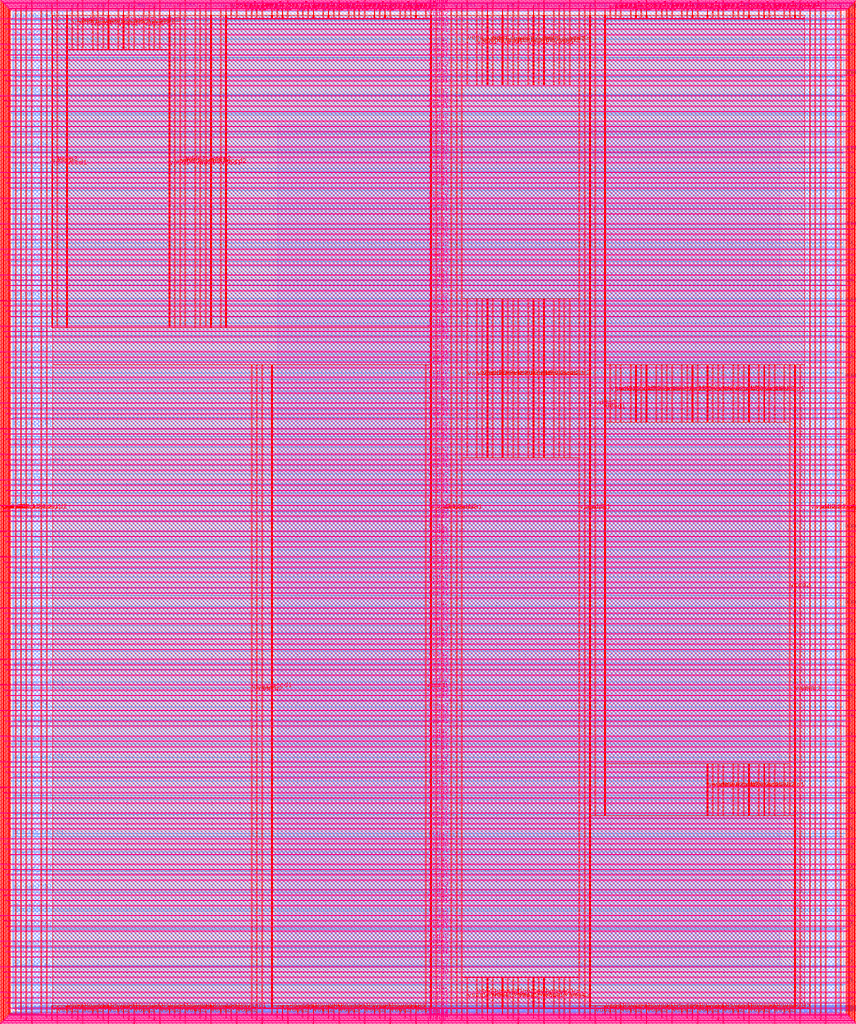
<source format=lef>
VERSION 5.7 ;
  NOWIREEXTENSIONATPIN ON ;
  DIVIDERCHAR "/" ;
  BUSBITCHARS "[]" ;
MACRO user_project_wrapper
  CLASS BLOCK ;
  FOREIGN user_project_wrapper ;
  ORIGIN 0.000 0.000 ;
  SIZE 2920.000 BY 3520.000 ;
  PIN analog_io[0]
    DIRECTION INOUT ;
    USE SIGNAL ;
    PORT
      LAYER met3 ;
        RECT 2917.600 1426.380 2924.800 1427.580 ;
    END
  END analog_io[0]
  PIN analog_io[10]
    DIRECTION INOUT ;
    USE SIGNAL ;
    PORT
      LAYER met2 ;
        RECT 2230.490 3517.600 2231.050 3524.800 ;
    END
  END analog_io[10]
  PIN analog_io[11]
    DIRECTION INOUT ;
    USE SIGNAL ;
    PORT
      LAYER met2 ;
        RECT 1905.730 3517.600 1906.290 3524.800 ;
    END
  END analog_io[11]
  PIN analog_io[12]
    DIRECTION INOUT ;
    USE SIGNAL ;
    PORT
      LAYER met2 ;
        RECT 1581.430 3517.600 1581.990 3524.800 ;
    END
  END analog_io[12]
  PIN analog_io[13]
    DIRECTION INOUT ;
    USE SIGNAL ;
    PORT
      LAYER met2 ;
        RECT 1257.130 3517.600 1257.690 3524.800 ;
    END
  END analog_io[13]
  PIN analog_io[14]
    DIRECTION INOUT ;
    USE SIGNAL ;
    PORT
      LAYER met2 ;
        RECT 932.370 3517.600 932.930 3524.800 ;
    END
  END analog_io[14]
  PIN analog_io[15]
    DIRECTION INOUT ;
    USE SIGNAL ;
    PORT
      LAYER met2 ;
        RECT 608.070 3517.600 608.630 3524.800 ;
    END
  END analog_io[15]
  PIN analog_io[16]
    DIRECTION INOUT ;
    USE SIGNAL ;
    PORT
      LAYER met2 ;
        RECT 283.770 3517.600 284.330 3524.800 ;
    END
  END analog_io[16]
  PIN analog_io[17]
    DIRECTION INOUT ;
    USE SIGNAL ;
    PORT
      LAYER met3 ;
        RECT -4.800 3486.100 2.400 3487.300 ;
    END
  END analog_io[17]
  PIN analog_io[18]
    DIRECTION INOUT ;
    USE SIGNAL ;
    PORT
      LAYER met3 ;
        RECT -4.800 3224.980 2.400 3226.180 ;
    END
  END analog_io[18]
  PIN analog_io[19]
    DIRECTION INOUT ;
    USE SIGNAL ;
    PORT
      LAYER met3 ;
        RECT -4.800 2964.540 2.400 2965.740 ;
    END
  END analog_io[19]
  PIN analog_io[1]
    DIRECTION INOUT ;
    USE SIGNAL ;
    PORT
      LAYER met3 ;
        RECT 2917.600 1692.260 2924.800 1693.460 ;
    END
  END analog_io[1]
  PIN analog_io[20]
    DIRECTION INOUT ;
    USE SIGNAL ;
    PORT
      LAYER met3 ;
        RECT -4.800 2703.420 2.400 2704.620 ;
    END
  END analog_io[20]
  PIN analog_io[21]
    DIRECTION INOUT ;
    USE SIGNAL ;
    PORT
      LAYER met3 ;
        RECT -4.800 2442.980 2.400 2444.180 ;
    END
  END analog_io[21]
  PIN analog_io[22]
    DIRECTION INOUT ;
    USE SIGNAL ;
    PORT
      LAYER met3 ;
        RECT -4.800 2182.540 2.400 2183.740 ;
    END
  END analog_io[22]
  PIN analog_io[23]
    DIRECTION INOUT ;
    USE SIGNAL ;
    PORT
      LAYER met3 ;
        RECT -4.800 1921.420 2.400 1922.620 ;
    END
  END analog_io[23]
  PIN analog_io[24]
    DIRECTION INOUT ;
    USE SIGNAL ;
    PORT
      LAYER met3 ;
        RECT -4.800 1660.980 2.400 1662.180 ;
    END
  END analog_io[24]
  PIN analog_io[25]
    DIRECTION INOUT ;
    USE SIGNAL ;
    PORT
      LAYER met3 ;
        RECT -4.800 1399.860 2.400 1401.060 ;
    END
  END analog_io[25]
  PIN analog_io[26]
    DIRECTION INOUT ;
    USE SIGNAL ;
    PORT
      LAYER met3 ;
        RECT -4.800 1139.420 2.400 1140.620 ;
    END
  END analog_io[26]
  PIN analog_io[27]
    DIRECTION INOUT ;
    USE SIGNAL ;
    PORT
      LAYER met3 ;
        RECT -4.800 878.980 2.400 880.180 ;
    END
  END analog_io[27]
  PIN analog_io[28]
    DIRECTION INOUT ;
    USE SIGNAL ;
    PORT
      LAYER met3 ;
        RECT -4.800 617.860 2.400 619.060 ;
    END
  END analog_io[28]
  PIN analog_io[2]
    DIRECTION INOUT ;
    USE SIGNAL ;
    PORT
      LAYER met3 ;
        RECT 2917.600 1958.140 2924.800 1959.340 ;
    END
  END analog_io[2]
  PIN analog_io[3]
    DIRECTION INOUT ;
    USE SIGNAL ;
    PORT
      LAYER met3 ;
        RECT 2917.600 2223.340 2924.800 2224.540 ;
    END
  END analog_io[3]
  PIN analog_io[4]
    DIRECTION INOUT ;
    USE SIGNAL ;
    PORT
      LAYER met3 ;
        RECT 2917.600 2489.220 2924.800 2490.420 ;
    END
  END analog_io[4]
  PIN analog_io[5]
    DIRECTION INOUT ;
    USE SIGNAL ;
    PORT
      LAYER met3 ;
        RECT 2917.600 2755.100 2924.800 2756.300 ;
    END
  END analog_io[5]
  PIN analog_io[6]
    DIRECTION INOUT ;
    USE SIGNAL ;
    PORT
      LAYER met3 ;
        RECT 2917.600 3020.300 2924.800 3021.500 ;
    END
  END analog_io[6]
  PIN analog_io[7]
    DIRECTION INOUT ;
    USE SIGNAL ;
    PORT
      LAYER met3 ;
        RECT 2917.600 3286.180 2924.800 3287.380 ;
    END
  END analog_io[7]
  PIN analog_io[8]
    DIRECTION INOUT ;
    USE SIGNAL ;
    PORT
      LAYER met2 ;
        RECT 2879.090 3517.600 2879.650 3524.800 ;
    END
  END analog_io[8]
  PIN analog_io[9]
    DIRECTION INOUT ;
    USE SIGNAL ;
    PORT
      LAYER met2 ;
        RECT 2554.790 3517.600 2555.350 3524.800 ;
    END
  END analog_io[9]
  PIN io_in[0]
    DIRECTION INPUT ;
    USE SIGNAL ;
    PORT
      LAYER met3 ;
        RECT 2917.600 32.380 2924.800 33.580 ;
    END
  END io_in[0]
  PIN io_in[10]
    DIRECTION INPUT ;
    USE SIGNAL ;
    PORT
      LAYER met3 ;
        RECT 2917.600 2289.980 2924.800 2291.180 ;
    END
  END io_in[10]
  PIN io_in[11]
    DIRECTION INPUT ;
    USE SIGNAL ;
    PORT
      LAYER met3 ;
        RECT 2917.600 2555.860 2924.800 2557.060 ;
    END
  END io_in[11]
  PIN io_in[12]
    DIRECTION INPUT ;
    USE SIGNAL ;
    PORT
      LAYER met3 ;
        RECT 2917.600 2821.060 2924.800 2822.260 ;
    END
  END io_in[12]
  PIN io_in[13]
    DIRECTION INPUT ;
    USE SIGNAL ;
    PORT
      LAYER met3 ;
        RECT 2917.600 3086.940 2924.800 3088.140 ;
    END
  END io_in[13]
  PIN io_in[14]
    DIRECTION INPUT ;
    USE SIGNAL ;
    PORT
      LAYER met3 ;
        RECT 2917.600 3352.820 2924.800 3354.020 ;
    END
  END io_in[14]
  PIN io_in[15]
    DIRECTION INPUT ;
    USE SIGNAL ;
    PORT
      LAYER met2 ;
        RECT 2798.130 3517.600 2798.690 3524.800 ;
    END
  END io_in[15]
  PIN io_in[16]
    DIRECTION INPUT ;
    USE SIGNAL ;
    PORT
      LAYER met2 ;
        RECT 2473.830 3517.600 2474.390 3524.800 ;
    END
  END io_in[16]
  PIN io_in[17]
    DIRECTION INPUT ;
    USE SIGNAL ;
    PORT
      LAYER met2 ;
        RECT 2149.070 3517.600 2149.630 3524.800 ;
    END
  END io_in[17]
  PIN io_in[18]
    DIRECTION INPUT ;
    USE SIGNAL ;
    PORT
      LAYER met2 ;
        RECT 1824.770 3517.600 1825.330 3524.800 ;
    END
  END io_in[18]
  PIN io_in[19]
    DIRECTION INPUT ;
    USE SIGNAL ;
    PORT
      LAYER met2 ;
        RECT 1500.470 3517.600 1501.030 3524.800 ;
    END
  END io_in[19]
  PIN io_in[1]
    DIRECTION INPUT ;
    USE SIGNAL ;
    PORT
      LAYER met3 ;
        RECT 2917.600 230.940 2924.800 232.140 ;
    END
  END io_in[1]
  PIN io_in[20]
    DIRECTION INPUT ;
    USE SIGNAL ;
    PORT
      LAYER met2 ;
        RECT 1175.710 3517.600 1176.270 3524.800 ;
    END
  END io_in[20]
  PIN io_in[21]
    DIRECTION INPUT ;
    USE SIGNAL ;
    PORT
      LAYER met2 ;
        RECT 851.410 3517.600 851.970 3524.800 ;
    END
  END io_in[21]
  PIN io_in[22]
    DIRECTION INPUT ;
    USE SIGNAL ;
    PORT
      LAYER met2 ;
        RECT 527.110 3517.600 527.670 3524.800 ;
    END
  END io_in[22]
  PIN io_in[23]
    DIRECTION INPUT ;
    USE SIGNAL ;
    PORT
      LAYER met2 ;
        RECT 202.350 3517.600 202.910 3524.800 ;
    END
  END io_in[23]
  PIN io_in[24]
    DIRECTION INPUT ;
    USE SIGNAL ;
    PORT
      LAYER met3 ;
        RECT -4.800 3420.820 2.400 3422.020 ;
    END
  END io_in[24]
  PIN io_in[25]
    DIRECTION INPUT ;
    USE SIGNAL ;
    PORT
      LAYER met3 ;
        RECT -4.800 3159.700 2.400 3160.900 ;
    END
  END io_in[25]
  PIN io_in[26]
    DIRECTION INPUT ;
    USE SIGNAL ;
    PORT
      LAYER met3 ;
        RECT -4.800 2899.260 2.400 2900.460 ;
    END
  END io_in[26]
  PIN io_in[27]
    DIRECTION INPUT ;
    USE SIGNAL ;
    PORT
      LAYER met3 ;
        RECT -4.800 2638.820 2.400 2640.020 ;
    END
  END io_in[27]
  PIN io_in[28]
    DIRECTION INPUT ;
    USE SIGNAL ;
    PORT
      LAYER met3 ;
        RECT -4.800 2377.700 2.400 2378.900 ;
    END
  END io_in[28]
  PIN io_in[29]
    DIRECTION INPUT ;
    USE SIGNAL ;
    PORT
      LAYER met3 ;
        RECT -4.800 2117.260 2.400 2118.460 ;
    END
  END io_in[29]
  PIN io_in[2]
    DIRECTION INPUT ;
    USE SIGNAL ;
    PORT
      LAYER met3 ;
        RECT 2917.600 430.180 2924.800 431.380 ;
    END
  END io_in[2]
  PIN io_in[30]
    DIRECTION INPUT ;
    USE SIGNAL ;
    PORT
      LAYER met3 ;
        RECT -4.800 1856.140 2.400 1857.340 ;
    END
  END io_in[30]
  PIN io_in[31]
    DIRECTION INPUT ;
    USE SIGNAL ;
    PORT
      LAYER met3 ;
        RECT -4.800 1595.700 2.400 1596.900 ;
    END
  END io_in[31]
  PIN io_in[32]
    DIRECTION INPUT ;
    USE SIGNAL ;
    PORT
      LAYER met3 ;
        RECT -4.800 1335.260 2.400 1336.460 ;
    END
  END io_in[32]
  PIN io_in[33]
    DIRECTION INPUT ;
    USE SIGNAL ;
    PORT
      LAYER met3 ;
        RECT -4.800 1074.140 2.400 1075.340 ;
    END
  END io_in[33]
  PIN io_in[34]
    DIRECTION INPUT ;
    USE SIGNAL ;
    PORT
      LAYER met3 ;
        RECT -4.800 813.700 2.400 814.900 ;
    END
  END io_in[34]
  PIN io_in[35]
    DIRECTION INPUT ;
    USE SIGNAL ;
    PORT
      LAYER met3 ;
        RECT -4.800 552.580 2.400 553.780 ;
    END
  END io_in[35]
  PIN io_in[36]
    DIRECTION INPUT ;
    USE SIGNAL ;
    PORT
      LAYER met3 ;
        RECT -4.800 357.420 2.400 358.620 ;
    END
  END io_in[36]
  PIN io_in[37]
    DIRECTION INPUT ;
    USE SIGNAL ;
    PORT
      LAYER met3 ;
        RECT -4.800 161.580 2.400 162.780 ;
    END
  END io_in[37]
  PIN io_in[3]
    DIRECTION INPUT ;
    USE SIGNAL ;
    PORT
      LAYER met3 ;
        RECT 2917.600 629.420 2924.800 630.620 ;
    END
  END io_in[3]
  PIN io_in[4]
    DIRECTION INPUT ;
    USE SIGNAL ;
    PORT
      LAYER met3 ;
        RECT 2917.600 828.660 2924.800 829.860 ;
    END
  END io_in[4]
  PIN io_in[5]
    DIRECTION INPUT ;
    USE SIGNAL ;
    PORT
      LAYER met3 ;
        RECT 2917.600 1027.900 2924.800 1029.100 ;
    END
  END io_in[5]
  PIN io_in[6]
    DIRECTION INPUT ;
    USE SIGNAL ;
    PORT
      LAYER met3 ;
        RECT 2917.600 1227.140 2924.800 1228.340 ;
    END
  END io_in[6]
  PIN io_in[7]
    DIRECTION INPUT ;
    USE SIGNAL ;
    PORT
      LAYER met3 ;
        RECT 2917.600 1493.020 2924.800 1494.220 ;
    END
  END io_in[7]
  PIN io_in[8]
    DIRECTION INPUT ;
    USE SIGNAL ;
    PORT
      LAYER met3 ;
        RECT 2917.600 1758.900 2924.800 1760.100 ;
    END
  END io_in[8]
  PIN io_in[9]
    DIRECTION INPUT ;
    USE SIGNAL ;
    PORT
      LAYER met3 ;
        RECT 2917.600 2024.100 2924.800 2025.300 ;
    END
  END io_in[9]
  PIN io_oeb[0]
    DIRECTION OUTPUT TRISTATE ;
    USE SIGNAL ;
    PORT
      LAYER met3 ;
        RECT 2917.600 164.980 2924.800 166.180 ;
    END
  END io_oeb[0]
  PIN io_oeb[10]
    DIRECTION OUTPUT TRISTATE ;
    USE SIGNAL ;
    PORT
      LAYER met3 ;
        RECT 2917.600 2422.580 2924.800 2423.780 ;
    END
  END io_oeb[10]
  PIN io_oeb[11]
    DIRECTION OUTPUT TRISTATE ;
    USE SIGNAL ;
    PORT
      LAYER met3 ;
        RECT 2917.600 2688.460 2924.800 2689.660 ;
    END
  END io_oeb[11]
  PIN io_oeb[12]
    DIRECTION OUTPUT TRISTATE ;
    USE SIGNAL ;
    PORT
      LAYER met3 ;
        RECT 2917.600 2954.340 2924.800 2955.540 ;
    END
  END io_oeb[12]
  PIN io_oeb[13]
    DIRECTION OUTPUT TRISTATE ;
    USE SIGNAL ;
    PORT
      LAYER met3 ;
        RECT 2917.600 3219.540 2924.800 3220.740 ;
    END
  END io_oeb[13]
  PIN io_oeb[14]
    DIRECTION OUTPUT TRISTATE ;
    USE SIGNAL ;
    PORT
      LAYER met3 ;
        RECT 2917.600 3485.420 2924.800 3486.620 ;
    END
  END io_oeb[14]
  PIN io_oeb[15]
    DIRECTION OUTPUT TRISTATE ;
    USE SIGNAL ;
    PORT
      LAYER met2 ;
        RECT 2635.750 3517.600 2636.310 3524.800 ;
    END
  END io_oeb[15]
  PIN io_oeb[16]
    DIRECTION OUTPUT TRISTATE ;
    USE SIGNAL ;
    PORT
      LAYER met2 ;
        RECT 2311.450 3517.600 2312.010 3524.800 ;
    END
  END io_oeb[16]
  PIN io_oeb[17]
    DIRECTION OUTPUT TRISTATE ;
    USE SIGNAL ;
    PORT
      LAYER met2 ;
        RECT 1987.150 3517.600 1987.710 3524.800 ;
    END
  END io_oeb[17]
  PIN io_oeb[18]
    DIRECTION OUTPUT TRISTATE ;
    USE SIGNAL ;
    PORT
      LAYER met2 ;
        RECT 1662.390 3517.600 1662.950 3524.800 ;
    END
  END io_oeb[18]
  PIN io_oeb[19]
    DIRECTION OUTPUT TRISTATE ;
    USE SIGNAL ;
    PORT
      LAYER met2 ;
        RECT 1338.090 3517.600 1338.650 3524.800 ;
    END
  END io_oeb[19]
  PIN io_oeb[1]
    DIRECTION OUTPUT TRISTATE ;
    USE SIGNAL ;
    PORT
      LAYER met3 ;
        RECT 2917.600 364.220 2924.800 365.420 ;
    END
  END io_oeb[1]
  PIN io_oeb[20]
    DIRECTION OUTPUT TRISTATE ;
    USE SIGNAL ;
    PORT
      LAYER met2 ;
        RECT 1013.790 3517.600 1014.350 3524.800 ;
    END
  END io_oeb[20]
  PIN io_oeb[21]
    DIRECTION OUTPUT TRISTATE ;
    USE SIGNAL ;
    PORT
      LAYER met2 ;
        RECT 689.030 3517.600 689.590 3524.800 ;
    END
  END io_oeb[21]
  PIN io_oeb[22]
    DIRECTION OUTPUT TRISTATE ;
    USE SIGNAL ;
    PORT
      LAYER met2 ;
        RECT 364.730 3517.600 365.290 3524.800 ;
    END
  END io_oeb[22]
  PIN io_oeb[23]
    DIRECTION OUTPUT TRISTATE ;
    USE SIGNAL ;
    PORT
      LAYER met2 ;
        RECT 40.430 3517.600 40.990 3524.800 ;
    END
  END io_oeb[23]
  PIN io_oeb[24]
    DIRECTION OUTPUT TRISTATE ;
    USE SIGNAL ;
    PORT
      LAYER met3 ;
        RECT -4.800 3290.260 2.400 3291.460 ;
    END
  END io_oeb[24]
  PIN io_oeb[25]
    DIRECTION OUTPUT TRISTATE ;
    USE SIGNAL ;
    PORT
      LAYER met3 ;
        RECT -4.800 3029.820 2.400 3031.020 ;
    END
  END io_oeb[25]
  PIN io_oeb[26]
    DIRECTION OUTPUT TRISTATE ;
    USE SIGNAL ;
    PORT
      LAYER met3 ;
        RECT -4.800 2768.700 2.400 2769.900 ;
    END
  END io_oeb[26]
  PIN io_oeb[27]
    DIRECTION OUTPUT TRISTATE ;
    USE SIGNAL ;
    PORT
      LAYER met3 ;
        RECT -4.800 2508.260 2.400 2509.460 ;
    END
  END io_oeb[27]
  PIN io_oeb[28]
    DIRECTION OUTPUT TRISTATE ;
    USE SIGNAL ;
    PORT
      LAYER met3 ;
        RECT -4.800 2247.140 2.400 2248.340 ;
    END
  END io_oeb[28]
  PIN io_oeb[29]
    DIRECTION OUTPUT TRISTATE ;
    USE SIGNAL ;
    PORT
      LAYER met3 ;
        RECT -4.800 1986.700 2.400 1987.900 ;
    END
  END io_oeb[29]
  PIN io_oeb[2]
    DIRECTION OUTPUT TRISTATE ;
    USE SIGNAL ;
    PORT
      LAYER met3 ;
        RECT 2917.600 563.460 2924.800 564.660 ;
    END
  END io_oeb[2]
  PIN io_oeb[30]
    DIRECTION OUTPUT TRISTATE ;
    USE SIGNAL ;
    PORT
      LAYER met3 ;
        RECT -4.800 1726.260 2.400 1727.460 ;
    END
  END io_oeb[30]
  PIN io_oeb[31]
    DIRECTION OUTPUT TRISTATE ;
    USE SIGNAL ;
    PORT
      LAYER met3 ;
        RECT -4.800 1465.140 2.400 1466.340 ;
    END
  END io_oeb[31]
  PIN io_oeb[32]
    DIRECTION OUTPUT TRISTATE ;
    USE SIGNAL ;
    PORT
      LAYER met3 ;
        RECT -4.800 1204.700 2.400 1205.900 ;
    END
  END io_oeb[32]
  PIN io_oeb[33]
    DIRECTION OUTPUT TRISTATE ;
    USE SIGNAL ;
    PORT
      LAYER met3 ;
        RECT -4.800 943.580 2.400 944.780 ;
    END
  END io_oeb[33]
  PIN io_oeb[34]
    DIRECTION OUTPUT TRISTATE ;
    USE SIGNAL ;
    PORT
      LAYER met3 ;
        RECT -4.800 683.140 2.400 684.340 ;
    END
  END io_oeb[34]
  PIN io_oeb[35]
    DIRECTION OUTPUT TRISTATE ;
    USE SIGNAL ;
    PORT
      LAYER met3 ;
        RECT -4.800 422.700 2.400 423.900 ;
    END
  END io_oeb[35]
  PIN io_oeb[36]
    DIRECTION OUTPUT TRISTATE ;
    USE SIGNAL ;
    PORT
      LAYER met3 ;
        RECT -4.800 226.860 2.400 228.060 ;
    END
  END io_oeb[36]
  PIN io_oeb[37]
    DIRECTION OUTPUT TRISTATE ;
    USE SIGNAL ;
    PORT
      LAYER met3 ;
        RECT -4.800 31.700 2.400 32.900 ;
    END
  END io_oeb[37]
  PIN io_oeb[3]
    DIRECTION OUTPUT TRISTATE ;
    USE SIGNAL ;
    PORT
      LAYER met3 ;
        RECT 2917.600 762.700 2924.800 763.900 ;
    END
  END io_oeb[3]
  PIN io_oeb[4]
    DIRECTION OUTPUT TRISTATE ;
    USE SIGNAL ;
    PORT
      LAYER met3 ;
        RECT 2917.600 961.940 2924.800 963.140 ;
    END
  END io_oeb[4]
  PIN io_oeb[5]
    DIRECTION OUTPUT TRISTATE ;
    USE SIGNAL ;
    PORT
      LAYER met3 ;
        RECT 2917.600 1161.180 2924.800 1162.380 ;
    END
  END io_oeb[5]
  PIN io_oeb[6]
    DIRECTION OUTPUT TRISTATE ;
    USE SIGNAL ;
    PORT
      LAYER met3 ;
        RECT 2917.600 1360.420 2924.800 1361.620 ;
    END
  END io_oeb[6]
  PIN io_oeb[7]
    DIRECTION OUTPUT TRISTATE ;
    USE SIGNAL ;
    PORT
      LAYER met3 ;
        RECT 2917.600 1625.620 2924.800 1626.820 ;
    END
  END io_oeb[7]
  PIN io_oeb[8]
    DIRECTION OUTPUT TRISTATE ;
    USE SIGNAL ;
    PORT
      LAYER met3 ;
        RECT 2917.600 1891.500 2924.800 1892.700 ;
    END
  END io_oeb[8]
  PIN io_oeb[9]
    DIRECTION OUTPUT TRISTATE ;
    USE SIGNAL ;
    PORT
      LAYER met3 ;
        RECT 2917.600 2157.380 2924.800 2158.580 ;
    END
  END io_oeb[9]
  PIN io_out[0]
    DIRECTION OUTPUT TRISTATE ;
    USE SIGNAL ;
    PORT
      LAYER met3 ;
        RECT 2917.600 98.340 2924.800 99.540 ;
    END
  END io_out[0]
  PIN io_out[10]
    DIRECTION OUTPUT TRISTATE ;
    USE SIGNAL ;
    PORT
      LAYER met3 ;
        RECT 2917.600 2356.620 2924.800 2357.820 ;
    END
  END io_out[10]
  PIN io_out[11]
    DIRECTION OUTPUT TRISTATE ;
    USE SIGNAL ;
    PORT
      LAYER met3 ;
        RECT 2917.600 2621.820 2924.800 2623.020 ;
    END
  END io_out[11]
  PIN io_out[12]
    DIRECTION OUTPUT TRISTATE ;
    USE SIGNAL ;
    PORT
      LAYER met3 ;
        RECT 2917.600 2887.700 2924.800 2888.900 ;
    END
  END io_out[12]
  PIN io_out[13]
    DIRECTION OUTPUT TRISTATE ;
    USE SIGNAL ;
    PORT
      LAYER met3 ;
        RECT 2917.600 3153.580 2924.800 3154.780 ;
    END
  END io_out[13]
  PIN io_out[14]
    DIRECTION OUTPUT TRISTATE ;
    USE SIGNAL ;
    PORT
      LAYER met3 ;
        RECT 2917.600 3418.780 2924.800 3419.980 ;
    END
  END io_out[14]
  PIN io_out[15]
    DIRECTION OUTPUT TRISTATE ;
    USE SIGNAL ;
    PORT
      LAYER met2 ;
        RECT 2717.170 3517.600 2717.730 3524.800 ;
    END
  END io_out[15]
  PIN io_out[16]
    DIRECTION OUTPUT TRISTATE ;
    USE SIGNAL ;
    PORT
      LAYER met2 ;
        RECT 2392.410 3517.600 2392.970 3524.800 ;
    END
  END io_out[16]
  PIN io_out[17]
    DIRECTION OUTPUT TRISTATE ;
    USE SIGNAL ;
    PORT
      LAYER met2 ;
        RECT 2068.110 3517.600 2068.670 3524.800 ;
    END
  END io_out[17]
  PIN io_out[18]
    DIRECTION OUTPUT TRISTATE ;
    USE SIGNAL ;
    PORT
      LAYER met2 ;
        RECT 1743.810 3517.600 1744.370 3524.800 ;
    END
  END io_out[18]
  PIN io_out[19]
    DIRECTION OUTPUT TRISTATE ;
    USE SIGNAL ;
    PORT
      LAYER met2 ;
        RECT 1419.050 3517.600 1419.610 3524.800 ;
    END
  END io_out[19]
  PIN io_out[1]
    DIRECTION OUTPUT TRISTATE ;
    USE SIGNAL ;
    PORT
      LAYER met3 ;
        RECT 2917.600 297.580 2924.800 298.780 ;
    END
  END io_out[1]
  PIN io_out[20]
    DIRECTION OUTPUT TRISTATE ;
    USE SIGNAL ;
    PORT
      LAYER met2 ;
        RECT 1094.750 3517.600 1095.310 3524.800 ;
    END
  END io_out[20]
  PIN io_out[21]
    DIRECTION OUTPUT TRISTATE ;
    USE SIGNAL ;
    PORT
      LAYER met2 ;
        RECT 770.450 3517.600 771.010 3524.800 ;
    END
  END io_out[21]
  PIN io_out[22]
    DIRECTION OUTPUT TRISTATE ;
    USE SIGNAL ;
    PORT
      LAYER met2 ;
        RECT 445.690 3517.600 446.250 3524.800 ;
    END
  END io_out[22]
  PIN io_out[23]
    DIRECTION OUTPUT TRISTATE ;
    USE SIGNAL ;
    PORT
      LAYER met2 ;
        RECT 121.390 3517.600 121.950 3524.800 ;
    END
  END io_out[23]
  PIN io_out[24]
    DIRECTION OUTPUT TRISTATE ;
    USE SIGNAL ;
    PORT
      LAYER met3 ;
        RECT -4.800 3355.540 2.400 3356.740 ;
    END
  END io_out[24]
  PIN io_out[25]
    DIRECTION OUTPUT TRISTATE ;
    USE SIGNAL ;
    PORT
      LAYER met3 ;
        RECT -4.800 3095.100 2.400 3096.300 ;
    END
  END io_out[25]
  PIN io_out[26]
    DIRECTION OUTPUT TRISTATE ;
    USE SIGNAL ;
    PORT
      LAYER met3 ;
        RECT -4.800 2833.980 2.400 2835.180 ;
    END
  END io_out[26]
  PIN io_out[27]
    DIRECTION OUTPUT TRISTATE ;
    USE SIGNAL ;
    PORT
      LAYER met3 ;
        RECT -4.800 2573.540 2.400 2574.740 ;
    END
  END io_out[27]
  PIN io_out[28]
    DIRECTION OUTPUT TRISTATE ;
    USE SIGNAL ;
    PORT
      LAYER met3 ;
        RECT -4.800 2312.420 2.400 2313.620 ;
    END
  END io_out[28]
  PIN io_out[29]
    DIRECTION OUTPUT TRISTATE ;
    USE SIGNAL ;
    PORT
      LAYER met3 ;
        RECT -4.800 2051.980 2.400 2053.180 ;
    END
  END io_out[29]
  PIN io_out[2]
    DIRECTION OUTPUT TRISTATE ;
    USE SIGNAL ;
    PORT
      LAYER met3 ;
        RECT 2917.600 496.820 2924.800 498.020 ;
    END
  END io_out[2]
  PIN io_out[30]
    DIRECTION OUTPUT TRISTATE ;
    USE SIGNAL ;
    PORT
      LAYER met3 ;
        RECT -4.800 1791.540 2.400 1792.740 ;
    END
  END io_out[30]
  PIN io_out[31]
    DIRECTION OUTPUT TRISTATE ;
    USE SIGNAL ;
    PORT
      LAYER met3 ;
        RECT -4.800 1530.420 2.400 1531.620 ;
    END
  END io_out[31]
  PIN io_out[32]
    DIRECTION OUTPUT TRISTATE ;
    USE SIGNAL ;
    PORT
      LAYER met3 ;
        RECT -4.800 1269.980 2.400 1271.180 ;
    END
  END io_out[32]
  PIN io_out[33]
    DIRECTION OUTPUT TRISTATE ;
    USE SIGNAL ;
    PORT
      LAYER met3 ;
        RECT -4.800 1008.860 2.400 1010.060 ;
    END
  END io_out[33]
  PIN io_out[34]
    DIRECTION OUTPUT TRISTATE ;
    USE SIGNAL ;
    PORT
      LAYER met3 ;
        RECT -4.800 748.420 2.400 749.620 ;
    END
  END io_out[34]
  PIN io_out[35]
    DIRECTION OUTPUT TRISTATE ;
    USE SIGNAL ;
    PORT
      LAYER met3 ;
        RECT -4.800 487.300 2.400 488.500 ;
    END
  END io_out[35]
  PIN io_out[36]
    DIRECTION OUTPUT TRISTATE ;
    USE SIGNAL ;
    PORT
      LAYER met3 ;
        RECT -4.800 292.140 2.400 293.340 ;
    END
  END io_out[36]
  PIN io_out[37]
    DIRECTION OUTPUT TRISTATE ;
    USE SIGNAL ;
    PORT
      LAYER met3 ;
        RECT -4.800 96.300 2.400 97.500 ;
    END
  END io_out[37]
  PIN io_out[3]
    DIRECTION OUTPUT TRISTATE ;
    USE SIGNAL ;
    PORT
      LAYER met3 ;
        RECT 2917.600 696.060 2924.800 697.260 ;
    END
  END io_out[3]
  PIN io_out[4]
    DIRECTION OUTPUT TRISTATE ;
    USE SIGNAL ;
    PORT
      LAYER met3 ;
        RECT 2917.600 895.300 2924.800 896.500 ;
    END
  END io_out[4]
  PIN io_out[5]
    DIRECTION OUTPUT TRISTATE ;
    USE SIGNAL ;
    PORT
      LAYER met3 ;
        RECT 2917.600 1094.540 2924.800 1095.740 ;
    END
  END io_out[5]
  PIN io_out[6]
    DIRECTION OUTPUT TRISTATE ;
    USE SIGNAL ;
    PORT
      LAYER met3 ;
        RECT 2917.600 1293.780 2924.800 1294.980 ;
    END
  END io_out[6]
  PIN io_out[7]
    DIRECTION OUTPUT TRISTATE ;
    USE SIGNAL ;
    PORT
      LAYER met3 ;
        RECT 2917.600 1559.660 2924.800 1560.860 ;
    END
  END io_out[7]
  PIN io_out[8]
    DIRECTION OUTPUT TRISTATE ;
    USE SIGNAL ;
    PORT
      LAYER met3 ;
        RECT 2917.600 1824.860 2924.800 1826.060 ;
    END
  END io_out[8]
  PIN io_out[9]
    DIRECTION OUTPUT TRISTATE ;
    USE SIGNAL ;
    PORT
      LAYER met3 ;
        RECT 2917.600 2090.740 2924.800 2091.940 ;
    END
  END io_out[9]
  PIN la_data_in[0]
    DIRECTION INPUT ;
    USE SIGNAL ;
    PORT
      LAYER met2 ;
        RECT 629.230 -4.800 629.790 2.400 ;
    END
  END la_data_in[0]
  PIN la_data_in[100]
    DIRECTION INPUT ;
    USE SIGNAL ;
    PORT
      LAYER met2 ;
        RECT 2402.530 -4.800 2403.090 2.400 ;
    END
  END la_data_in[100]
  PIN la_data_in[101]
    DIRECTION INPUT ;
    USE SIGNAL ;
    PORT
      LAYER met2 ;
        RECT 2420.010 -4.800 2420.570 2.400 ;
    END
  END la_data_in[101]
  PIN la_data_in[102]
    DIRECTION INPUT ;
    USE SIGNAL ;
    PORT
      LAYER met2 ;
        RECT 2437.950 -4.800 2438.510 2.400 ;
    END
  END la_data_in[102]
  PIN la_data_in[103]
    DIRECTION INPUT ;
    USE SIGNAL ;
    PORT
      LAYER met2 ;
        RECT 2455.430 -4.800 2455.990 2.400 ;
    END
  END la_data_in[103]
  PIN la_data_in[104]
    DIRECTION INPUT ;
    USE SIGNAL ;
    PORT
      LAYER met2 ;
        RECT 2473.370 -4.800 2473.930 2.400 ;
    END
  END la_data_in[104]
  PIN la_data_in[105]
    DIRECTION INPUT ;
    USE SIGNAL ;
    PORT
      LAYER met2 ;
        RECT 2490.850 -4.800 2491.410 2.400 ;
    END
  END la_data_in[105]
  PIN la_data_in[106]
    DIRECTION INPUT ;
    USE SIGNAL ;
    PORT
      LAYER met2 ;
        RECT 2508.790 -4.800 2509.350 2.400 ;
    END
  END la_data_in[106]
  PIN la_data_in[107]
    DIRECTION INPUT ;
    USE SIGNAL ;
    PORT
      LAYER met2 ;
        RECT 2526.730 -4.800 2527.290 2.400 ;
    END
  END la_data_in[107]
  PIN la_data_in[108]
    DIRECTION INPUT ;
    USE SIGNAL ;
    PORT
      LAYER met2 ;
        RECT 2544.210 -4.800 2544.770 2.400 ;
    END
  END la_data_in[108]
  PIN la_data_in[109]
    DIRECTION INPUT ;
    USE SIGNAL ;
    PORT
      LAYER met2 ;
        RECT 2562.150 -4.800 2562.710 2.400 ;
    END
  END la_data_in[109]
  PIN la_data_in[10]
    DIRECTION INPUT ;
    USE SIGNAL ;
    PORT
      LAYER met2 ;
        RECT 806.330 -4.800 806.890 2.400 ;
    END
  END la_data_in[10]
  PIN la_data_in[110]
    DIRECTION INPUT ;
    USE SIGNAL ;
    PORT
      LAYER met2 ;
        RECT 2579.630 -4.800 2580.190 2.400 ;
    END
  END la_data_in[110]
  PIN la_data_in[111]
    DIRECTION INPUT ;
    USE SIGNAL ;
    PORT
      LAYER met2 ;
        RECT 2597.570 -4.800 2598.130 2.400 ;
    END
  END la_data_in[111]
  PIN la_data_in[112]
    DIRECTION INPUT ;
    USE SIGNAL ;
    PORT
      LAYER met2 ;
        RECT 2615.050 -4.800 2615.610 2.400 ;
    END
  END la_data_in[112]
  PIN la_data_in[113]
    DIRECTION INPUT ;
    USE SIGNAL ;
    PORT
      LAYER met2 ;
        RECT 2632.990 -4.800 2633.550 2.400 ;
    END
  END la_data_in[113]
  PIN la_data_in[114]
    DIRECTION INPUT ;
    USE SIGNAL ;
    PORT
      LAYER met2 ;
        RECT 2650.470 -4.800 2651.030 2.400 ;
    END
  END la_data_in[114]
  PIN la_data_in[115]
    DIRECTION INPUT ;
    USE SIGNAL ;
    PORT
      LAYER met2 ;
        RECT 2668.410 -4.800 2668.970 2.400 ;
    END
  END la_data_in[115]
  PIN la_data_in[116]
    DIRECTION INPUT ;
    USE SIGNAL ;
    PORT
      LAYER met2 ;
        RECT 2685.890 -4.800 2686.450 2.400 ;
    END
  END la_data_in[116]
  PIN la_data_in[117]
    DIRECTION INPUT ;
    USE SIGNAL ;
    PORT
      LAYER met2 ;
        RECT 2703.830 -4.800 2704.390 2.400 ;
    END
  END la_data_in[117]
  PIN la_data_in[118]
    DIRECTION INPUT ;
    USE SIGNAL ;
    PORT
      LAYER met2 ;
        RECT 2721.770 -4.800 2722.330 2.400 ;
    END
  END la_data_in[118]
  PIN la_data_in[119]
    DIRECTION INPUT ;
    USE SIGNAL ;
    PORT
      LAYER met2 ;
        RECT 2739.250 -4.800 2739.810 2.400 ;
    END
  END la_data_in[119]
  PIN la_data_in[11]
    DIRECTION INPUT ;
    USE SIGNAL ;
    PORT
      LAYER met2 ;
        RECT 824.270 -4.800 824.830 2.400 ;
    END
  END la_data_in[11]
  PIN la_data_in[120]
    DIRECTION INPUT ;
    USE SIGNAL ;
    PORT
      LAYER met2 ;
        RECT 2757.190 -4.800 2757.750 2.400 ;
    END
  END la_data_in[120]
  PIN la_data_in[121]
    DIRECTION INPUT ;
    USE SIGNAL ;
    PORT
      LAYER met2 ;
        RECT 2774.670 -4.800 2775.230 2.400 ;
    END
  END la_data_in[121]
  PIN la_data_in[122]
    DIRECTION INPUT ;
    USE SIGNAL ;
    PORT
      LAYER met2 ;
        RECT 2792.610 -4.800 2793.170 2.400 ;
    END
  END la_data_in[122]
  PIN la_data_in[123]
    DIRECTION INPUT ;
    USE SIGNAL ;
    PORT
      LAYER met2 ;
        RECT 2810.090 -4.800 2810.650 2.400 ;
    END
  END la_data_in[123]
  PIN la_data_in[124]
    DIRECTION INPUT ;
    USE SIGNAL ;
    PORT
      LAYER met2 ;
        RECT 2828.030 -4.800 2828.590 2.400 ;
    END
  END la_data_in[124]
  PIN la_data_in[125]
    DIRECTION INPUT ;
    USE SIGNAL ;
    PORT
      LAYER met2 ;
        RECT 2845.510 -4.800 2846.070 2.400 ;
    END
  END la_data_in[125]
  PIN la_data_in[126]
    DIRECTION INPUT ;
    USE SIGNAL ;
    PORT
      LAYER met2 ;
        RECT 2863.450 -4.800 2864.010 2.400 ;
    END
  END la_data_in[126]
  PIN la_data_in[127]
    DIRECTION INPUT ;
    USE SIGNAL ;
    PORT
      LAYER met2 ;
        RECT 2881.390 -4.800 2881.950 2.400 ;
    END
  END la_data_in[127]
  PIN la_data_in[12]
    DIRECTION INPUT ;
    USE SIGNAL ;
    PORT
      LAYER met2 ;
        RECT 841.750 -4.800 842.310 2.400 ;
    END
  END la_data_in[12]
  PIN la_data_in[13]
    DIRECTION INPUT ;
    USE SIGNAL ;
    PORT
      LAYER met2 ;
        RECT 859.690 -4.800 860.250 2.400 ;
    END
  END la_data_in[13]
  PIN la_data_in[14]
    DIRECTION INPUT ;
    USE SIGNAL ;
    PORT
      LAYER met2 ;
        RECT 877.170 -4.800 877.730 2.400 ;
    END
  END la_data_in[14]
  PIN la_data_in[15]
    DIRECTION INPUT ;
    USE SIGNAL ;
    PORT
      LAYER met2 ;
        RECT 895.110 -4.800 895.670 2.400 ;
    END
  END la_data_in[15]
  PIN la_data_in[16]
    DIRECTION INPUT ;
    USE SIGNAL ;
    PORT
      LAYER met2 ;
        RECT 912.590 -4.800 913.150 2.400 ;
    END
  END la_data_in[16]
  PIN la_data_in[17]
    DIRECTION INPUT ;
    USE SIGNAL ;
    PORT
      LAYER met2 ;
        RECT 930.530 -4.800 931.090 2.400 ;
    END
  END la_data_in[17]
  PIN la_data_in[18]
    DIRECTION INPUT ;
    USE SIGNAL ;
    PORT
      LAYER met2 ;
        RECT 948.470 -4.800 949.030 2.400 ;
    END
  END la_data_in[18]
  PIN la_data_in[19]
    DIRECTION INPUT ;
    USE SIGNAL ;
    PORT
      LAYER met2 ;
        RECT 965.950 -4.800 966.510 2.400 ;
    END
  END la_data_in[19]
  PIN la_data_in[1]
    DIRECTION INPUT ;
    USE SIGNAL ;
    PORT
      LAYER met2 ;
        RECT 646.710 -4.800 647.270 2.400 ;
    END
  END la_data_in[1]
  PIN la_data_in[20]
    DIRECTION INPUT ;
    USE SIGNAL ;
    PORT
      LAYER met2 ;
        RECT 983.890 -4.800 984.450 2.400 ;
    END
  END la_data_in[20]
  PIN la_data_in[21]
    DIRECTION INPUT ;
    USE SIGNAL ;
    PORT
      LAYER met2 ;
        RECT 1001.370 -4.800 1001.930 2.400 ;
    END
  END la_data_in[21]
  PIN la_data_in[22]
    DIRECTION INPUT ;
    USE SIGNAL ;
    PORT
      LAYER met2 ;
        RECT 1019.310 -4.800 1019.870 2.400 ;
    END
  END la_data_in[22]
  PIN la_data_in[23]
    DIRECTION INPUT ;
    USE SIGNAL ;
    PORT
      LAYER met2 ;
        RECT 1036.790 -4.800 1037.350 2.400 ;
    END
  END la_data_in[23]
  PIN la_data_in[24]
    DIRECTION INPUT ;
    USE SIGNAL ;
    PORT
      LAYER met2 ;
        RECT 1054.730 -4.800 1055.290 2.400 ;
    END
  END la_data_in[24]
  PIN la_data_in[25]
    DIRECTION INPUT ;
    USE SIGNAL ;
    PORT
      LAYER met2 ;
        RECT 1072.210 -4.800 1072.770 2.400 ;
    END
  END la_data_in[25]
  PIN la_data_in[26]
    DIRECTION INPUT ;
    USE SIGNAL ;
    PORT
      LAYER met2 ;
        RECT 1090.150 -4.800 1090.710 2.400 ;
    END
  END la_data_in[26]
  PIN la_data_in[27]
    DIRECTION INPUT ;
    USE SIGNAL ;
    PORT
      LAYER met2 ;
        RECT 1107.630 -4.800 1108.190 2.400 ;
    END
  END la_data_in[27]
  PIN la_data_in[28]
    DIRECTION INPUT ;
    USE SIGNAL ;
    PORT
      LAYER met2 ;
        RECT 1125.570 -4.800 1126.130 2.400 ;
    END
  END la_data_in[28]
  PIN la_data_in[29]
    DIRECTION INPUT ;
    USE SIGNAL ;
    PORT
      LAYER met2 ;
        RECT 1143.510 -4.800 1144.070 2.400 ;
    END
  END la_data_in[29]
  PIN la_data_in[2]
    DIRECTION INPUT ;
    USE SIGNAL ;
    PORT
      LAYER met2 ;
        RECT 664.650 -4.800 665.210 2.400 ;
    END
  END la_data_in[2]
  PIN la_data_in[30]
    DIRECTION INPUT ;
    USE SIGNAL ;
    PORT
      LAYER met2 ;
        RECT 1160.990 -4.800 1161.550 2.400 ;
    END
  END la_data_in[30]
  PIN la_data_in[31]
    DIRECTION INPUT ;
    USE SIGNAL ;
    PORT
      LAYER met2 ;
        RECT 1178.930 -4.800 1179.490 2.400 ;
    END
  END la_data_in[31]
  PIN la_data_in[32]
    DIRECTION INPUT ;
    USE SIGNAL ;
    PORT
      LAYER met2 ;
        RECT 1196.410 -4.800 1196.970 2.400 ;
    END
  END la_data_in[32]
  PIN la_data_in[33]
    DIRECTION INPUT ;
    USE SIGNAL ;
    PORT
      LAYER met2 ;
        RECT 1214.350 -4.800 1214.910 2.400 ;
    END
  END la_data_in[33]
  PIN la_data_in[34]
    DIRECTION INPUT ;
    USE SIGNAL ;
    PORT
      LAYER met2 ;
        RECT 1231.830 -4.800 1232.390 2.400 ;
    END
  END la_data_in[34]
  PIN la_data_in[35]
    DIRECTION INPUT ;
    USE SIGNAL ;
    PORT
      LAYER met2 ;
        RECT 1249.770 -4.800 1250.330 2.400 ;
    END
  END la_data_in[35]
  PIN la_data_in[36]
    DIRECTION INPUT ;
    USE SIGNAL ;
    PORT
      LAYER met2 ;
        RECT 1267.250 -4.800 1267.810 2.400 ;
    END
  END la_data_in[36]
  PIN la_data_in[37]
    DIRECTION INPUT ;
    USE SIGNAL ;
    PORT
      LAYER met2 ;
        RECT 1285.190 -4.800 1285.750 2.400 ;
    END
  END la_data_in[37]
  PIN la_data_in[38]
    DIRECTION INPUT ;
    USE SIGNAL ;
    PORT
      LAYER met2 ;
        RECT 1303.130 -4.800 1303.690 2.400 ;
    END
  END la_data_in[38]
  PIN la_data_in[39]
    DIRECTION INPUT ;
    USE SIGNAL ;
    PORT
      LAYER met2 ;
        RECT 1320.610 -4.800 1321.170 2.400 ;
    END
  END la_data_in[39]
  PIN la_data_in[3]
    DIRECTION INPUT ;
    USE SIGNAL ;
    PORT
      LAYER met2 ;
        RECT 682.130 -4.800 682.690 2.400 ;
    END
  END la_data_in[3]
  PIN la_data_in[40]
    DIRECTION INPUT ;
    USE SIGNAL ;
    PORT
      LAYER met2 ;
        RECT 1338.550 -4.800 1339.110 2.400 ;
    END
  END la_data_in[40]
  PIN la_data_in[41]
    DIRECTION INPUT ;
    USE SIGNAL ;
    PORT
      LAYER met2 ;
        RECT 1356.030 -4.800 1356.590 2.400 ;
    END
  END la_data_in[41]
  PIN la_data_in[42]
    DIRECTION INPUT ;
    USE SIGNAL ;
    PORT
      LAYER met2 ;
        RECT 1373.970 -4.800 1374.530 2.400 ;
    END
  END la_data_in[42]
  PIN la_data_in[43]
    DIRECTION INPUT ;
    USE SIGNAL ;
    PORT
      LAYER met2 ;
        RECT 1391.450 -4.800 1392.010 2.400 ;
    END
  END la_data_in[43]
  PIN la_data_in[44]
    DIRECTION INPUT ;
    USE SIGNAL ;
    PORT
      LAYER met2 ;
        RECT 1409.390 -4.800 1409.950 2.400 ;
    END
  END la_data_in[44]
  PIN la_data_in[45]
    DIRECTION INPUT ;
    USE SIGNAL ;
    PORT
      LAYER met2 ;
        RECT 1426.870 -4.800 1427.430 2.400 ;
    END
  END la_data_in[45]
  PIN la_data_in[46]
    DIRECTION INPUT ;
    USE SIGNAL ;
    PORT
      LAYER met2 ;
        RECT 1444.810 -4.800 1445.370 2.400 ;
    END
  END la_data_in[46]
  PIN la_data_in[47]
    DIRECTION INPUT ;
    USE SIGNAL ;
    PORT
      LAYER met2 ;
        RECT 1462.750 -4.800 1463.310 2.400 ;
    END
  END la_data_in[47]
  PIN la_data_in[48]
    DIRECTION INPUT ;
    USE SIGNAL ;
    PORT
      LAYER met2 ;
        RECT 1480.230 -4.800 1480.790 2.400 ;
    END
  END la_data_in[48]
  PIN la_data_in[49]
    DIRECTION INPUT ;
    USE SIGNAL ;
    PORT
      LAYER met2 ;
        RECT 1498.170 -4.800 1498.730 2.400 ;
    END
  END la_data_in[49]
  PIN la_data_in[4]
    DIRECTION INPUT ;
    USE SIGNAL ;
    PORT
      LAYER met2 ;
        RECT 700.070 -4.800 700.630 2.400 ;
    END
  END la_data_in[4]
  PIN la_data_in[50]
    DIRECTION INPUT ;
    USE SIGNAL ;
    PORT
      LAYER met2 ;
        RECT 1515.650 -4.800 1516.210 2.400 ;
    END
  END la_data_in[50]
  PIN la_data_in[51]
    DIRECTION INPUT ;
    USE SIGNAL ;
    PORT
      LAYER met2 ;
        RECT 1533.590 -4.800 1534.150 2.400 ;
    END
  END la_data_in[51]
  PIN la_data_in[52]
    DIRECTION INPUT ;
    USE SIGNAL ;
    PORT
      LAYER met2 ;
        RECT 1551.070 -4.800 1551.630 2.400 ;
    END
  END la_data_in[52]
  PIN la_data_in[53]
    DIRECTION INPUT ;
    USE SIGNAL ;
    PORT
      LAYER met2 ;
        RECT 1569.010 -4.800 1569.570 2.400 ;
    END
  END la_data_in[53]
  PIN la_data_in[54]
    DIRECTION INPUT ;
    USE SIGNAL ;
    PORT
      LAYER met2 ;
        RECT 1586.490 -4.800 1587.050 2.400 ;
    END
  END la_data_in[54]
  PIN la_data_in[55]
    DIRECTION INPUT ;
    USE SIGNAL ;
    PORT
      LAYER met2 ;
        RECT 1604.430 -4.800 1604.990 2.400 ;
    END
  END la_data_in[55]
  PIN la_data_in[56]
    DIRECTION INPUT ;
    USE SIGNAL ;
    PORT
      LAYER met2 ;
        RECT 1621.910 -4.800 1622.470 2.400 ;
    END
  END la_data_in[56]
  PIN la_data_in[57]
    DIRECTION INPUT ;
    USE SIGNAL ;
    PORT
      LAYER met2 ;
        RECT 1639.850 -4.800 1640.410 2.400 ;
    END
  END la_data_in[57]
  PIN la_data_in[58]
    DIRECTION INPUT ;
    USE SIGNAL ;
    PORT
      LAYER met2 ;
        RECT 1657.790 -4.800 1658.350 2.400 ;
    END
  END la_data_in[58]
  PIN la_data_in[59]
    DIRECTION INPUT ;
    USE SIGNAL ;
    PORT
      LAYER met2 ;
        RECT 1675.270 -4.800 1675.830 2.400 ;
    END
  END la_data_in[59]
  PIN la_data_in[5]
    DIRECTION INPUT ;
    USE SIGNAL ;
    PORT
      LAYER met2 ;
        RECT 717.550 -4.800 718.110 2.400 ;
    END
  END la_data_in[5]
  PIN la_data_in[60]
    DIRECTION INPUT ;
    USE SIGNAL ;
    PORT
      LAYER met2 ;
        RECT 1693.210 -4.800 1693.770 2.400 ;
    END
  END la_data_in[60]
  PIN la_data_in[61]
    DIRECTION INPUT ;
    USE SIGNAL ;
    PORT
      LAYER met2 ;
        RECT 1710.690 -4.800 1711.250 2.400 ;
    END
  END la_data_in[61]
  PIN la_data_in[62]
    DIRECTION INPUT ;
    USE SIGNAL ;
    PORT
      LAYER met2 ;
        RECT 1728.630 -4.800 1729.190 2.400 ;
    END
  END la_data_in[62]
  PIN la_data_in[63]
    DIRECTION INPUT ;
    USE SIGNAL ;
    PORT
      LAYER met2 ;
        RECT 1746.110 -4.800 1746.670 2.400 ;
    END
  END la_data_in[63]
  PIN la_data_in[64]
    DIRECTION INPUT ;
    USE SIGNAL ;
    PORT
      LAYER met2 ;
        RECT 1764.050 -4.800 1764.610 2.400 ;
    END
  END la_data_in[64]
  PIN la_data_in[65]
    DIRECTION INPUT ;
    USE SIGNAL ;
    PORT
      LAYER met2 ;
        RECT 1781.530 -4.800 1782.090 2.400 ;
    END
  END la_data_in[65]
  PIN la_data_in[66]
    DIRECTION INPUT ;
    USE SIGNAL ;
    PORT
      LAYER met2 ;
        RECT 1799.470 -4.800 1800.030 2.400 ;
    END
  END la_data_in[66]
  PIN la_data_in[67]
    DIRECTION INPUT ;
    USE SIGNAL ;
    PORT
      LAYER met2 ;
        RECT 1817.410 -4.800 1817.970 2.400 ;
    END
  END la_data_in[67]
  PIN la_data_in[68]
    DIRECTION INPUT ;
    USE SIGNAL ;
    PORT
      LAYER met2 ;
        RECT 1834.890 -4.800 1835.450 2.400 ;
    END
  END la_data_in[68]
  PIN la_data_in[69]
    DIRECTION INPUT ;
    USE SIGNAL ;
    PORT
      LAYER met2 ;
        RECT 1852.830 -4.800 1853.390 2.400 ;
    END
  END la_data_in[69]
  PIN la_data_in[6]
    DIRECTION INPUT ;
    USE SIGNAL ;
    PORT
      LAYER met2 ;
        RECT 735.490 -4.800 736.050 2.400 ;
    END
  END la_data_in[6]
  PIN la_data_in[70]
    DIRECTION INPUT ;
    USE SIGNAL ;
    PORT
      LAYER met2 ;
        RECT 1870.310 -4.800 1870.870 2.400 ;
    END
  END la_data_in[70]
  PIN la_data_in[71]
    DIRECTION INPUT ;
    USE SIGNAL ;
    PORT
      LAYER met2 ;
        RECT 1888.250 -4.800 1888.810 2.400 ;
    END
  END la_data_in[71]
  PIN la_data_in[72]
    DIRECTION INPUT ;
    USE SIGNAL ;
    PORT
      LAYER met2 ;
        RECT 1905.730 -4.800 1906.290 2.400 ;
    END
  END la_data_in[72]
  PIN la_data_in[73]
    DIRECTION INPUT ;
    USE SIGNAL ;
    PORT
      LAYER met2 ;
        RECT 1923.670 -4.800 1924.230 2.400 ;
    END
  END la_data_in[73]
  PIN la_data_in[74]
    DIRECTION INPUT ;
    USE SIGNAL ;
    PORT
      LAYER met2 ;
        RECT 1941.150 -4.800 1941.710 2.400 ;
    END
  END la_data_in[74]
  PIN la_data_in[75]
    DIRECTION INPUT ;
    USE SIGNAL ;
    PORT
      LAYER met2 ;
        RECT 1959.090 -4.800 1959.650 2.400 ;
    END
  END la_data_in[75]
  PIN la_data_in[76]
    DIRECTION INPUT ;
    USE SIGNAL ;
    PORT
      LAYER met2 ;
        RECT 1976.570 -4.800 1977.130 2.400 ;
    END
  END la_data_in[76]
  PIN la_data_in[77]
    DIRECTION INPUT ;
    USE SIGNAL ;
    PORT
      LAYER met2 ;
        RECT 1994.510 -4.800 1995.070 2.400 ;
    END
  END la_data_in[77]
  PIN la_data_in[78]
    DIRECTION INPUT ;
    USE SIGNAL ;
    PORT
      LAYER met2 ;
        RECT 2012.450 -4.800 2013.010 2.400 ;
    END
  END la_data_in[78]
  PIN la_data_in[79]
    DIRECTION INPUT ;
    USE SIGNAL ;
    PORT
      LAYER met2 ;
        RECT 2029.930 -4.800 2030.490 2.400 ;
    END
  END la_data_in[79]
  PIN la_data_in[7]
    DIRECTION INPUT ;
    USE SIGNAL ;
    PORT
      LAYER met2 ;
        RECT 752.970 -4.800 753.530 2.400 ;
    END
  END la_data_in[7]
  PIN la_data_in[80]
    DIRECTION INPUT ;
    USE SIGNAL ;
    PORT
      LAYER met2 ;
        RECT 2047.870 -4.800 2048.430 2.400 ;
    END
  END la_data_in[80]
  PIN la_data_in[81]
    DIRECTION INPUT ;
    USE SIGNAL ;
    PORT
      LAYER met2 ;
        RECT 2065.350 -4.800 2065.910 2.400 ;
    END
  END la_data_in[81]
  PIN la_data_in[82]
    DIRECTION INPUT ;
    USE SIGNAL ;
    PORT
      LAYER met2 ;
        RECT 2083.290 -4.800 2083.850 2.400 ;
    END
  END la_data_in[82]
  PIN la_data_in[83]
    DIRECTION INPUT ;
    USE SIGNAL ;
    PORT
      LAYER met2 ;
        RECT 2100.770 -4.800 2101.330 2.400 ;
    END
  END la_data_in[83]
  PIN la_data_in[84]
    DIRECTION INPUT ;
    USE SIGNAL ;
    PORT
      LAYER met2 ;
        RECT 2118.710 -4.800 2119.270 2.400 ;
    END
  END la_data_in[84]
  PIN la_data_in[85]
    DIRECTION INPUT ;
    USE SIGNAL ;
    PORT
      LAYER met2 ;
        RECT 2136.190 -4.800 2136.750 2.400 ;
    END
  END la_data_in[85]
  PIN la_data_in[86]
    DIRECTION INPUT ;
    USE SIGNAL ;
    PORT
      LAYER met2 ;
        RECT 2154.130 -4.800 2154.690 2.400 ;
    END
  END la_data_in[86]
  PIN la_data_in[87]
    DIRECTION INPUT ;
    USE SIGNAL ;
    PORT
      LAYER met2 ;
        RECT 2172.070 -4.800 2172.630 2.400 ;
    END
  END la_data_in[87]
  PIN la_data_in[88]
    DIRECTION INPUT ;
    USE SIGNAL ;
    PORT
      LAYER met2 ;
        RECT 2189.550 -4.800 2190.110 2.400 ;
    END
  END la_data_in[88]
  PIN la_data_in[89]
    DIRECTION INPUT ;
    USE SIGNAL ;
    PORT
      LAYER met2 ;
        RECT 2207.490 -4.800 2208.050 2.400 ;
    END
  END la_data_in[89]
  PIN la_data_in[8]
    DIRECTION INPUT ;
    USE SIGNAL ;
    PORT
      LAYER met2 ;
        RECT 770.910 -4.800 771.470 2.400 ;
    END
  END la_data_in[8]
  PIN la_data_in[90]
    DIRECTION INPUT ;
    USE SIGNAL ;
    PORT
      LAYER met2 ;
        RECT 2224.970 -4.800 2225.530 2.400 ;
    END
  END la_data_in[90]
  PIN la_data_in[91]
    DIRECTION INPUT ;
    USE SIGNAL ;
    PORT
      LAYER met2 ;
        RECT 2242.910 -4.800 2243.470 2.400 ;
    END
  END la_data_in[91]
  PIN la_data_in[92]
    DIRECTION INPUT ;
    USE SIGNAL ;
    PORT
      LAYER met2 ;
        RECT 2260.390 -4.800 2260.950 2.400 ;
    END
  END la_data_in[92]
  PIN la_data_in[93]
    DIRECTION INPUT ;
    USE SIGNAL ;
    PORT
      LAYER met2 ;
        RECT 2278.330 -4.800 2278.890 2.400 ;
    END
  END la_data_in[93]
  PIN la_data_in[94]
    DIRECTION INPUT ;
    USE SIGNAL ;
    PORT
      LAYER met2 ;
        RECT 2295.810 -4.800 2296.370 2.400 ;
    END
  END la_data_in[94]
  PIN la_data_in[95]
    DIRECTION INPUT ;
    USE SIGNAL ;
    PORT
      LAYER met2 ;
        RECT 2313.750 -4.800 2314.310 2.400 ;
    END
  END la_data_in[95]
  PIN la_data_in[96]
    DIRECTION INPUT ;
    USE SIGNAL ;
    PORT
      LAYER met2 ;
        RECT 2331.230 -4.800 2331.790 2.400 ;
    END
  END la_data_in[96]
  PIN la_data_in[97]
    DIRECTION INPUT ;
    USE SIGNAL ;
    PORT
      LAYER met2 ;
        RECT 2349.170 -4.800 2349.730 2.400 ;
    END
  END la_data_in[97]
  PIN la_data_in[98]
    DIRECTION INPUT ;
    USE SIGNAL ;
    PORT
      LAYER met2 ;
        RECT 2367.110 -4.800 2367.670 2.400 ;
    END
  END la_data_in[98]
  PIN la_data_in[99]
    DIRECTION INPUT ;
    USE SIGNAL ;
    PORT
      LAYER met2 ;
        RECT 2384.590 -4.800 2385.150 2.400 ;
    END
  END la_data_in[99]
  PIN la_data_in[9]
    DIRECTION INPUT ;
    USE SIGNAL ;
    PORT
      LAYER met2 ;
        RECT 788.850 -4.800 789.410 2.400 ;
    END
  END la_data_in[9]
  PIN la_data_out[0]
    DIRECTION OUTPUT TRISTATE ;
    USE SIGNAL ;
    PORT
      LAYER met2 ;
        RECT 634.750 -4.800 635.310 2.400 ;
    END
  END la_data_out[0]
  PIN la_data_out[100]
    DIRECTION OUTPUT TRISTATE ;
    USE SIGNAL ;
    PORT
      LAYER met2 ;
        RECT 2408.510 -4.800 2409.070 2.400 ;
    END
  END la_data_out[100]
  PIN la_data_out[101]
    DIRECTION OUTPUT TRISTATE ;
    USE SIGNAL ;
    PORT
      LAYER met2 ;
        RECT 2425.990 -4.800 2426.550 2.400 ;
    END
  END la_data_out[101]
  PIN la_data_out[102]
    DIRECTION OUTPUT TRISTATE ;
    USE SIGNAL ;
    PORT
      LAYER met2 ;
        RECT 2443.930 -4.800 2444.490 2.400 ;
    END
  END la_data_out[102]
  PIN la_data_out[103]
    DIRECTION OUTPUT TRISTATE ;
    USE SIGNAL ;
    PORT
      LAYER met2 ;
        RECT 2461.410 -4.800 2461.970 2.400 ;
    END
  END la_data_out[103]
  PIN la_data_out[104]
    DIRECTION OUTPUT TRISTATE ;
    USE SIGNAL ;
    PORT
      LAYER met2 ;
        RECT 2479.350 -4.800 2479.910 2.400 ;
    END
  END la_data_out[104]
  PIN la_data_out[105]
    DIRECTION OUTPUT TRISTATE ;
    USE SIGNAL ;
    PORT
      LAYER met2 ;
        RECT 2496.830 -4.800 2497.390 2.400 ;
    END
  END la_data_out[105]
  PIN la_data_out[106]
    DIRECTION OUTPUT TRISTATE ;
    USE SIGNAL ;
    PORT
      LAYER met2 ;
        RECT 2514.770 -4.800 2515.330 2.400 ;
    END
  END la_data_out[106]
  PIN la_data_out[107]
    DIRECTION OUTPUT TRISTATE ;
    USE SIGNAL ;
    PORT
      LAYER met2 ;
        RECT 2532.250 -4.800 2532.810 2.400 ;
    END
  END la_data_out[107]
  PIN la_data_out[108]
    DIRECTION OUTPUT TRISTATE ;
    USE SIGNAL ;
    PORT
      LAYER met2 ;
        RECT 2550.190 -4.800 2550.750 2.400 ;
    END
  END la_data_out[108]
  PIN la_data_out[109]
    DIRECTION OUTPUT TRISTATE ;
    USE SIGNAL ;
    PORT
      LAYER met2 ;
        RECT 2567.670 -4.800 2568.230 2.400 ;
    END
  END la_data_out[109]
  PIN la_data_out[10]
    DIRECTION OUTPUT TRISTATE ;
    USE SIGNAL ;
    PORT
      LAYER met2 ;
        RECT 812.310 -4.800 812.870 2.400 ;
    END
  END la_data_out[10]
  PIN la_data_out[110]
    DIRECTION OUTPUT TRISTATE ;
    USE SIGNAL ;
    PORT
      LAYER met2 ;
        RECT 2585.610 -4.800 2586.170 2.400 ;
    END
  END la_data_out[110]
  PIN la_data_out[111]
    DIRECTION OUTPUT TRISTATE ;
    USE SIGNAL ;
    PORT
      LAYER met2 ;
        RECT 2603.550 -4.800 2604.110 2.400 ;
    END
  END la_data_out[111]
  PIN la_data_out[112]
    DIRECTION OUTPUT TRISTATE ;
    USE SIGNAL ;
    PORT
      LAYER met2 ;
        RECT 2621.030 -4.800 2621.590 2.400 ;
    END
  END la_data_out[112]
  PIN la_data_out[113]
    DIRECTION OUTPUT TRISTATE ;
    USE SIGNAL ;
    PORT
      LAYER met2 ;
        RECT 2638.970 -4.800 2639.530 2.400 ;
    END
  END la_data_out[113]
  PIN la_data_out[114]
    DIRECTION OUTPUT TRISTATE ;
    USE SIGNAL ;
    PORT
      LAYER met2 ;
        RECT 2656.450 -4.800 2657.010 2.400 ;
    END
  END la_data_out[114]
  PIN la_data_out[115]
    DIRECTION OUTPUT TRISTATE ;
    USE SIGNAL ;
    PORT
      LAYER met2 ;
        RECT 2674.390 -4.800 2674.950 2.400 ;
    END
  END la_data_out[115]
  PIN la_data_out[116]
    DIRECTION OUTPUT TRISTATE ;
    USE SIGNAL ;
    PORT
      LAYER met2 ;
        RECT 2691.870 -4.800 2692.430 2.400 ;
    END
  END la_data_out[116]
  PIN la_data_out[117]
    DIRECTION OUTPUT TRISTATE ;
    USE SIGNAL ;
    PORT
      LAYER met2 ;
        RECT 2709.810 -4.800 2710.370 2.400 ;
    END
  END la_data_out[117]
  PIN la_data_out[118]
    DIRECTION OUTPUT TRISTATE ;
    USE SIGNAL ;
    PORT
      LAYER met2 ;
        RECT 2727.290 -4.800 2727.850 2.400 ;
    END
  END la_data_out[118]
  PIN la_data_out[119]
    DIRECTION OUTPUT TRISTATE ;
    USE SIGNAL ;
    PORT
      LAYER met2 ;
        RECT 2745.230 -4.800 2745.790 2.400 ;
    END
  END la_data_out[119]
  PIN la_data_out[11]
    DIRECTION OUTPUT TRISTATE ;
    USE SIGNAL ;
    PORT
      LAYER met2 ;
        RECT 830.250 -4.800 830.810 2.400 ;
    END
  END la_data_out[11]
  PIN la_data_out[120]
    DIRECTION OUTPUT TRISTATE ;
    USE SIGNAL ;
    PORT
      LAYER met2 ;
        RECT 2763.170 -4.800 2763.730 2.400 ;
    END
  END la_data_out[120]
  PIN la_data_out[121]
    DIRECTION OUTPUT TRISTATE ;
    USE SIGNAL ;
    PORT
      LAYER met2 ;
        RECT 2780.650 -4.800 2781.210 2.400 ;
    END
  END la_data_out[121]
  PIN la_data_out[122]
    DIRECTION OUTPUT TRISTATE ;
    USE SIGNAL ;
    PORT
      LAYER met2 ;
        RECT 2798.590 -4.800 2799.150 2.400 ;
    END
  END la_data_out[122]
  PIN la_data_out[123]
    DIRECTION OUTPUT TRISTATE ;
    USE SIGNAL ;
    PORT
      LAYER met2 ;
        RECT 2816.070 -4.800 2816.630 2.400 ;
    END
  END la_data_out[123]
  PIN la_data_out[124]
    DIRECTION OUTPUT TRISTATE ;
    USE SIGNAL ;
    PORT
      LAYER met2 ;
        RECT 2834.010 -4.800 2834.570 2.400 ;
    END
  END la_data_out[124]
  PIN la_data_out[125]
    DIRECTION OUTPUT TRISTATE ;
    USE SIGNAL ;
    PORT
      LAYER met2 ;
        RECT 2851.490 -4.800 2852.050 2.400 ;
    END
  END la_data_out[125]
  PIN la_data_out[126]
    DIRECTION OUTPUT TRISTATE ;
    USE SIGNAL ;
    PORT
      LAYER met2 ;
        RECT 2869.430 -4.800 2869.990 2.400 ;
    END
  END la_data_out[126]
  PIN la_data_out[127]
    DIRECTION OUTPUT TRISTATE ;
    USE SIGNAL ;
    PORT
      LAYER met2 ;
        RECT 2886.910 -4.800 2887.470 2.400 ;
    END
  END la_data_out[127]
  PIN la_data_out[12]
    DIRECTION OUTPUT TRISTATE ;
    USE SIGNAL ;
    PORT
      LAYER met2 ;
        RECT 847.730 -4.800 848.290 2.400 ;
    END
  END la_data_out[12]
  PIN la_data_out[13]
    DIRECTION OUTPUT TRISTATE ;
    USE SIGNAL ;
    PORT
      LAYER met2 ;
        RECT 865.670 -4.800 866.230 2.400 ;
    END
  END la_data_out[13]
  PIN la_data_out[14]
    DIRECTION OUTPUT TRISTATE ;
    USE SIGNAL ;
    PORT
      LAYER met2 ;
        RECT 883.150 -4.800 883.710 2.400 ;
    END
  END la_data_out[14]
  PIN la_data_out[15]
    DIRECTION OUTPUT TRISTATE ;
    USE SIGNAL ;
    PORT
      LAYER met2 ;
        RECT 901.090 -4.800 901.650 2.400 ;
    END
  END la_data_out[15]
  PIN la_data_out[16]
    DIRECTION OUTPUT TRISTATE ;
    USE SIGNAL ;
    PORT
      LAYER met2 ;
        RECT 918.570 -4.800 919.130 2.400 ;
    END
  END la_data_out[16]
  PIN la_data_out[17]
    DIRECTION OUTPUT TRISTATE ;
    USE SIGNAL ;
    PORT
      LAYER met2 ;
        RECT 936.510 -4.800 937.070 2.400 ;
    END
  END la_data_out[17]
  PIN la_data_out[18]
    DIRECTION OUTPUT TRISTATE ;
    USE SIGNAL ;
    PORT
      LAYER met2 ;
        RECT 953.990 -4.800 954.550 2.400 ;
    END
  END la_data_out[18]
  PIN la_data_out[19]
    DIRECTION OUTPUT TRISTATE ;
    USE SIGNAL ;
    PORT
      LAYER met2 ;
        RECT 971.930 -4.800 972.490 2.400 ;
    END
  END la_data_out[19]
  PIN la_data_out[1]
    DIRECTION OUTPUT TRISTATE ;
    USE SIGNAL ;
    PORT
      LAYER met2 ;
        RECT 652.690 -4.800 653.250 2.400 ;
    END
  END la_data_out[1]
  PIN la_data_out[20]
    DIRECTION OUTPUT TRISTATE ;
    USE SIGNAL ;
    PORT
      LAYER met2 ;
        RECT 989.410 -4.800 989.970 2.400 ;
    END
  END la_data_out[20]
  PIN la_data_out[21]
    DIRECTION OUTPUT TRISTATE ;
    USE SIGNAL ;
    PORT
      LAYER met2 ;
        RECT 1007.350 -4.800 1007.910 2.400 ;
    END
  END la_data_out[21]
  PIN la_data_out[22]
    DIRECTION OUTPUT TRISTATE ;
    USE SIGNAL ;
    PORT
      LAYER met2 ;
        RECT 1025.290 -4.800 1025.850 2.400 ;
    END
  END la_data_out[22]
  PIN la_data_out[23]
    DIRECTION OUTPUT TRISTATE ;
    USE SIGNAL ;
    PORT
      LAYER met2 ;
        RECT 1042.770 -4.800 1043.330 2.400 ;
    END
  END la_data_out[23]
  PIN la_data_out[24]
    DIRECTION OUTPUT TRISTATE ;
    USE SIGNAL ;
    PORT
      LAYER met2 ;
        RECT 1060.710 -4.800 1061.270 2.400 ;
    END
  END la_data_out[24]
  PIN la_data_out[25]
    DIRECTION OUTPUT TRISTATE ;
    USE SIGNAL ;
    PORT
      LAYER met2 ;
        RECT 1078.190 -4.800 1078.750 2.400 ;
    END
  END la_data_out[25]
  PIN la_data_out[26]
    DIRECTION OUTPUT TRISTATE ;
    USE SIGNAL ;
    PORT
      LAYER met2 ;
        RECT 1096.130 -4.800 1096.690 2.400 ;
    END
  END la_data_out[26]
  PIN la_data_out[27]
    DIRECTION OUTPUT TRISTATE ;
    USE SIGNAL ;
    PORT
      LAYER met2 ;
        RECT 1113.610 -4.800 1114.170 2.400 ;
    END
  END la_data_out[27]
  PIN la_data_out[28]
    DIRECTION OUTPUT TRISTATE ;
    USE SIGNAL ;
    PORT
      LAYER met2 ;
        RECT 1131.550 -4.800 1132.110 2.400 ;
    END
  END la_data_out[28]
  PIN la_data_out[29]
    DIRECTION OUTPUT TRISTATE ;
    USE SIGNAL ;
    PORT
      LAYER met2 ;
        RECT 1149.030 -4.800 1149.590 2.400 ;
    END
  END la_data_out[29]
  PIN la_data_out[2]
    DIRECTION OUTPUT TRISTATE ;
    USE SIGNAL ;
    PORT
      LAYER met2 ;
        RECT 670.630 -4.800 671.190 2.400 ;
    END
  END la_data_out[2]
  PIN la_data_out[30]
    DIRECTION OUTPUT TRISTATE ;
    USE SIGNAL ;
    PORT
      LAYER met2 ;
        RECT 1166.970 -4.800 1167.530 2.400 ;
    END
  END la_data_out[30]
  PIN la_data_out[31]
    DIRECTION OUTPUT TRISTATE ;
    USE SIGNAL ;
    PORT
      LAYER met2 ;
        RECT 1184.910 -4.800 1185.470 2.400 ;
    END
  END la_data_out[31]
  PIN la_data_out[32]
    DIRECTION OUTPUT TRISTATE ;
    USE SIGNAL ;
    PORT
      LAYER met2 ;
        RECT 1202.390 -4.800 1202.950 2.400 ;
    END
  END la_data_out[32]
  PIN la_data_out[33]
    DIRECTION OUTPUT TRISTATE ;
    USE SIGNAL ;
    PORT
      LAYER met2 ;
        RECT 1220.330 -4.800 1220.890 2.400 ;
    END
  END la_data_out[33]
  PIN la_data_out[34]
    DIRECTION OUTPUT TRISTATE ;
    USE SIGNAL ;
    PORT
      LAYER met2 ;
        RECT 1237.810 -4.800 1238.370 2.400 ;
    END
  END la_data_out[34]
  PIN la_data_out[35]
    DIRECTION OUTPUT TRISTATE ;
    USE SIGNAL ;
    PORT
      LAYER met2 ;
        RECT 1255.750 -4.800 1256.310 2.400 ;
    END
  END la_data_out[35]
  PIN la_data_out[36]
    DIRECTION OUTPUT TRISTATE ;
    USE SIGNAL ;
    PORT
      LAYER met2 ;
        RECT 1273.230 -4.800 1273.790 2.400 ;
    END
  END la_data_out[36]
  PIN la_data_out[37]
    DIRECTION OUTPUT TRISTATE ;
    USE SIGNAL ;
    PORT
      LAYER met2 ;
        RECT 1291.170 -4.800 1291.730 2.400 ;
    END
  END la_data_out[37]
  PIN la_data_out[38]
    DIRECTION OUTPUT TRISTATE ;
    USE SIGNAL ;
    PORT
      LAYER met2 ;
        RECT 1308.650 -4.800 1309.210 2.400 ;
    END
  END la_data_out[38]
  PIN la_data_out[39]
    DIRECTION OUTPUT TRISTATE ;
    USE SIGNAL ;
    PORT
      LAYER met2 ;
        RECT 1326.590 -4.800 1327.150 2.400 ;
    END
  END la_data_out[39]
  PIN la_data_out[3]
    DIRECTION OUTPUT TRISTATE ;
    USE SIGNAL ;
    PORT
      LAYER met2 ;
        RECT 688.110 -4.800 688.670 2.400 ;
    END
  END la_data_out[3]
  PIN la_data_out[40]
    DIRECTION OUTPUT TRISTATE ;
    USE SIGNAL ;
    PORT
      LAYER met2 ;
        RECT 1344.070 -4.800 1344.630 2.400 ;
    END
  END la_data_out[40]
  PIN la_data_out[41]
    DIRECTION OUTPUT TRISTATE ;
    USE SIGNAL ;
    PORT
      LAYER met2 ;
        RECT 1362.010 -4.800 1362.570 2.400 ;
    END
  END la_data_out[41]
  PIN la_data_out[42]
    DIRECTION OUTPUT TRISTATE ;
    USE SIGNAL ;
    PORT
      LAYER met2 ;
        RECT 1379.950 -4.800 1380.510 2.400 ;
    END
  END la_data_out[42]
  PIN la_data_out[43]
    DIRECTION OUTPUT TRISTATE ;
    USE SIGNAL ;
    PORT
      LAYER met2 ;
        RECT 1397.430 -4.800 1397.990 2.400 ;
    END
  END la_data_out[43]
  PIN la_data_out[44]
    DIRECTION OUTPUT TRISTATE ;
    USE SIGNAL ;
    PORT
      LAYER met2 ;
        RECT 1415.370 -4.800 1415.930 2.400 ;
    END
  END la_data_out[44]
  PIN la_data_out[45]
    DIRECTION OUTPUT TRISTATE ;
    USE SIGNAL ;
    PORT
      LAYER met2 ;
        RECT 1432.850 -4.800 1433.410 2.400 ;
    END
  END la_data_out[45]
  PIN la_data_out[46]
    DIRECTION OUTPUT TRISTATE ;
    USE SIGNAL ;
    PORT
      LAYER met2 ;
        RECT 1450.790 -4.800 1451.350 2.400 ;
    END
  END la_data_out[46]
  PIN la_data_out[47]
    DIRECTION OUTPUT TRISTATE ;
    USE SIGNAL ;
    PORT
      LAYER met2 ;
        RECT 1468.270 -4.800 1468.830 2.400 ;
    END
  END la_data_out[47]
  PIN la_data_out[48]
    DIRECTION OUTPUT TRISTATE ;
    USE SIGNAL ;
    PORT
      LAYER met2 ;
        RECT 1486.210 -4.800 1486.770 2.400 ;
    END
  END la_data_out[48]
  PIN la_data_out[49]
    DIRECTION OUTPUT TRISTATE ;
    USE SIGNAL ;
    PORT
      LAYER met2 ;
        RECT 1503.690 -4.800 1504.250 2.400 ;
    END
  END la_data_out[49]
  PIN la_data_out[4]
    DIRECTION OUTPUT TRISTATE ;
    USE SIGNAL ;
    PORT
      LAYER met2 ;
        RECT 706.050 -4.800 706.610 2.400 ;
    END
  END la_data_out[4]
  PIN la_data_out[50]
    DIRECTION OUTPUT TRISTATE ;
    USE SIGNAL ;
    PORT
      LAYER met2 ;
        RECT 1521.630 -4.800 1522.190 2.400 ;
    END
  END la_data_out[50]
  PIN la_data_out[51]
    DIRECTION OUTPUT TRISTATE ;
    USE SIGNAL ;
    PORT
      LAYER met2 ;
        RECT 1539.570 -4.800 1540.130 2.400 ;
    END
  END la_data_out[51]
  PIN la_data_out[52]
    DIRECTION OUTPUT TRISTATE ;
    USE SIGNAL ;
    PORT
      LAYER met2 ;
        RECT 1557.050 -4.800 1557.610 2.400 ;
    END
  END la_data_out[52]
  PIN la_data_out[53]
    DIRECTION OUTPUT TRISTATE ;
    USE SIGNAL ;
    PORT
      LAYER met2 ;
        RECT 1574.990 -4.800 1575.550 2.400 ;
    END
  END la_data_out[53]
  PIN la_data_out[54]
    DIRECTION OUTPUT TRISTATE ;
    USE SIGNAL ;
    PORT
      LAYER met2 ;
        RECT 1592.470 -4.800 1593.030 2.400 ;
    END
  END la_data_out[54]
  PIN la_data_out[55]
    DIRECTION OUTPUT TRISTATE ;
    USE SIGNAL ;
    PORT
      LAYER met2 ;
        RECT 1610.410 -4.800 1610.970 2.400 ;
    END
  END la_data_out[55]
  PIN la_data_out[56]
    DIRECTION OUTPUT TRISTATE ;
    USE SIGNAL ;
    PORT
      LAYER met2 ;
        RECT 1627.890 -4.800 1628.450 2.400 ;
    END
  END la_data_out[56]
  PIN la_data_out[57]
    DIRECTION OUTPUT TRISTATE ;
    USE SIGNAL ;
    PORT
      LAYER met2 ;
        RECT 1645.830 -4.800 1646.390 2.400 ;
    END
  END la_data_out[57]
  PIN la_data_out[58]
    DIRECTION OUTPUT TRISTATE ;
    USE SIGNAL ;
    PORT
      LAYER met2 ;
        RECT 1663.310 -4.800 1663.870 2.400 ;
    END
  END la_data_out[58]
  PIN la_data_out[59]
    DIRECTION OUTPUT TRISTATE ;
    USE SIGNAL ;
    PORT
      LAYER met2 ;
        RECT 1681.250 -4.800 1681.810 2.400 ;
    END
  END la_data_out[59]
  PIN la_data_out[5]
    DIRECTION OUTPUT TRISTATE ;
    USE SIGNAL ;
    PORT
      LAYER met2 ;
        RECT 723.530 -4.800 724.090 2.400 ;
    END
  END la_data_out[5]
  PIN la_data_out[60]
    DIRECTION OUTPUT TRISTATE ;
    USE SIGNAL ;
    PORT
      LAYER met2 ;
        RECT 1699.190 -4.800 1699.750 2.400 ;
    END
  END la_data_out[60]
  PIN la_data_out[61]
    DIRECTION OUTPUT TRISTATE ;
    USE SIGNAL ;
    PORT
      LAYER met2 ;
        RECT 1716.670 -4.800 1717.230 2.400 ;
    END
  END la_data_out[61]
  PIN la_data_out[62]
    DIRECTION OUTPUT TRISTATE ;
    USE SIGNAL ;
    PORT
      LAYER met2 ;
        RECT 1734.610 -4.800 1735.170 2.400 ;
    END
  END la_data_out[62]
  PIN la_data_out[63]
    DIRECTION OUTPUT TRISTATE ;
    USE SIGNAL ;
    PORT
      LAYER met2 ;
        RECT 1752.090 -4.800 1752.650 2.400 ;
    END
  END la_data_out[63]
  PIN la_data_out[64]
    DIRECTION OUTPUT TRISTATE ;
    USE SIGNAL ;
    PORT
      LAYER met2 ;
        RECT 1770.030 -4.800 1770.590 2.400 ;
    END
  END la_data_out[64]
  PIN la_data_out[65]
    DIRECTION OUTPUT TRISTATE ;
    USE SIGNAL ;
    PORT
      LAYER met2 ;
        RECT 1787.510 -4.800 1788.070 2.400 ;
    END
  END la_data_out[65]
  PIN la_data_out[66]
    DIRECTION OUTPUT TRISTATE ;
    USE SIGNAL ;
    PORT
      LAYER met2 ;
        RECT 1805.450 -4.800 1806.010 2.400 ;
    END
  END la_data_out[66]
  PIN la_data_out[67]
    DIRECTION OUTPUT TRISTATE ;
    USE SIGNAL ;
    PORT
      LAYER met2 ;
        RECT 1822.930 -4.800 1823.490 2.400 ;
    END
  END la_data_out[67]
  PIN la_data_out[68]
    DIRECTION OUTPUT TRISTATE ;
    USE SIGNAL ;
    PORT
      LAYER met2 ;
        RECT 1840.870 -4.800 1841.430 2.400 ;
    END
  END la_data_out[68]
  PIN la_data_out[69]
    DIRECTION OUTPUT TRISTATE ;
    USE SIGNAL ;
    PORT
      LAYER met2 ;
        RECT 1858.350 -4.800 1858.910 2.400 ;
    END
  END la_data_out[69]
  PIN la_data_out[6]
    DIRECTION OUTPUT TRISTATE ;
    USE SIGNAL ;
    PORT
      LAYER met2 ;
        RECT 741.470 -4.800 742.030 2.400 ;
    END
  END la_data_out[6]
  PIN la_data_out[70]
    DIRECTION OUTPUT TRISTATE ;
    USE SIGNAL ;
    PORT
      LAYER met2 ;
        RECT 1876.290 -4.800 1876.850 2.400 ;
    END
  END la_data_out[70]
  PIN la_data_out[71]
    DIRECTION OUTPUT TRISTATE ;
    USE SIGNAL ;
    PORT
      LAYER met2 ;
        RECT 1894.230 -4.800 1894.790 2.400 ;
    END
  END la_data_out[71]
  PIN la_data_out[72]
    DIRECTION OUTPUT TRISTATE ;
    USE SIGNAL ;
    PORT
      LAYER met2 ;
        RECT 1911.710 -4.800 1912.270 2.400 ;
    END
  END la_data_out[72]
  PIN la_data_out[73]
    DIRECTION OUTPUT TRISTATE ;
    USE SIGNAL ;
    PORT
      LAYER met2 ;
        RECT 1929.650 -4.800 1930.210 2.400 ;
    END
  END la_data_out[73]
  PIN la_data_out[74]
    DIRECTION OUTPUT TRISTATE ;
    USE SIGNAL ;
    PORT
      LAYER met2 ;
        RECT 1947.130 -4.800 1947.690 2.400 ;
    END
  END la_data_out[74]
  PIN la_data_out[75]
    DIRECTION OUTPUT TRISTATE ;
    USE SIGNAL ;
    PORT
      LAYER met2 ;
        RECT 1965.070 -4.800 1965.630 2.400 ;
    END
  END la_data_out[75]
  PIN la_data_out[76]
    DIRECTION OUTPUT TRISTATE ;
    USE SIGNAL ;
    PORT
      LAYER met2 ;
        RECT 1982.550 -4.800 1983.110 2.400 ;
    END
  END la_data_out[76]
  PIN la_data_out[77]
    DIRECTION OUTPUT TRISTATE ;
    USE SIGNAL ;
    PORT
      LAYER met2 ;
        RECT 2000.490 -4.800 2001.050 2.400 ;
    END
  END la_data_out[77]
  PIN la_data_out[78]
    DIRECTION OUTPUT TRISTATE ;
    USE SIGNAL ;
    PORT
      LAYER met2 ;
        RECT 2017.970 -4.800 2018.530 2.400 ;
    END
  END la_data_out[78]
  PIN la_data_out[79]
    DIRECTION OUTPUT TRISTATE ;
    USE SIGNAL ;
    PORT
      LAYER met2 ;
        RECT 2035.910 -4.800 2036.470 2.400 ;
    END
  END la_data_out[79]
  PIN la_data_out[7]
    DIRECTION OUTPUT TRISTATE ;
    USE SIGNAL ;
    PORT
      LAYER met2 ;
        RECT 758.950 -4.800 759.510 2.400 ;
    END
  END la_data_out[7]
  PIN la_data_out[80]
    DIRECTION OUTPUT TRISTATE ;
    USE SIGNAL ;
    PORT
      LAYER met2 ;
        RECT 2053.850 -4.800 2054.410 2.400 ;
    END
  END la_data_out[80]
  PIN la_data_out[81]
    DIRECTION OUTPUT TRISTATE ;
    USE SIGNAL ;
    PORT
      LAYER met2 ;
        RECT 2071.330 -4.800 2071.890 2.400 ;
    END
  END la_data_out[81]
  PIN la_data_out[82]
    DIRECTION OUTPUT TRISTATE ;
    USE SIGNAL ;
    PORT
      LAYER met2 ;
        RECT 2089.270 -4.800 2089.830 2.400 ;
    END
  END la_data_out[82]
  PIN la_data_out[83]
    DIRECTION OUTPUT TRISTATE ;
    USE SIGNAL ;
    PORT
      LAYER met2 ;
        RECT 2106.750 -4.800 2107.310 2.400 ;
    END
  END la_data_out[83]
  PIN la_data_out[84]
    DIRECTION OUTPUT TRISTATE ;
    USE SIGNAL ;
    PORT
      LAYER met2 ;
        RECT 2124.690 -4.800 2125.250 2.400 ;
    END
  END la_data_out[84]
  PIN la_data_out[85]
    DIRECTION OUTPUT TRISTATE ;
    USE SIGNAL ;
    PORT
      LAYER met2 ;
        RECT 2142.170 -4.800 2142.730 2.400 ;
    END
  END la_data_out[85]
  PIN la_data_out[86]
    DIRECTION OUTPUT TRISTATE ;
    USE SIGNAL ;
    PORT
      LAYER met2 ;
        RECT 2160.110 -4.800 2160.670 2.400 ;
    END
  END la_data_out[86]
  PIN la_data_out[87]
    DIRECTION OUTPUT TRISTATE ;
    USE SIGNAL ;
    PORT
      LAYER met2 ;
        RECT 2177.590 -4.800 2178.150 2.400 ;
    END
  END la_data_out[87]
  PIN la_data_out[88]
    DIRECTION OUTPUT TRISTATE ;
    USE SIGNAL ;
    PORT
      LAYER met2 ;
        RECT 2195.530 -4.800 2196.090 2.400 ;
    END
  END la_data_out[88]
  PIN la_data_out[89]
    DIRECTION OUTPUT TRISTATE ;
    USE SIGNAL ;
    PORT
      LAYER met2 ;
        RECT 2213.010 -4.800 2213.570 2.400 ;
    END
  END la_data_out[89]
  PIN la_data_out[8]
    DIRECTION OUTPUT TRISTATE ;
    USE SIGNAL ;
    PORT
      LAYER met2 ;
        RECT 776.890 -4.800 777.450 2.400 ;
    END
  END la_data_out[8]
  PIN la_data_out[90]
    DIRECTION OUTPUT TRISTATE ;
    USE SIGNAL ;
    PORT
      LAYER met2 ;
        RECT 2230.950 -4.800 2231.510 2.400 ;
    END
  END la_data_out[90]
  PIN la_data_out[91]
    DIRECTION OUTPUT TRISTATE ;
    USE SIGNAL ;
    PORT
      LAYER met2 ;
        RECT 2248.890 -4.800 2249.450 2.400 ;
    END
  END la_data_out[91]
  PIN la_data_out[92]
    DIRECTION OUTPUT TRISTATE ;
    USE SIGNAL ;
    PORT
      LAYER met2 ;
        RECT 2266.370 -4.800 2266.930 2.400 ;
    END
  END la_data_out[92]
  PIN la_data_out[93]
    DIRECTION OUTPUT TRISTATE ;
    USE SIGNAL ;
    PORT
      LAYER met2 ;
        RECT 2284.310 -4.800 2284.870 2.400 ;
    END
  END la_data_out[93]
  PIN la_data_out[94]
    DIRECTION OUTPUT TRISTATE ;
    USE SIGNAL ;
    PORT
      LAYER met2 ;
        RECT 2301.790 -4.800 2302.350 2.400 ;
    END
  END la_data_out[94]
  PIN la_data_out[95]
    DIRECTION OUTPUT TRISTATE ;
    USE SIGNAL ;
    PORT
      LAYER met2 ;
        RECT 2319.730 -4.800 2320.290 2.400 ;
    END
  END la_data_out[95]
  PIN la_data_out[96]
    DIRECTION OUTPUT TRISTATE ;
    USE SIGNAL ;
    PORT
      LAYER met2 ;
        RECT 2337.210 -4.800 2337.770 2.400 ;
    END
  END la_data_out[96]
  PIN la_data_out[97]
    DIRECTION OUTPUT TRISTATE ;
    USE SIGNAL ;
    PORT
      LAYER met2 ;
        RECT 2355.150 -4.800 2355.710 2.400 ;
    END
  END la_data_out[97]
  PIN la_data_out[98]
    DIRECTION OUTPUT TRISTATE ;
    USE SIGNAL ;
    PORT
      LAYER met2 ;
        RECT 2372.630 -4.800 2373.190 2.400 ;
    END
  END la_data_out[98]
  PIN la_data_out[99]
    DIRECTION OUTPUT TRISTATE ;
    USE SIGNAL ;
    PORT
      LAYER met2 ;
        RECT 2390.570 -4.800 2391.130 2.400 ;
    END
  END la_data_out[99]
  PIN la_data_out[9]
    DIRECTION OUTPUT TRISTATE ;
    USE SIGNAL ;
    PORT
      LAYER met2 ;
        RECT 794.370 -4.800 794.930 2.400 ;
    END
  END la_data_out[9]
  PIN la_oenb[0]
    DIRECTION INPUT ;
    USE SIGNAL ;
    PORT
      LAYER met2 ;
        RECT 640.730 -4.800 641.290 2.400 ;
    END
  END la_oenb[0]
  PIN la_oenb[100]
    DIRECTION INPUT ;
    USE SIGNAL ;
    PORT
      LAYER met2 ;
        RECT 2414.030 -4.800 2414.590 2.400 ;
    END
  END la_oenb[100]
  PIN la_oenb[101]
    DIRECTION INPUT ;
    USE SIGNAL ;
    PORT
      LAYER met2 ;
        RECT 2431.970 -4.800 2432.530 2.400 ;
    END
  END la_oenb[101]
  PIN la_oenb[102]
    DIRECTION INPUT ;
    USE SIGNAL ;
    PORT
      LAYER met2 ;
        RECT 2449.450 -4.800 2450.010 2.400 ;
    END
  END la_oenb[102]
  PIN la_oenb[103]
    DIRECTION INPUT ;
    USE SIGNAL ;
    PORT
      LAYER met2 ;
        RECT 2467.390 -4.800 2467.950 2.400 ;
    END
  END la_oenb[103]
  PIN la_oenb[104]
    DIRECTION INPUT ;
    USE SIGNAL ;
    PORT
      LAYER met2 ;
        RECT 2485.330 -4.800 2485.890 2.400 ;
    END
  END la_oenb[104]
  PIN la_oenb[105]
    DIRECTION INPUT ;
    USE SIGNAL ;
    PORT
      LAYER met2 ;
        RECT 2502.810 -4.800 2503.370 2.400 ;
    END
  END la_oenb[105]
  PIN la_oenb[106]
    DIRECTION INPUT ;
    USE SIGNAL ;
    PORT
      LAYER met2 ;
        RECT 2520.750 -4.800 2521.310 2.400 ;
    END
  END la_oenb[106]
  PIN la_oenb[107]
    DIRECTION INPUT ;
    USE SIGNAL ;
    PORT
      LAYER met2 ;
        RECT 2538.230 -4.800 2538.790 2.400 ;
    END
  END la_oenb[107]
  PIN la_oenb[108]
    DIRECTION INPUT ;
    USE SIGNAL ;
    PORT
      LAYER met2 ;
        RECT 2556.170 -4.800 2556.730 2.400 ;
    END
  END la_oenb[108]
  PIN la_oenb[109]
    DIRECTION INPUT ;
    USE SIGNAL ;
    PORT
      LAYER met2 ;
        RECT 2573.650 -4.800 2574.210 2.400 ;
    END
  END la_oenb[109]
  PIN la_oenb[10]
    DIRECTION INPUT ;
    USE SIGNAL ;
    PORT
      LAYER met2 ;
        RECT 818.290 -4.800 818.850 2.400 ;
    END
  END la_oenb[10]
  PIN la_oenb[110]
    DIRECTION INPUT ;
    USE SIGNAL ;
    PORT
      LAYER met2 ;
        RECT 2591.590 -4.800 2592.150 2.400 ;
    END
  END la_oenb[110]
  PIN la_oenb[111]
    DIRECTION INPUT ;
    USE SIGNAL ;
    PORT
      LAYER met2 ;
        RECT 2609.070 -4.800 2609.630 2.400 ;
    END
  END la_oenb[111]
  PIN la_oenb[112]
    DIRECTION INPUT ;
    USE SIGNAL ;
    PORT
      LAYER met2 ;
        RECT 2627.010 -4.800 2627.570 2.400 ;
    END
  END la_oenb[112]
  PIN la_oenb[113]
    DIRECTION INPUT ;
    USE SIGNAL ;
    PORT
      LAYER met2 ;
        RECT 2644.950 -4.800 2645.510 2.400 ;
    END
  END la_oenb[113]
  PIN la_oenb[114]
    DIRECTION INPUT ;
    USE SIGNAL ;
    PORT
      LAYER met2 ;
        RECT 2662.430 -4.800 2662.990 2.400 ;
    END
  END la_oenb[114]
  PIN la_oenb[115]
    DIRECTION INPUT ;
    USE SIGNAL ;
    PORT
      LAYER met2 ;
        RECT 2680.370 -4.800 2680.930 2.400 ;
    END
  END la_oenb[115]
  PIN la_oenb[116]
    DIRECTION INPUT ;
    USE SIGNAL ;
    PORT
      LAYER met2 ;
        RECT 2697.850 -4.800 2698.410 2.400 ;
    END
  END la_oenb[116]
  PIN la_oenb[117]
    DIRECTION INPUT ;
    USE SIGNAL ;
    PORT
      LAYER met2 ;
        RECT 2715.790 -4.800 2716.350 2.400 ;
    END
  END la_oenb[117]
  PIN la_oenb[118]
    DIRECTION INPUT ;
    USE SIGNAL ;
    PORT
      LAYER met2 ;
        RECT 2733.270 -4.800 2733.830 2.400 ;
    END
  END la_oenb[118]
  PIN la_oenb[119]
    DIRECTION INPUT ;
    USE SIGNAL ;
    PORT
      LAYER met2 ;
        RECT 2751.210 -4.800 2751.770 2.400 ;
    END
  END la_oenb[119]
  PIN la_oenb[11]
    DIRECTION INPUT ;
    USE SIGNAL ;
    PORT
      LAYER met2 ;
        RECT 835.770 -4.800 836.330 2.400 ;
    END
  END la_oenb[11]
  PIN la_oenb[120]
    DIRECTION INPUT ;
    USE SIGNAL ;
    PORT
      LAYER met2 ;
        RECT 2768.690 -4.800 2769.250 2.400 ;
    END
  END la_oenb[120]
  PIN la_oenb[121]
    DIRECTION INPUT ;
    USE SIGNAL ;
    PORT
      LAYER met2 ;
        RECT 2786.630 -4.800 2787.190 2.400 ;
    END
  END la_oenb[121]
  PIN la_oenb[122]
    DIRECTION INPUT ;
    USE SIGNAL ;
    PORT
      LAYER met2 ;
        RECT 2804.110 -4.800 2804.670 2.400 ;
    END
  END la_oenb[122]
  PIN la_oenb[123]
    DIRECTION INPUT ;
    USE SIGNAL ;
    PORT
      LAYER met2 ;
        RECT 2822.050 -4.800 2822.610 2.400 ;
    END
  END la_oenb[123]
  PIN la_oenb[124]
    DIRECTION INPUT ;
    USE SIGNAL ;
    PORT
      LAYER met2 ;
        RECT 2839.990 -4.800 2840.550 2.400 ;
    END
  END la_oenb[124]
  PIN la_oenb[125]
    DIRECTION INPUT ;
    USE SIGNAL ;
    PORT
      LAYER met2 ;
        RECT 2857.470 -4.800 2858.030 2.400 ;
    END
  END la_oenb[125]
  PIN la_oenb[126]
    DIRECTION INPUT ;
    USE SIGNAL ;
    PORT
      LAYER met2 ;
        RECT 2875.410 -4.800 2875.970 2.400 ;
    END
  END la_oenb[126]
  PIN la_oenb[127]
    DIRECTION INPUT ;
    USE SIGNAL ;
    PORT
      LAYER met2 ;
        RECT 2892.890 -4.800 2893.450 2.400 ;
    END
  END la_oenb[127]
  PIN la_oenb[12]
    DIRECTION INPUT ;
    USE SIGNAL ;
    PORT
      LAYER met2 ;
        RECT 853.710 -4.800 854.270 2.400 ;
    END
  END la_oenb[12]
  PIN la_oenb[13]
    DIRECTION INPUT ;
    USE SIGNAL ;
    PORT
      LAYER met2 ;
        RECT 871.190 -4.800 871.750 2.400 ;
    END
  END la_oenb[13]
  PIN la_oenb[14]
    DIRECTION INPUT ;
    USE SIGNAL ;
    PORT
      LAYER met2 ;
        RECT 889.130 -4.800 889.690 2.400 ;
    END
  END la_oenb[14]
  PIN la_oenb[15]
    DIRECTION INPUT ;
    USE SIGNAL ;
    PORT
      LAYER met2 ;
        RECT 907.070 -4.800 907.630 2.400 ;
    END
  END la_oenb[15]
  PIN la_oenb[16]
    DIRECTION INPUT ;
    USE SIGNAL ;
    PORT
      LAYER met2 ;
        RECT 924.550 -4.800 925.110 2.400 ;
    END
  END la_oenb[16]
  PIN la_oenb[17]
    DIRECTION INPUT ;
    USE SIGNAL ;
    PORT
      LAYER met2 ;
        RECT 942.490 -4.800 943.050 2.400 ;
    END
  END la_oenb[17]
  PIN la_oenb[18]
    DIRECTION INPUT ;
    USE SIGNAL ;
    PORT
      LAYER met2 ;
        RECT 959.970 -4.800 960.530 2.400 ;
    END
  END la_oenb[18]
  PIN la_oenb[19]
    DIRECTION INPUT ;
    USE SIGNAL ;
    PORT
      LAYER met2 ;
        RECT 977.910 -4.800 978.470 2.400 ;
    END
  END la_oenb[19]
  PIN la_oenb[1]
    DIRECTION INPUT ;
    USE SIGNAL ;
    PORT
      LAYER met2 ;
        RECT 658.670 -4.800 659.230 2.400 ;
    END
  END la_oenb[1]
  PIN la_oenb[20]
    DIRECTION INPUT ;
    USE SIGNAL ;
    PORT
      LAYER met2 ;
        RECT 995.390 -4.800 995.950 2.400 ;
    END
  END la_oenb[20]
  PIN la_oenb[21]
    DIRECTION INPUT ;
    USE SIGNAL ;
    PORT
      LAYER met2 ;
        RECT 1013.330 -4.800 1013.890 2.400 ;
    END
  END la_oenb[21]
  PIN la_oenb[22]
    DIRECTION INPUT ;
    USE SIGNAL ;
    PORT
      LAYER met2 ;
        RECT 1030.810 -4.800 1031.370 2.400 ;
    END
  END la_oenb[22]
  PIN la_oenb[23]
    DIRECTION INPUT ;
    USE SIGNAL ;
    PORT
      LAYER met2 ;
        RECT 1048.750 -4.800 1049.310 2.400 ;
    END
  END la_oenb[23]
  PIN la_oenb[24]
    DIRECTION INPUT ;
    USE SIGNAL ;
    PORT
      LAYER met2 ;
        RECT 1066.690 -4.800 1067.250 2.400 ;
    END
  END la_oenb[24]
  PIN la_oenb[25]
    DIRECTION INPUT ;
    USE SIGNAL ;
    PORT
      LAYER met2 ;
        RECT 1084.170 -4.800 1084.730 2.400 ;
    END
  END la_oenb[25]
  PIN la_oenb[26]
    DIRECTION INPUT ;
    USE SIGNAL ;
    PORT
      LAYER met2 ;
        RECT 1102.110 -4.800 1102.670 2.400 ;
    END
  END la_oenb[26]
  PIN la_oenb[27]
    DIRECTION INPUT ;
    USE SIGNAL ;
    PORT
      LAYER met2 ;
        RECT 1119.590 -4.800 1120.150 2.400 ;
    END
  END la_oenb[27]
  PIN la_oenb[28]
    DIRECTION INPUT ;
    USE SIGNAL ;
    PORT
      LAYER met2 ;
        RECT 1137.530 -4.800 1138.090 2.400 ;
    END
  END la_oenb[28]
  PIN la_oenb[29]
    DIRECTION INPUT ;
    USE SIGNAL ;
    PORT
      LAYER met2 ;
        RECT 1155.010 -4.800 1155.570 2.400 ;
    END
  END la_oenb[29]
  PIN la_oenb[2]
    DIRECTION INPUT ;
    USE SIGNAL ;
    PORT
      LAYER met2 ;
        RECT 676.150 -4.800 676.710 2.400 ;
    END
  END la_oenb[2]
  PIN la_oenb[30]
    DIRECTION INPUT ;
    USE SIGNAL ;
    PORT
      LAYER met2 ;
        RECT 1172.950 -4.800 1173.510 2.400 ;
    END
  END la_oenb[30]
  PIN la_oenb[31]
    DIRECTION INPUT ;
    USE SIGNAL ;
    PORT
      LAYER met2 ;
        RECT 1190.430 -4.800 1190.990 2.400 ;
    END
  END la_oenb[31]
  PIN la_oenb[32]
    DIRECTION INPUT ;
    USE SIGNAL ;
    PORT
      LAYER met2 ;
        RECT 1208.370 -4.800 1208.930 2.400 ;
    END
  END la_oenb[32]
  PIN la_oenb[33]
    DIRECTION INPUT ;
    USE SIGNAL ;
    PORT
      LAYER met2 ;
        RECT 1225.850 -4.800 1226.410 2.400 ;
    END
  END la_oenb[33]
  PIN la_oenb[34]
    DIRECTION INPUT ;
    USE SIGNAL ;
    PORT
      LAYER met2 ;
        RECT 1243.790 -4.800 1244.350 2.400 ;
    END
  END la_oenb[34]
  PIN la_oenb[35]
    DIRECTION INPUT ;
    USE SIGNAL ;
    PORT
      LAYER met2 ;
        RECT 1261.730 -4.800 1262.290 2.400 ;
    END
  END la_oenb[35]
  PIN la_oenb[36]
    DIRECTION INPUT ;
    USE SIGNAL ;
    PORT
      LAYER met2 ;
        RECT 1279.210 -4.800 1279.770 2.400 ;
    END
  END la_oenb[36]
  PIN la_oenb[37]
    DIRECTION INPUT ;
    USE SIGNAL ;
    PORT
      LAYER met2 ;
        RECT 1297.150 -4.800 1297.710 2.400 ;
    END
  END la_oenb[37]
  PIN la_oenb[38]
    DIRECTION INPUT ;
    USE SIGNAL ;
    PORT
      LAYER met2 ;
        RECT 1314.630 -4.800 1315.190 2.400 ;
    END
  END la_oenb[38]
  PIN la_oenb[39]
    DIRECTION INPUT ;
    USE SIGNAL ;
    PORT
      LAYER met2 ;
        RECT 1332.570 -4.800 1333.130 2.400 ;
    END
  END la_oenb[39]
  PIN la_oenb[3]
    DIRECTION INPUT ;
    USE SIGNAL ;
    PORT
      LAYER met2 ;
        RECT 694.090 -4.800 694.650 2.400 ;
    END
  END la_oenb[3]
  PIN la_oenb[40]
    DIRECTION INPUT ;
    USE SIGNAL ;
    PORT
      LAYER met2 ;
        RECT 1350.050 -4.800 1350.610 2.400 ;
    END
  END la_oenb[40]
  PIN la_oenb[41]
    DIRECTION INPUT ;
    USE SIGNAL ;
    PORT
      LAYER met2 ;
        RECT 1367.990 -4.800 1368.550 2.400 ;
    END
  END la_oenb[41]
  PIN la_oenb[42]
    DIRECTION INPUT ;
    USE SIGNAL ;
    PORT
      LAYER met2 ;
        RECT 1385.470 -4.800 1386.030 2.400 ;
    END
  END la_oenb[42]
  PIN la_oenb[43]
    DIRECTION INPUT ;
    USE SIGNAL ;
    PORT
      LAYER met2 ;
        RECT 1403.410 -4.800 1403.970 2.400 ;
    END
  END la_oenb[43]
  PIN la_oenb[44]
    DIRECTION INPUT ;
    USE SIGNAL ;
    PORT
      LAYER met2 ;
        RECT 1421.350 -4.800 1421.910 2.400 ;
    END
  END la_oenb[44]
  PIN la_oenb[45]
    DIRECTION INPUT ;
    USE SIGNAL ;
    PORT
      LAYER met2 ;
        RECT 1438.830 -4.800 1439.390 2.400 ;
    END
  END la_oenb[45]
  PIN la_oenb[46]
    DIRECTION INPUT ;
    USE SIGNAL ;
    PORT
      LAYER met2 ;
        RECT 1456.770 -4.800 1457.330 2.400 ;
    END
  END la_oenb[46]
  PIN la_oenb[47]
    DIRECTION INPUT ;
    USE SIGNAL ;
    PORT
      LAYER met2 ;
        RECT 1474.250 -4.800 1474.810 2.400 ;
    END
  END la_oenb[47]
  PIN la_oenb[48]
    DIRECTION INPUT ;
    USE SIGNAL ;
    PORT
      LAYER met2 ;
        RECT 1492.190 -4.800 1492.750 2.400 ;
    END
  END la_oenb[48]
  PIN la_oenb[49]
    DIRECTION INPUT ;
    USE SIGNAL ;
    PORT
      LAYER met2 ;
        RECT 1509.670 -4.800 1510.230 2.400 ;
    END
  END la_oenb[49]
  PIN la_oenb[4]
    DIRECTION INPUT ;
    USE SIGNAL ;
    PORT
      LAYER met2 ;
        RECT 712.030 -4.800 712.590 2.400 ;
    END
  END la_oenb[4]
  PIN la_oenb[50]
    DIRECTION INPUT ;
    USE SIGNAL ;
    PORT
      LAYER met2 ;
        RECT 1527.610 -4.800 1528.170 2.400 ;
    END
  END la_oenb[50]
  PIN la_oenb[51]
    DIRECTION INPUT ;
    USE SIGNAL ;
    PORT
      LAYER met2 ;
        RECT 1545.090 -4.800 1545.650 2.400 ;
    END
  END la_oenb[51]
  PIN la_oenb[52]
    DIRECTION INPUT ;
    USE SIGNAL ;
    PORT
      LAYER met2 ;
        RECT 1563.030 -4.800 1563.590 2.400 ;
    END
  END la_oenb[52]
  PIN la_oenb[53]
    DIRECTION INPUT ;
    USE SIGNAL ;
    PORT
      LAYER met2 ;
        RECT 1580.970 -4.800 1581.530 2.400 ;
    END
  END la_oenb[53]
  PIN la_oenb[54]
    DIRECTION INPUT ;
    USE SIGNAL ;
    PORT
      LAYER met2 ;
        RECT 1598.450 -4.800 1599.010 2.400 ;
    END
  END la_oenb[54]
  PIN la_oenb[55]
    DIRECTION INPUT ;
    USE SIGNAL ;
    PORT
      LAYER met2 ;
        RECT 1616.390 -4.800 1616.950 2.400 ;
    END
  END la_oenb[55]
  PIN la_oenb[56]
    DIRECTION INPUT ;
    USE SIGNAL ;
    PORT
      LAYER met2 ;
        RECT 1633.870 -4.800 1634.430 2.400 ;
    END
  END la_oenb[56]
  PIN la_oenb[57]
    DIRECTION INPUT ;
    USE SIGNAL ;
    PORT
      LAYER met2 ;
        RECT 1651.810 -4.800 1652.370 2.400 ;
    END
  END la_oenb[57]
  PIN la_oenb[58]
    DIRECTION INPUT ;
    USE SIGNAL ;
    PORT
      LAYER met2 ;
        RECT 1669.290 -4.800 1669.850 2.400 ;
    END
  END la_oenb[58]
  PIN la_oenb[59]
    DIRECTION INPUT ;
    USE SIGNAL ;
    PORT
      LAYER met2 ;
        RECT 1687.230 -4.800 1687.790 2.400 ;
    END
  END la_oenb[59]
  PIN la_oenb[5]
    DIRECTION INPUT ;
    USE SIGNAL ;
    PORT
      LAYER met2 ;
        RECT 729.510 -4.800 730.070 2.400 ;
    END
  END la_oenb[5]
  PIN la_oenb[60]
    DIRECTION INPUT ;
    USE SIGNAL ;
    PORT
      LAYER met2 ;
        RECT 1704.710 -4.800 1705.270 2.400 ;
    END
  END la_oenb[60]
  PIN la_oenb[61]
    DIRECTION INPUT ;
    USE SIGNAL ;
    PORT
      LAYER met2 ;
        RECT 1722.650 -4.800 1723.210 2.400 ;
    END
  END la_oenb[61]
  PIN la_oenb[62]
    DIRECTION INPUT ;
    USE SIGNAL ;
    PORT
      LAYER met2 ;
        RECT 1740.130 -4.800 1740.690 2.400 ;
    END
  END la_oenb[62]
  PIN la_oenb[63]
    DIRECTION INPUT ;
    USE SIGNAL ;
    PORT
      LAYER met2 ;
        RECT 1758.070 -4.800 1758.630 2.400 ;
    END
  END la_oenb[63]
  PIN la_oenb[64]
    DIRECTION INPUT ;
    USE SIGNAL ;
    PORT
      LAYER met2 ;
        RECT 1776.010 -4.800 1776.570 2.400 ;
    END
  END la_oenb[64]
  PIN la_oenb[65]
    DIRECTION INPUT ;
    USE SIGNAL ;
    PORT
      LAYER met2 ;
        RECT 1793.490 -4.800 1794.050 2.400 ;
    END
  END la_oenb[65]
  PIN la_oenb[66]
    DIRECTION INPUT ;
    USE SIGNAL ;
    PORT
      LAYER met2 ;
        RECT 1811.430 -4.800 1811.990 2.400 ;
    END
  END la_oenb[66]
  PIN la_oenb[67]
    DIRECTION INPUT ;
    USE SIGNAL ;
    PORT
      LAYER met2 ;
        RECT 1828.910 -4.800 1829.470 2.400 ;
    END
  END la_oenb[67]
  PIN la_oenb[68]
    DIRECTION INPUT ;
    USE SIGNAL ;
    PORT
      LAYER met2 ;
        RECT 1846.850 -4.800 1847.410 2.400 ;
    END
  END la_oenb[68]
  PIN la_oenb[69]
    DIRECTION INPUT ;
    USE SIGNAL ;
    PORT
      LAYER met2 ;
        RECT 1864.330 -4.800 1864.890 2.400 ;
    END
  END la_oenb[69]
  PIN la_oenb[6]
    DIRECTION INPUT ;
    USE SIGNAL ;
    PORT
      LAYER met2 ;
        RECT 747.450 -4.800 748.010 2.400 ;
    END
  END la_oenb[6]
  PIN la_oenb[70]
    DIRECTION INPUT ;
    USE SIGNAL ;
    PORT
      LAYER met2 ;
        RECT 1882.270 -4.800 1882.830 2.400 ;
    END
  END la_oenb[70]
  PIN la_oenb[71]
    DIRECTION INPUT ;
    USE SIGNAL ;
    PORT
      LAYER met2 ;
        RECT 1899.750 -4.800 1900.310 2.400 ;
    END
  END la_oenb[71]
  PIN la_oenb[72]
    DIRECTION INPUT ;
    USE SIGNAL ;
    PORT
      LAYER met2 ;
        RECT 1917.690 -4.800 1918.250 2.400 ;
    END
  END la_oenb[72]
  PIN la_oenb[73]
    DIRECTION INPUT ;
    USE SIGNAL ;
    PORT
      LAYER met2 ;
        RECT 1935.630 -4.800 1936.190 2.400 ;
    END
  END la_oenb[73]
  PIN la_oenb[74]
    DIRECTION INPUT ;
    USE SIGNAL ;
    PORT
      LAYER met2 ;
        RECT 1953.110 -4.800 1953.670 2.400 ;
    END
  END la_oenb[74]
  PIN la_oenb[75]
    DIRECTION INPUT ;
    USE SIGNAL ;
    PORT
      LAYER met2 ;
        RECT 1971.050 -4.800 1971.610 2.400 ;
    END
  END la_oenb[75]
  PIN la_oenb[76]
    DIRECTION INPUT ;
    USE SIGNAL ;
    PORT
      LAYER met2 ;
        RECT 1988.530 -4.800 1989.090 2.400 ;
    END
  END la_oenb[76]
  PIN la_oenb[77]
    DIRECTION INPUT ;
    USE SIGNAL ;
    PORT
      LAYER met2 ;
        RECT 2006.470 -4.800 2007.030 2.400 ;
    END
  END la_oenb[77]
  PIN la_oenb[78]
    DIRECTION INPUT ;
    USE SIGNAL ;
    PORT
      LAYER met2 ;
        RECT 2023.950 -4.800 2024.510 2.400 ;
    END
  END la_oenb[78]
  PIN la_oenb[79]
    DIRECTION INPUT ;
    USE SIGNAL ;
    PORT
      LAYER met2 ;
        RECT 2041.890 -4.800 2042.450 2.400 ;
    END
  END la_oenb[79]
  PIN la_oenb[7]
    DIRECTION INPUT ;
    USE SIGNAL ;
    PORT
      LAYER met2 ;
        RECT 764.930 -4.800 765.490 2.400 ;
    END
  END la_oenb[7]
  PIN la_oenb[80]
    DIRECTION INPUT ;
    USE SIGNAL ;
    PORT
      LAYER met2 ;
        RECT 2059.370 -4.800 2059.930 2.400 ;
    END
  END la_oenb[80]
  PIN la_oenb[81]
    DIRECTION INPUT ;
    USE SIGNAL ;
    PORT
      LAYER met2 ;
        RECT 2077.310 -4.800 2077.870 2.400 ;
    END
  END la_oenb[81]
  PIN la_oenb[82]
    DIRECTION INPUT ;
    USE SIGNAL ;
    PORT
      LAYER met2 ;
        RECT 2094.790 -4.800 2095.350 2.400 ;
    END
  END la_oenb[82]
  PIN la_oenb[83]
    DIRECTION INPUT ;
    USE SIGNAL ;
    PORT
      LAYER met2 ;
        RECT 2112.730 -4.800 2113.290 2.400 ;
    END
  END la_oenb[83]
  PIN la_oenb[84]
    DIRECTION INPUT ;
    USE SIGNAL ;
    PORT
      LAYER met2 ;
        RECT 2130.670 -4.800 2131.230 2.400 ;
    END
  END la_oenb[84]
  PIN la_oenb[85]
    DIRECTION INPUT ;
    USE SIGNAL ;
    PORT
      LAYER met2 ;
        RECT 2148.150 -4.800 2148.710 2.400 ;
    END
  END la_oenb[85]
  PIN la_oenb[86]
    DIRECTION INPUT ;
    USE SIGNAL ;
    PORT
      LAYER met2 ;
        RECT 2166.090 -4.800 2166.650 2.400 ;
    END
  END la_oenb[86]
  PIN la_oenb[87]
    DIRECTION INPUT ;
    USE SIGNAL ;
    PORT
      LAYER met2 ;
        RECT 2183.570 -4.800 2184.130 2.400 ;
    END
  END la_oenb[87]
  PIN la_oenb[88]
    DIRECTION INPUT ;
    USE SIGNAL ;
    PORT
      LAYER met2 ;
        RECT 2201.510 -4.800 2202.070 2.400 ;
    END
  END la_oenb[88]
  PIN la_oenb[89]
    DIRECTION INPUT ;
    USE SIGNAL ;
    PORT
      LAYER met2 ;
        RECT 2218.990 -4.800 2219.550 2.400 ;
    END
  END la_oenb[89]
  PIN la_oenb[8]
    DIRECTION INPUT ;
    USE SIGNAL ;
    PORT
      LAYER met2 ;
        RECT 782.870 -4.800 783.430 2.400 ;
    END
  END la_oenb[8]
  PIN la_oenb[90]
    DIRECTION INPUT ;
    USE SIGNAL ;
    PORT
      LAYER met2 ;
        RECT 2236.930 -4.800 2237.490 2.400 ;
    END
  END la_oenb[90]
  PIN la_oenb[91]
    DIRECTION INPUT ;
    USE SIGNAL ;
    PORT
      LAYER met2 ;
        RECT 2254.410 -4.800 2254.970 2.400 ;
    END
  END la_oenb[91]
  PIN la_oenb[92]
    DIRECTION INPUT ;
    USE SIGNAL ;
    PORT
      LAYER met2 ;
        RECT 2272.350 -4.800 2272.910 2.400 ;
    END
  END la_oenb[92]
  PIN la_oenb[93]
    DIRECTION INPUT ;
    USE SIGNAL ;
    PORT
      LAYER met2 ;
        RECT 2290.290 -4.800 2290.850 2.400 ;
    END
  END la_oenb[93]
  PIN la_oenb[94]
    DIRECTION INPUT ;
    USE SIGNAL ;
    PORT
      LAYER met2 ;
        RECT 2307.770 -4.800 2308.330 2.400 ;
    END
  END la_oenb[94]
  PIN la_oenb[95]
    DIRECTION INPUT ;
    USE SIGNAL ;
    PORT
      LAYER met2 ;
        RECT 2325.710 -4.800 2326.270 2.400 ;
    END
  END la_oenb[95]
  PIN la_oenb[96]
    DIRECTION INPUT ;
    USE SIGNAL ;
    PORT
      LAYER met2 ;
        RECT 2343.190 -4.800 2343.750 2.400 ;
    END
  END la_oenb[96]
  PIN la_oenb[97]
    DIRECTION INPUT ;
    USE SIGNAL ;
    PORT
      LAYER met2 ;
        RECT 2361.130 -4.800 2361.690 2.400 ;
    END
  END la_oenb[97]
  PIN la_oenb[98]
    DIRECTION INPUT ;
    USE SIGNAL ;
    PORT
      LAYER met2 ;
        RECT 2378.610 -4.800 2379.170 2.400 ;
    END
  END la_oenb[98]
  PIN la_oenb[99]
    DIRECTION INPUT ;
    USE SIGNAL ;
    PORT
      LAYER met2 ;
        RECT 2396.550 -4.800 2397.110 2.400 ;
    END
  END la_oenb[99]
  PIN la_oenb[9]
    DIRECTION INPUT ;
    USE SIGNAL ;
    PORT
      LAYER met2 ;
        RECT 800.350 -4.800 800.910 2.400 ;
    END
  END la_oenb[9]
  PIN user_clock2
    DIRECTION INPUT ;
    USE SIGNAL ;
    PORT
      LAYER met2 ;
        RECT 2898.870 -4.800 2899.430 2.400 ;
    END
  END user_clock2
  PIN user_irq[0]
    DIRECTION OUTPUT TRISTATE ;
    USE SIGNAL ;
    PORT
      LAYER met2 ;
        RECT 2904.850 -4.800 2905.410 2.400 ;
    END
  END user_irq[0]
  PIN user_irq[1]
    DIRECTION OUTPUT TRISTATE ;
    USE SIGNAL ;
    PORT
      LAYER met2 ;
        RECT 2910.830 -4.800 2911.390 2.400 ;
    END
  END user_irq[1]
  PIN user_irq[2]
    DIRECTION OUTPUT TRISTATE ;
    USE SIGNAL ;
    PORT
      LAYER met2 ;
        RECT 2916.810 -4.800 2917.370 2.400 ;
    END
  END user_irq[2]
  PIN vccd1
    DIRECTION INPUT ;
    USE POWER ;
    PORT
      LAYER met5 ;
        RECT -10.030 -4.670 2929.650 -1.570 ;
    END
    PORT
      LAYER met5 ;
        RECT -14.830 14.330 2934.450 17.430 ;
    END
    PORT
      LAYER met5 ;
        RECT -14.830 194.330 2934.450 197.430 ;
    END
    PORT
      LAYER met5 ;
        RECT -14.830 374.330 2934.450 377.430 ;
    END
    PORT
      LAYER met5 ;
        RECT -14.830 554.330 2934.450 557.430 ;
    END
    PORT
      LAYER met5 ;
        RECT -14.830 734.330 2934.450 737.430 ;
    END
    PORT
      LAYER met5 ;
        RECT -14.830 914.330 2934.450 917.430 ;
    END
    PORT
      LAYER met5 ;
        RECT -14.830 1094.330 2934.450 1097.430 ;
    END
    PORT
      LAYER met5 ;
        RECT -14.830 1274.330 2934.450 1277.430 ;
    END
    PORT
      LAYER met5 ;
        RECT -14.830 1454.330 2934.450 1457.430 ;
    END
    PORT
      LAYER met5 ;
        RECT -14.830 1634.330 2934.450 1637.430 ;
    END
    PORT
      LAYER met5 ;
        RECT -14.830 1814.330 2934.450 1817.430 ;
    END
    PORT
      LAYER met5 ;
        RECT -14.830 1994.330 2934.450 1997.430 ;
    END
    PORT
      LAYER met5 ;
        RECT -14.830 2174.330 2934.450 2177.430 ;
    END
    PORT
      LAYER met5 ;
        RECT -14.830 2354.330 2934.450 2357.430 ;
    END
    PORT
      LAYER met5 ;
        RECT -14.830 2534.330 2934.450 2537.430 ;
    END
    PORT
      LAYER met5 ;
        RECT -14.830 2714.330 2934.450 2717.430 ;
    END
    PORT
      LAYER met5 ;
        RECT -14.830 2894.330 2934.450 2897.430 ;
    END
    PORT
      LAYER met5 ;
        RECT -14.830 3074.330 2934.450 3077.430 ;
    END
    PORT
      LAYER met5 ;
        RECT -14.830 3254.330 2934.450 3257.430 ;
    END
    PORT
      LAYER met5 ;
        RECT -14.830 3434.330 2934.450 3437.430 ;
    END
    PORT
      LAYER met5 ;
        RECT -10.030 3521.250 2929.650 3524.350 ;
    END
    PORT
      LAYER met4 ;
        RECT 188.970 -9.470 192.070 25.000 ;
    END
    PORT
      LAYER met4 ;
        RECT 368.970 -9.470 372.070 25.000 ;
    END
    PORT
      LAYER met4 ;
        RECT 548.970 -9.470 552.070 25.000 ;
    END
    PORT
      LAYER met4 ;
        RECT 728.970 -9.470 732.070 25.000 ;
    END
    PORT
      LAYER met4 ;
        RECT 1088.970 -9.470 1092.070 25.000 ;
    END
    PORT
      LAYER met4 ;
        RECT 1268.970 -9.470 1272.070 25.000 ;
    END
    PORT
      LAYER met4 ;
        RECT 2168.970 -9.470 2172.070 25.000 ;
    END
    PORT
      LAYER met4 ;
        RECT 2348.970 -9.470 2352.070 25.000 ;
    END
    PORT
      LAYER met4 ;
        RECT 2528.970 -9.470 2532.070 25.000 ;
    END
    PORT
      LAYER met4 ;
        RECT 2708.970 -9.470 2712.070 25.000 ;
    END
    PORT
      LAYER met4 ;
        RECT 1628.970 -9.470 1632.070 125.000 ;
    END
    PORT
      LAYER met4 ;
        RECT 1808.970 -9.470 1812.070 125.000 ;
    END
    PORT
      LAYER met4 ;
        RECT 2528.970 691.540 2532.070 875.000 ;
    END
    PORT
      LAYER met4 ;
        RECT 2708.970 691.540 2712.070 875.000 ;
    END
    PORT
      LAYER met4 ;
        RECT 908.970 -9.470 912.070 2275.000 ;
    END
    PORT
      LAYER met4 ;
        RECT 1448.970 -9.470 1452.070 2275.000 ;
    END
    PORT
      LAYER met4 ;
        RECT 2168.970 2075.000 2172.070 2275.000 ;
    END
    PORT
      LAYER met4 ;
        RECT 2348.970 2075.000 2352.070 2275.000 ;
    END
    PORT
      LAYER met4 ;
        RECT 2528.970 2075.000 2532.070 2275.000 ;
    END
    PORT
      LAYER met4 ;
        RECT 2708.970 2075.000 2712.070 2275.000 ;
    END
    PORT
      LAYER met4 ;
        RECT 1628.970 1950.000 1632.070 2508.000 ;
    END
    PORT
      LAYER met4 ;
        RECT 1808.970 1950.000 1812.070 2508.000 ;
    END
    PORT
      LAYER met4 ;
        RECT -10.030 -4.670 -6.930 3524.350 ;
    END
    PORT
      LAYER met4 ;
        RECT 2926.550 -4.670 2929.650 3524.350 ;
    END
    PORT
      LAYER met4 ;
        RECT 8.970 -9.470 12.070 3529.150 ;
    END
    PORT
      LAYER met4 ;
        RECT 188.970 2406.540 192.070 3529.150 ;
    END
    PORT
      LAYER met4 ;
        RECT 368.970 3383.000 372.070 3529.150 ;
    END
    PORT
      LAYER met4 ;
        RECT 548.970 2406.540 552.070 3529.150 ;
    END
    PORT
      LAYER met4 ;
        RECT 728.970 2406.540 732.070 3529.150 ;
    END
    PORT
      LAYER met4 ;
        RECT 908.970 3491.540 912.070 3529.150 ;
    END
    PORT
      LAYER met4 ;
        RECT 1088.970 3491.540 1092.070 3529.150 ;
    END
    PORT
      LAYER met4 ;
        RECT 1268.970 3491.540 1272.070 3529.150 ;
    END
    PORT
      LAYER met4 ;
        RECT 1448.970 3491.540 1452.070 3529.150 ;
    END
    PORT
      LAYER met4 ;
        RECT 1628.970 3258.000 1632.070 3529.150 ;
    END
    PORT
      LAYER met4 ;
        RECT 1808.970 3258.000 1812.070 3529.150 ;
    END
    PORT
      LAYER met4 ;
        RECT 1988.970 -9.470 1992.070 3529.150 ;
    END
    PORT
      LAYER met4 ;
        RECT 2168.970 3491.540 2172.070 3529.150 ;
    END
    PORT
      LAYER met4 ;
        RECT 2348.970 3491.540 2352.070 3529.150 ;
    END
    PORT
      LAYER met4 ;
        RECT 2528.970 3491.540 2532.070 3529.150 ;
    END
    PORT
      LAYER met4 ;
        RECT 2708.970 3491.540 2712.070 3529.150 ;
    END
    PORT
      LAYER met4 ;
        RECT 2888.970 -9.470 2892.070 3529.150 ;
    END
  END vccd1
  PIN vccd2
    DIRECTION INPUT ;
    USE POWER ;
    PORT
      LAYER met5 ;
        RECT -19.630 -14.270 2939.250 -11.170 ;
    END
    PORT
      LAYER met5 ;
        RECT -24.430 32.930 2944.050 36.030 ;
    END
    PORT
      LAYER met5 ;
        RECT -24.430 212.930 2944.050 216.030 ;
    END
    PORT
      LAYER met5 ;
        RECT -24.430 392.930 2944.050 396.030 ;
    END
    PORT
      LAYER met5 ;
        RECT -24.430 572.930 2944.050 576.030 ;
    END
    PORT
      LAYER met5 ;
        RECT -24.430 752.930 2944.050 756.030 ;
    END
    PORT
      LAYER met5 ;
        RECT -24.430 932.930 2944.050 936.030 ;
    END
    PORT
      LAYER met5 ;
        RECT -24.430 1112.930 2944.050 1116.030 ;
    END
    PORT
      LAYER met5 ;
        RECT -24.430 1292.930 2944.050 1296.030 ;
    END
    PORT
      LAYER met5 ;
        RECT -24.430 1472.930 2944.050 1476.030 ;
    END
    PORT
      LAYER met5 ;
        RECT -24.430 1652.930 2944.050 1656.030 ;
    END
    PORT
      LAYER met5 ;
        RECT -24.430 1832.930 2944.050 1836.030 ;
    END
    PORT
      LAYER met5 ;
        RECT -24.430 2012.930 2944.050 2016.030 ;
    END
    PORT
      LAYER met5 ;
        RECT -24.430 2192.930 2944.050 2196.030 ;
    END
    PORT
      LAYER met5 ;
        RECT -24.430 2372.930 2944.050 2376.030 ;
    END
    PORT
      LAYER met5 ;
        RECT -24.430 2552.930 2944.050 2556.030 ;
    END
    PORT
      LAYER met5 ;
        RECT -24.430 2732.930 2944.050 2736.030 ;
    END
    PORT
      LAYER met5 ;
        RECT -24.430 2912.930 2944.050 2916.030 ;
    END
    PORT
      LAYER met5 ;
        RECT -24.430 3092.930 2944.050 3096.030 ;
    END
    PORT
      LAYER met5 ;
        RECT -24.430 3272.930 2944.050 3276.030 ;
    END
    PORT
      LAYER met5 ;
        RECT -24.430 3452.930 2944.050 3456.030 ;
    END
    PORT
      LAYER met5 ;
        RECT -19.630 3530.850 2939.250 3533.950 ;
    END
    PORT
      LAYER met4 ;
        RECT 207.570 -19.070 210.670 25.000 ;
    END
    PORT
      LAYER met4 ;
        RECT 387.570 -19.070 390.670 25.000 ;
    END
    PORT
      LAYER met4 ;
        RECT 567.570 -19.070 570.670 25.000 ;
    END
    PORT
      LAYER met4 ;
        RECT 747.570 -19.070 750.670 25.000 ;
    END
    PORT
      LAYER met4 ;
        RECT 927.570 -19.070 930.670 25.000 ;
    END
    PORT
      LAYER met4 ;
        RECT 1107.570 -19.070 1110.670 25.000 ;
    END
    PORT
      LAYER met4 ;
        RECT 1287.570 -19.070 1290.670 25.000 ;
    END
    PORT
      LAYER met4 ;
        RECT 2187.570 -19.070 2190.670 25.000 ;
    END
    PORT
      LAYER met4 ;
        RECT 2367.570 -19.070 2370.670 25.000 ;
    END
    PORT
      LAYER met4 ;
        RECT 2547.570 -19.070 2550.670 25.000 ;
    END
    PORT
      LAYER met4 ;
        RECT 2727.570 -19.070 2730.670 25.000 ;
    END
    PORT
      LAYER met4 ;
        RECT 1647.570 -19.070 1650.670 125.000 ;
    END
    PORT
      LAYER met4 ;
        RECT 1827.570 -19.070 1830.670 125.000 ;
    END
    PORT
      LAYER met4 ;
        RECT 2547.570 691.540 2550.670 875.000 ;
    END
    PORT
      LAYER met4 ;
        RECT 2187.570 2075.000 2190.670 2275.000 ;
    END
    PORT
      LAYER met4 ;
        RECT 2367.570 2075.000 2370.670 2275.000 ;
    END
    PORT
      LAYER met4 ;
        RECT 2547.570 2075.000 2550.670 2275.000 ;
    END
    PORT
      LAYER met4 ;
        RECT 2727.570 691.540 2730.670 2275.000 ;
    END
    PORT
      LAYER met4 ;
        RECT 1647.570 1950.000 1650.670 2508.000 ;
    END
    PORT
      LAYER met4 ;
        RECT 1827.570 1950.000 1830.670 2508.000 ;
    END
    PORT
      LAYER met4 ;
        RECT -19.630 -14.270 -16.530 3533.950 ;
    END
    PORT
      LAYER met4 ;
        RECT 2936.150 -14.270 2939.250 3533.950 ;
    END
    PORT
      LAYER met4 ;
        RECT 27.570 -19.070 30.670 3538.750 ;
    END
    PORT
      LAYER met4 ;
        RECT 207.570 3383.000 210.670 3538.750 ;
    END
    PORT
      LAYER met4 ;
        RECT 387.570 3383.000 390.670 3538.750 ;
    END
    PORT
      LAYER met4 ;
        RECT 567.570 2406.540 570.670 3538.750 ;
    END
    PORT
      LAYER met4 ;
        RECT 747.570 2406.540 750.670 3538.750 ;
    END
    PORT
      LAYER met4 ;
        RECT 927.570 3491.540 930.670 3538.750 ;
    END
    PORT
      LAYER met4 ;
        RECT 1107.570 3491.540 1110.670 3538.750 ;
    END
    PORT
      LAYER met4 ;
        RECT 1287.570 3491.540 1290.670 3538.750 ;
    END
    PORT
      LAYER met4 ;
        RECT 1467.570 -19.070 1470.670 3538.750 ;
    END
    PORT
      LAYER met4 ;
        RECT 1647.570 3258.000 1650.670 3538.750 ;
    END
    PORT
      LAYER met4 ;
        RECT 1827.570 3258.000 1830.670 3538.750 ;
    END
    PORT
      LAYER met4 ;
        RECT 2007.570 -19.070 2010.670 3538.750 ;
    END
    PORT
      LAYER met4 ;
        RECT 2187.570 3491.540 2190.670 3538.750 ;
    END
    PORT
      LAYER met4 ;
        RECT 2367.570 3491.540 2370.670 3538.750 ;
    END
    PORT
      LAYER met4 ;
        RECT 2547.570 3491.540 2550.670 3538.750 ;
    END
    PORT
      LAYER met4 ;
        RECT 2727.570 3491.540 2730.670 3538.750 ;
    END
    PORT
      LAYER met4 ;
        RECT 2907.570 -19.070 2910.670 3538.750 ;
    END
  END vccd2
  PIN vdda1
    DIRECTION INPUT ;
    USE POWER ;
    PORT
      LAYER met5 ;
        RECT -29.230 -23.870 2948.850 -20.770 ;
    END
    PORT
      LAYER met5 ;
        RECT -34.030 51.530 2953.650 54.630 ;
    END
    PORT
      LAYER met5 ;
        RECT -34.030 231.530 2953.650 234.630 ;
    END
    PORT
      LAYER met5 ;
        RECT -34.030 411.530 2953.650 414.630 ;
    END
    PORT
      LAYER met5 ;
        RECT -34.030 591.530 2953.650 594.630 ;
    END
    PORT
      LAYER met5 ;
        RECT -34.030 771.530 2953.650 774.630 ;
    END
    PORT
      LAYER met5 ;
        RECT -34.030 951.530 2953.650 954.630 ;
    END
    PORT
      LAYER met5 ;
        RECT -34.030 1131.530 2953.650 1134.630 ;
    END
    PORT
      LAYER met5 ;
        RECT -34.030 1311.530 2953.650 1314.630 ;
    END
    PORT
      LAYER met5 ;
        RECT -34.030 1491.530 2953.650 1494.630 ;
    END
    PORT
      LAYER met5 ;
        RECT -34.030 1671.530 2953.650 1674.630 ;
    END
    PORT
      LAYER met5 ;
        RECT -34.030 1851.530 2953.650 1854.630 ;
    END
    PORT
      LAYER met5 ;
        RECT -34.030 2031.530 2953.650 2034.630 ;
    END
    PORT
      LAYER met5 ;
        RECT -34.030 2211.530 2953.650 2214.630 ;
    END
    PORT
      LAYER met5 ;
        RECT -34.030 2391.530 2953.650 2394.630 ;
    END
    PORT
      LAYER met5 ;
        RECT -34.030 2571.530 2953.650 2574.630 ;
    END
    PORT
      LAYER met5 ;
        RECT -34.030 2751.530 2953.650 2754.630 ;
    END
    PORT
      LAYER met5 ;
        RECT -34.030 2931.530 2953.650 2934.630 ;
    END
    PORT
      LAYER met5 ;
        RECT -34.030 3111.530 2953.650 3114.630 ;
    END
    PORT
      LAYER met5 ;
        RECT -34.030 3291.530 2953.650 3294.630 ;
    END
    PORT
      LAYER met5 ;
        RECT -34.030 3471.530 2953.650 3474.630 ;
    END
    PORT
      LAYER met5 ;
        RECT -29.230 3540.450 2948.850 3543.550 ;
    END
    PORT
      LAYER met4 ;
        RECT 226.170 -28.670 229.270 25.000 ;
    END
    PORT
      LAYER met4 ;
        RECT 406.170 -28.670 409.270 25.000 ;
    END
    PORT
      LAYER met4 ;
        RECT 586.170 -28.670 589.270 25.000 ;
    END
    PORT
      LAYER met4 ;
        RECT 766.170 -28.670 769.270 25.000 ;
    END
    PORT
      LAYER met4 ;
        RECT 946.170 -28.670 949.270 25.000 ;
    END
    PORT
      LAYER met4 ;
        RECT 1126.170 -28.670 1129.270 25.000 ;
    END
    PORT
      LAYER met4 ;
        RECT 1306.170 -28.670 1309.270 25.000 ;
    END
    PORT
      LAYER met4 ;
        RECT 2206.170 -28.670 2209.270 25.000 ;
    END
    PORT
      LAYER met4 ;
        RECT 2386.170 -28.670 2389.270 25.000 ;
    END
    PORT
      LAYER met4 ;
        RECT 2566.170 -28.670 2569.270 25.000 ;
    END
    PORT
      LAYER met4 ;
        RECT 1666.170 -28.670 1669.270 125.000 ;
    END
    PORT
      LAYER met4 ;
        RECT 1846.170 -28.670 1849.270 125.000 ;
    END
    PORT
      LAYER met4 ;
        RECT 2566.170 691.540 2569.270 875.000 ;
    END
    PORT
      LAYER met4 ;
        RECT 2206.170 2075.000 2209.270 2275.000 ;
    END
    PORT
      LAYER met4 ;
        RECT 2386.170 2075.000 2389.270 2275.000 ;
    END
    PORT
      LAYER met4 ;
        RECT 2566.170 2075.000 2569.270 2275.000 ;
    END
    PORT
      LAYER met4 ;
        RECT 2746.170 -28.670 2749.270 2275.000 ;
    END
    PORT
      LAYER met4 ;
        RECT 1666.170 1950.000 1669.270 2508.000 ;
    END
    PORT
      LAYER met4 ;
        RECT 1846.170 1950.000 1849.270 2508.000 ;
    END
    PORT
      LAYER met4 ;
        RECT -29.230 -23.870 -26.130 3543.550 ;
    END
    PORT
      LAYER met4 ;
        RECT 2945.750 -23.870 2948.850 3543.550 ;
    END
    PORT
      LAYER met4 ;
        RECT 46.170 -28.670 49.270 3548.350 ;
    END
    PORT
      LAYER met4 ;
        RECT 226.170 3383.000 229.270 3548.350 ;
    END
    PORT
      LAYER met4 ;
        RECT 406.170 3383.000 409.270 3548.350 ;
    END
    PORT
      LAYER met4 ;
        RECT 586.170 2406.540 589.270 3548.350 ;
    END
    PORT
      LAYER met4 ;
        RECT 766.170 3491.540 769.270 3548.350 ;
    END
    PORT
      LAYER met4 ;
        RECT 946.170 3491.540 949.270 3548.350 ;
    END
    PORT
      LAYER met4 ;
        RECT 1126.170 3491.540 1129.270 3548.350 ;
    END
    PORT
      LAYER met4 ;
        RECT 1306.170 3491.540 1309.270 3548.350 ;
    END
    PORT
      LAYER met4 ;
        RECT 1486.170 -28.670 1489.270 3548.350 ;
    END
    PORT
      LAYER met4 ;
        RECT 1666.170 3258.000 1669.270 3548.350 ;
    END
    PORT
      LAYER met4 ;
        RECT 1846.170 3258.000 1849.270 3548.350 ;
    END
    PORT
      LAYER met4 ;
        RECT 2026.170 -28.670 2029.270 3548.350 ;
    END
    PORT
      LAYER met4 ;
        RECT 2206.170 3491.540 2209.270 3548.350 ;
    END
    PORT
      LAYER met4 ;
        RECT 2386.170 3491.540 2389.270 3548.350 ;
    END
    PORT
      LAYER met4 ;
        RECT 2566.170 3491.540 2569.270 3548.350 ;
    END
    PORT
      LAYER met4 ;
        RECT 2746.170 3491.540 2749.270 3548.350 ;
    END
  END vdda1
  PIN vdda2
    DIRECTION INPUT ;
    USE POWER ;
    PORT
      LAYER met5 ;
        RECT -38.830 -33.470 2958.450 -30.370 ;
    END
    PORT
      LAYER met5 ;
        RECT -43.630 70.130 2963.250 73.230 ;
    END
    PORT
      LAYER met5 ;
        RECT -43.630 250.130 2963.250 253.230 ;
    END
    PORT
      LAYER met5 ;
        RECT -43.630 430.130 2963.250 433.230 ;
    END
    PORT
      LAYER met5 ;
        RECT -43.630 610.130 2963.250 613.230 ;
    END
    PORT
      LAYER met5 ;
        RECT -43.630 790.130 2963.250 793.230 ;
    END
    PORT
      LAYER met5 ;
        RECT -43.630 970.130 2963.250 973.230 ;
    END
    PORT
      LAYER met5 ;
        RECT -43.630 1150.130 2963.250 1153.230 ;
    END
    PORT
      LAYER met5 ;
        RECT -43.630 1330.130 2963.250 1333.230 ;
    END
    PORT
      LAYER met5 ;
        RECT -43.630 1510.130 2963.250 1513.230 ;
    END
    PORT
      LAYER met5 ;
        RECT -43.630 1690.130 2963.250 1693.230 ;
    END
    PORT
      LAYER met5 ;
        RECT -43.630 1870.130 2963.250 1873.230 ;
    END
    PORT
      LAYER met5 ;
        RECT -43.630 2050.130 2963.250 2053.230 ;
    END
    PORT
      LAYER met5 ;
        RECT -43.630 2230.130 2963.250 2233.230 ;
    END
    PORT
      LAYER met5 ;
        RECT -43.630 2410.130 2963.250 2413.230 ;
    END
    PORT
      LAYER met5 ;
        RECT -43.630 2590.130 2963.250 2593.230 ;
    END
    PORT
      LAYER met5 ;
        RECT -43.630 2770.130 2963.250 2773.230 ;
    END
    PORT
      LAYER met5 ;
        RECT -43.630 2950.130 2963.250 2953.230 ;
    END
    PORT
      LAYER met5 ;
        RECT -43.630 3130.130 2963.250 3133.230 ;
    END
    PORT
      LAYER met5 ;
        RECT -43.630 3310.130 2963.250 3313.230 ;
    END
    PORT
      LAYER met5 ;
        RECT -43.630 3490.130 2963.250 3493.230 ;
    END
    PORT
      LAYER met5 ;
        RECT -38.830 3550.050 2958.450 3553.150 ;
    END
    PORT
      LAYER met4 ;
        RECT 244.770 -38.270 247.870 25.000 ;
    END
    PORT
      LAYER met4 ;
        RECT 424.770 -38.270 427.870 25.000 ;
    END
    PORT
      LAYER met4 ;
        RECT 604.770 -38.270 607.870 25.000 ;
    END
    PORT
      LAYER met4 ;
        RECT 784.770 -38.270 787.870 25.000 ;
    END
    PORT
      LAYER met4 ;
        RECT 964.770 -38.270 967.870 25.000 ;
    END
    PORT
      LAYER met4 ;
        RECT 1144.770 -38.270 1147.870 25.000 ;
    END
    PORT
      LAYER met4 ;
        RECT 1324.770 -38.270 1327.870 25.000 ;
    END
    PORT
      LAYER met4 ;
        RECT 2044.770 -38.270 2047.870 25.000 ;
    END
    PORT
      LAYER met4 ;
        RECT 2224.770 -38.270 2227.870 25.000 ;
    END
    PORT
      LAYER met4 ;
        RECT 2404.770 -38.270 2407.870 25.000 ;
    END
    PORT
      LAYER met4 ;
        RECT 2584.770 -38.270 2587.870 25.000 ;
    END
    PORT
      LAYER met4 ;
        RECT 1684.770 -38.270 1687.870 125.000 ;
    END
    PORT
      LAYER met4 ;
        RECT 1864.770 -38.270 1867.870 125.000 ;
    END
    PORT
      LAYER met4 ;
        RECT 2584.770 691.540 2587.870 875.000 ;
    END
    PORT
      LAYER met4 ;
        RECT 2224.770 2075.000 2227.870 2275.000 ;
    END
    PORT
      LAYER met4 ;
        RECT 2404.770 2075.000 2407.870 2275.000 ;
    END
    PORT
      LAYER met4 ;
        RECT 2584.770 2075.000 2587.870 2275.000 ;
    END
    PORT
      LAYER met4 ;
        RECT 2764.770 -38.270 2767.870 2275.000 ;
    END
    PORT
      LAYER met4 ;
        RECT 1684.770 1950.000 1687.870 2508.000 ;
    END
    PORT
      LAYER met4 ;
        RECT 1864.770 1950.000 1867.870 2508.000 ;
    END
    PORT
      LAYER met4 ;
        RECT -38.830 -33.470 -35.730 3553.150 ;
    END
    PORT
      LAYER met4 ;
        RECT 2955.350 -33.470 2958.450 3553.150 ;
    END
    PORT
      LAYER met4 ;
        RECT 64.770 -38.270 67.870 3557.950 ;
    END
    PORT
      LAYER met4 ;
        RECT 244.770 3383.000 247.870 3557.950 ;
    END
    PORT
      LAYER met4 ;
        RECT 424.770 3383.000 427.870 3557.950 ;
    END
    PORT
      LAYER met4 ;
        RECT 604.770 2406.540 607.870 3557.950 ;
    END
    PORT
      LAYER met4 ;
        RECT 784.770 3491.540 787.870 3557.950 ;
    END
    PORT
      LAYER met4 ;
        RECT 964.770 3491.540 967.870 3557.950 ;
    END
    PORT
      LAYER met4 ;
        RECT 1144.770 3491.540 1147.870 3557.950 ;
    END
    PORT
      LAYER met4 ;
        RECT 1324.770 3491.540 1327.870 3557.950 ;
    END
    PORT
      LAYER met4 ;
        RECT 1504.770 -38.270 1507.870 3557.950 ;
    END
    PORT
      LAYER met4 ;
        RECT 1684.770 3258.000 1687.870 3557.950 ;
    END
    PORT
      LAYER met4 ;
        RECT 1864.770 3258.000 1867.870 3557.950 ;
    END
    PORT
      LAYER met4 ;
        RECT 2044.770 691.540 2047.870 3557.950 ;
    END
    PORT
      LAYER met4 ;
        RECT 2224.770 3491.540 2227.870 3557.950 ;
    END
    PORT
      LAYER met4 ;
        RECT 2404.770 3491.540 2407.870 3557.950 ;
    END
    PORT
      LAYER met4 ;
        RECT 2584.770 3491.540 2587.870 3557.950 ;
    END
    PORT
      LAYER met4 ;
        RECT 2764.770 3491.540 2767.870 3557.950 ;
    END
  END vdda2
  PIN vssa1
    DIRECTION INPUT ;
    USE GROUND ;
    PORT
      LAYER met5 ;
        RECT -34.030 -28.670 2953.650 -25.570 ;
    END
    PORT
      LAYER met5 ;
        RECT -34.030 141.530 2953.650 144.630 ;
    END
    PORT
      LAYER met5 ;
        RECT -34.030 321.530 2953.650 324.630 ;
    END
    PORT
      LAYER met5 ;
        RECT -34.030 501.530 2953.650 504.630 ;
    END
    PORT
      LAYER met5 ;
        RECT -34.030 681.530 2953.650 684.630 ;
    END
    PORT
      LAYER met5 ;
        RECT -34.030 861.530 2953.650 864.630 ;
    END
    PORT
      LAYER met5 ;
        RECT -34.030 1041.530 2953.650 1044.630 ;
    END
    PORT
      LAYER met5 ;
        RECT -34.030 1221.530 2953.650 1224.630 ;
    END
    PORT
      LAYER met5 ;
        RECT -34.030 1401.530 2953.650 1404.630 ;
    END
    PORT
      LAYER met5 ;
        RECT -34.030 1581.530 2953.650 1584.630 ;
    END
    PORT
      LAYER met5 ;
        RECT -34.030 1761.530 2953.650 1764.630 ;
    END
    PORT
      LAYER met5 ;
        RECT -34.030 1941.530 2953.650 1944.630 ;
    END
    PORT
      LAYER met5 ;
        RECT -34.030 2121.530 2953.650 2124.630 ;
    END
    PORT
      LAYER met5 ;
        RECT -34.030 2301.530 2953.650 2304.630 ;
    END
    PORT
      LAYER met5 ;
        RECT -34.030 2481.530 2953.650 2484.630 ;
    END
    PORT
      LAYER met5 ;
        RECT -34.030 2661.530 2953.650 2664.630 ;
    END
    PORT
      LAYER met5 ;
        RECT -34.030 2841.530 2953.650 2844.630 ;
    END
    PORT
      LAYER met5 ;
        RECT -34.030 3021.530 2953.650 3024.630 ;
    END
    PORT
      LAYER met5 ;
        RECT -34.030 3201.530 2953.650 3204.630 ;
    END
    PORT
      LAYER met5 ;
        RECT -34.030 3381.530 2953.650 3384.630 ;
    END
    PORT
      LAYER met5 ;
        RECT -34.030 3545.250 2953.650 3548.350 ;
    END
    PORT
      LAYER met4 ;
        RECT 136.170 -28.670 139.270 25.000 ;
    END
    PORT
      LAYER met4 ;
        RECT 316.170 -28.670 319.270 25.000 ;
    END
    PORT
      LAYER met4 ;
        RECT 496.170 -28.670 499.270 25.000 ;
    END
    PORT
      LAYER met4 ;
        RECT 676.170 -28.670 679.270 25.000 ;
    END
    PORT
      LAYER met4 ;
        RECT 1036.170 -28.670 1039.270 25.000 ;
    END
    PORT
      LAYER met4 ;
        RECT 1216.170 -28.670 1219.270 25.000 ;
    END
    PORT
      LAYER met4 ;
        RECT 1396.170 -28.670 1399.270 25.000 ;
    END
    PORT
      LAYER met4 ;
        RECT 2116.170 -28.670 2119.270 25.000 ;
    END
    PORT
      LAYER met4 ;
        RECT 2296.170 -28.670 2299.270 25.000 ;
    END
    PORT
      LAYER met4 ;
        RECT 2476.170 -28.670 2479.270 25.000 ;
    END
    PORT
      LAYER met4 ;
        RECT 2656.170 -28.670 2659.270 25.000 ;
    END
    PORT
      LAYER met4 ;
        RECT 1756.170 -28.670 1759.270 125.000 ;
    END
    PORT
      LAYER met4 ;
        RECT 1936.170 -28.670 1939.270 125.000 ;
    END
    PORT
      LAYER met4 ;
        RECT 2476.170 691.540 2479.270 875.000 ;
    END
    PORT
      LAYER met4 ;
        RECT 2656.170 691.540 2659.270 875.000 ;
    END
    PORT
      LAYER met4 ;
        RECT 856.170 -28.670 859.270 2275.000 ;
    END
    PORT
      LAYER met4 ;
        RECT 2116.170 2075.000 2119.270 2275.000 ;
    END
    PORT
      LAYER met4 ;
        RECT 2296.170 2075.000 2299.270 2275.000 ;
    END
    PORT
      LAYER met4 ;
        RECT 2476.170 2075.000 2479.270 2275.000 ;
    END
    PORT
      LAYER met4 ;
        RECT 2656.170 2075.000 2659.270 2275.000 ;
    END
    PORT
      LAYER met4 ;
        RECT 1756.170 1950.000 1759.270 2508.000 ;
    END
    PORT
      LAYER met4 ;
        RECT 1936.170 1950.000 1939.270 2508.000 ;
    END
    PORT
      LAYER met4 ;
        RECT -34.030 -28.670 -30.930 3548.350 ;
    END
    PORT
      LAYER met4 ;
        RECT 136.170 2406.540 139.270 3548.350 ;
    END
    PORT
      LAYER met4 ;
        RECT 316.170 3383.000 319.270 3548.350 ;
    END
    PORT
      LAYER met4 ;
        RECT 496.170 3383.000 499.270 3548.350 ;
    END
    PORT
      LAYER met4 ;
        RECT 676.170 2406.540 679.270 3548.350 ;
    END
    PORT
      LAYER met4 ;
        RECT 856.170 3491.540 859.270 3548.350 ;
    END
    PORT
      LAYER met4 ;
        RECT 1036.170 3491.540 1039.270 3548.350 ;
    END
    PORT
      LAYER met4 ;
        RECT 1216.170 3491.540 1219.270 3548.350 ;
    END
    PORT
      LAYER met4 ;
        RECT 1396.170 3491.540 1399.270 3548.350 ;
    END
    PORT
      LAYER met4 ;
        RECT 1576.170 -28.670 1579.270 3548.350 ;
    END
    PORT
      LAYER met4 ;
        RECT 1756.170 3258.000 1759.270 3548.350 ;
    END
    PORT
      LAYER met4 ;
        RECT 1936.170 3258.000 1939.270 3548.350 ;
    END
    PORT
      LAYER met4 ;
        RECT 2116.170 3491.540 2119.270 3548.350 ;
    END
    PORT
      LAYER met4 ;
        RECT 2296.170 3491.540 2299.270 3548.350 ;
    END
    PORT
      LAYER met4 ;
        RECT 2476.170 3491.540 2479.270 3548.350 ;
    END
    PORT
      LAYER met4 ;
        RECT 2656.170 3491.540 2659.270 3548.350 ;
    END
    PORT
      LAYER met4 ;
        RECT 2836.170 -28.670 2839.270 3548.350 ;
    END
    PORT
      LAYER met4 ;
        RECT 2950.550 -28.670 2953.650 3548.350 ;
    END
  END vssa1
  PIN vssa2
    DIRECTION INPUT ;
    USE GROUND ;
    PORT
      LAYER met5 ;
        RECT -43.630 -38.270 2963.250 -35.170 ;
    END
    PORT
      LAYER met5 ;
        RECT -43.630 160.130 2963.250 163.230 ;
    END
    PORT
      LAYER met5 ;
        RECT -43.630 340.130 2963.250 343.230 ;
    END
    PORT
      LAYER met5 ;
        RECT -43.630 520.130 2963.250 523.230 ;
    END
    PORT
      LAYER met5 ;
        RECT -43.630 700.130 2963.250 703.230 ;
    END
    PORT
      LAYER met5 ;
        RECT -43.630 880.130 2963.250 883.230 ;
    END
    PORT
      LAYER met5 ;
        RECT -43.630 1060.130 2963.250 1063.230 ;
    END
    PORT
      LAYER met5 ;
        RECT -43.630 1240.130 2963.250 1243.230 ;
    END
    PORT
      LAYER met5 ;
        RECT -43.630 1420.130 2963.250 1423.230 ;
    END
    PORT
      LAYER met5 ;
        RECT -43.630 1600.130 2963.250 1603.230 ;
    END
    PORT
      LAYER met5 ;
        RECT -43.630 1780.130 2963.250 1783.230 ;
    END
    PORT
      LAYER met5 ;
        RECT -43.630 1960.130 2963.250 1963.230 ;
    END
    PORT
      LAYER met5 ;
        RECT -43.630 2140.130 2963.250 2143.230 ;
    END
    PORT
      LAYER met5 ;
        RECT -43.630 2320.130 2963.250 2323.230 ;
    END
    PORT
      LAYER met5 ;
        RECT -43.630 2500.130 2963.250 2503.230 ;
    END
    PORT
      LAYER met5 ;
        RECT -43.630 2680.130 2963.250 2683.230 ;
    END
    PORT
      LAYER met5 ;
        RECT -43.630 2860.130 2963.250 2863.230 ;
    END
    PORT
      LAYER met5 ;
        RECT -43.630 3040.130 2963.250 3043.230 ;
    END
    PORT
      LAYER met5 ;
        RECT -43.630 3220.130 2963.250 3223.230 ;
    END
    PORT
      LAYER met5 ;
        RECT -43.630 3400.130 2963.250 3403.230 ;
    END
    PORT
      LAYER met5 ;
        RECT -43.630 3554.850 2963.250 3557.950 ;
    END
    PORT
      LAYER met4 ;
        RECT 154.770 -38.270 157.870 25.000 ;
    END
    PORT
      LAYER met4 ;
        RECT 334.770 -38.270 337.870 25.000 ;
    END
    PORT
      LAYER met4 ;
        RECT 514.770 -38.270 517.870 25.000 ;
    END
    PORT
      LAYER met4 ;
        RECT 694.770 -38.270 697.870 25.000 ;
    END
    PORT
      LAYER met4 ;
        RECT 1054.770 -38.270 1057.870 25.000 ;
    END
    PORT
      LAYER met4 ;
        RECT 1234.770 -38.270 1237.870 25.000 ;
    END
    PORT
      LAYER met4 ;
        RECT 1414.770 -38.270 1417.870 25.000 ;
    END
    PORT
      LAYER met4 ;
        RECT 2134.770 -38.270 2137.870 25.000 ;
    END
    PORT
      LAYER met4 ;
        RECT 2314.770 -38.270 2317.870 25.000 ;
    END
    PORT
      LAYER met4 ;
        RECT 2494.770 -38.270 2497.870 25.000 ;
    END
    PORT
      LAYER met4 ;
        RECT 2674.770 -38.270 2677.870 25.000 ;
    END
    PORT
      LAYER met4 ;
        RECT 1594.770 -38.270 1597.870 125.000 ;
    END
    PORT
      LAYER met4 ;
        RECT 1774.770 -38.270 1777.870 125.000 ;
    END
    PORT
      LAYER met4 ;
        RECT 1954.770 -38.270 1957.870 125.000 ;
    END
    PORT
      LAYER met4 ;
        RECT 2494.770 691.540 2497.870 875.000 ;
    END
    PORT
      LAYER met4 ;
        RECT 2674.770 691.540 2677.870 875.000 ;
    END
    PORT
      LAYER met4 ;
        RECT 874.770 -38.270 877.870 2275.000 ;
    END
    PORT
      LAYER met4 ;
        RECT 2134.770 2075.000 2137.870 2275.000 ;
    END
    PORT
      LAYER met4 ;
        RECT 2314.770 2075.000 2317.870 2275.000 ;
    END
    PORT
      LAYER met4 ;
        RECT 2494.770 2075.000 2497.870 2275.000 ;
    END
    PORT
      LAYER met4 ;
        RECT 2674.770 2075.000 2677.870 2275.000 ;
    END
    PORT
      LAYER met4 ;
        RECT 1594.770 1950.000 1597.870 2508.000 ;
    END
    PORT
      LAYER met4 ;
        RECT 1774.770 1950.000 1777.870 2508.000 ;
    END
    PORT
      LAYER met4 ;
        RECT 1954.770 1950.000 1957.870 2508.000 ;
    END
    PORT
      LAYER met4 ;
        RECT -43.630 -38.270 -40.530 3557.950 ;
    END
    PORT
      LAYER met4 ;
        RECT 154.770 2406.540 157.870 3557.950 ;
    END
    PORT
      LAYER met4 ;
        RECT 334.770 3383.000 337.870 3557.950 ;
    END
    PORT
      LAYER met4 ;
        RECT 514.770 3383.000 517.870 3557.950 ;
    END
    PORT
      LAYER met4 ;
        RECT 694.770 2406.540 697.870 3557.950 ;
    END
    PORT
      LAYER met4 ;
        RECT 874.770 3491.540 877.870 3557.950 ;
    END
    PORT
      LAYER met4 ;
        RECT 1054.770 3491.540 1057.870 3557.950 ;
    END
    PORT
      LAYER met4 ;
        RECT 1234.770 3491.540 1237.870 3557.950 ;
    END
    PORT
      LAYER met4 ;
        RECT 1414.770 3491.540 1417.870 3557.950 ;
    END
    PORT
      LAYER met4 ;
        RECT 1594.770 3258.000 1597.870 3557.950 ;
    END
    PORT
      LAYER met4 ;
        RECT 1774.770 3258.000 1777.870 3557.950 ;
    END
    PORT
      LAYER met4 ;
        RECT 1954.770 3258.000 1957.870 3557.950 ;
    END
    PORT
      LAYER met4 ;
        RECT 2134.770 3491.540 2137.870 3557.950 ;
    END
    PORT
      LAYER met4 ;
        RECT 2314.770 3491.540 2317.870 3557.950 ;
    END
    PORT
      LAYER met4 ;
        RECT 2494.770 3491.540 2497.870 3557.950 ;
    END
    PORT
      LAYER met4 ;
        RECT 2674.770 3491.540 2677.870 3557.950 ;
    END
    PORT
      LAYER met4 ;
        RECT 2854.770 -38.270 2857.870 3557.950 ;
    END
    PORT
      LAYER met4 ;
        RECT 2960.150 -38.270 2963.250 3557.950 ;
    END
  END vssa2
  PIN vssd1
    DIRECTION INPUT ;
    USE GROUND ;
    PORT
      LAYER met5 ;
        RECT -14.830 -9.470 2934.450 -6.370 ;
    END
    PORT
      LAYER met5 ;
        RECT -14.830 104.330 2934.450 107.430 ;
    END
    PORT
      LAYER met5 ;
        RECT -14.830 284.330 2934.450 287.430 ;
    END
    PORT
      LAYER met5 ;
        RECT -14.830 464.330 2934.450 467.430 ;
    END
    PORT
      LAYER met5 ;
        RECT -14.830 644.330 2934.450 647.430 ;
    END
    PORT
      LAYER met5 ;
        RECT -14.830 824.330 2934.450 827.430 ;
    END
    PORT
      LAYER met5 ;
        RECT -14.830 1004.330 2934.450 1007.430 ;
    END
    PORT
      LAYER met5 ;
        RECT -14.830 1184.330 2934.450 1187.430 ;
    END
    PORT
      LAYER met5 ;
        RECT -14.830 1364.330 2934.450 1367.430 ;
    END
    PORT
      LAYER met5 ;
        RECT -14.830 1544.330 2934.450 1547.430 ;
    END
    PORT
      LAYER met5 ;
        RECT -14.830 1724.330 2934.450 1727.430 ;
    END
    PORT
      LAYER met5 ;
        RECT -14.830 1904.330 2934.450 1907.430 ;
    END
    PORT
      LAYER met5 ;
        RECT -14.830 2084.330 2934.450 2087.430 ;
    END
    PORT
      LAYER met5 ;
        RECT -14.830 2264.330 2934.450 2267.430 ;
    END
    PORT
      LAYER met5 ;
        RECT -14.830 2444.330 2934.450 2447.430 ;
    END
    PORT
      LAYER met5 ;
        RECT -14.830 2624.330 2934.450 2627.430 ;
    END
    PORT
      LAYER met5 ;
        RECT -14.830 2804.330 2934.450 2807.430 ;
    END
    PORT
      LAYER met5 ;
        RECT -14.830 2984.330 2934.450 2987.430 ;
    END
    PORT
      LAYER met5 ;
        RECT -14.830 3164.330 2934.450 3167.430 ;
    END
    PORT
      LAYER met5 ;
        RECT -14.830 3344.330 2934.450 3347.430 ;
    END
    PORT
      LAYER met5 ;
        RECT -14.830 3526.050 2934.450 3529.150 ;
    END
    PORT
      LAYER met4 ;
        RECT 278.970 -9.470 282.070 25.000 ;
    END
    PORT
      LAYER met4 ;
        RECT 458.970 -9.470 462.070 25.000 ;
    END
    PORT
      LAYER met4 ;
        RECT 638.970 -9.470 642.070 25.000 ;
    END
    PORT
      LAYER met4 ;
        RECT 818.970 -9.470 822.070 25.000 ;
    END
    PORT
      LAYER met4 ;
        RECT 998.970 -9.470 1002.070 25.000 ;
    END
    PORT
      LAYER met4 ;
        RECT 1178.970 -9.470 1182.070 25.000 ;
    END
    PORT
      LAYER met4 ;
        RECT 1358.970 -9.470 1362.070 25.000 ;
    END
    PORT
      LAYER met4 ;
        RECT 2078.970 -9.470 2082.070 25.000 ;
    END
    PORT
      LAYER met4 ;
        RECT 2258.970 -9.470 2262.070 25.000 ;
    END
    PORT
      LAYER met4 ;
        RECT 2438.970 -9.470 2442.070 25.000 ;
    END
    PORT
      LAYER met4 ;
        RECT 2618.970 -9.470 2622.070 25.000 ;
    END
    PORT
      LAYER met4 ;
        RECT 1718.970 -9.470 1722.070 125.000 ;
    END
    PORT
      LAYER met4 ;
        RECT 1898.970 -9.470 1902.070 125.000 ;
    END
    PORT
      LAYER met4 ;
        RECT 2438.970 691.540 2442.070 875.000 ;
    END
    PORT
      LAYER met4 ;
        RECT 2618.970 691.540 2622.070 875.000 ;
    END
    PORT
      LAYER met4 ;
        RECT 2258.970 2075.000 2262.070 2275.000 ;
    END
    PORT
      LAYER met4 ;
        RECT 2438.970 2075.000 2442.070 2275.000 ;
    END
    PORT
      LAYER met4 ;
        RECT 2618.970 2075.000 2622.070 2275.000 ;
    END
    PORT
      LAYER met4 ;
        RECT 1718.970 1950.000 1722.070 2508.000 ;
    END
    PORT
      LAYER met4 ;
        RECT 1898.970 1950.000 1902.070 2508.000 ;
    END
    PORT
      LAYER met4 ;
        RECT -14.830 -9.470 -11.730 3529.150 ;
    END
    PORT
      LAYER met4 ;
        RECT 98.970 -9.470 102.070 3529.150 ;
    END
    PORT
      LAYER met4 ;
        RECT 278.970 3383.000 282.070 3529.150 ;
    END
    PORT
      LAYER met4 ;
        RECT 458.970 3383.000 462.070 3529.150 ;
    END
    PORT
      LAYER met4 ;
        RECT 638.970 2406.540 642.070 3529.150 ;
    END
    PORT
      LAYER met4 ;
        RECT 818.970 3491.540 822.070 3529.150 ;
    END
    PORT
      LAYER met4 ;
        RECT 998.970 3491.540 1002.070 3529.150 ;
    END
    PORT
      LAYER met4 ;
        RECT 1178.970 3491.540 1182.070 3529.150 ;
    END
    PORT
      LAYER met4 ;
        RECT 1358.970 3491.540 1362.070 3529.150 ;
    END
    PORT
      LAYER met4 ;
        RECT 1538.970 -9.470 1542.070 3529.150 ;
    END
    PORT
      LAYER met4 ;
        RECT 1718.970 3258.000 1722.070 3529.150 ;
    END
    PORT
      LAYER met4 ;
        RECT 1898.970 3258.000 1902.070 3529.150 ;
    END
    PORT
      LAYER met4 ;
        RECT 2078.970 691.540 2082.070 3529.150 ;
    END
    PORT
      LAYER met4 ;
        RECT 2258.970 3491.540 2262.070 3529.150 ;
    END
    PORT
      LAYER met4 ;
        RECT 2438.970 3491.540 2442.070 3529.150 ;
    END
    PORT
      LAYER met4 ;
        RECT 2618.970 3491.540 2622.070 3529.150 ;
    END
    PORT
      LAYER met4 ;
        RECT 2798.970 -9.470 2802.070 3529.150 ;
    END
    PORT
      LAYER met4 ;
        RECT 2931.350 -9.470 2934.450 3529.150 ;
    END
  END vssd1
  PIN vssd2
    DIRECTION INPUT ;
    USE GROUND ;
    PORT
      LAYER met5 ;
        RECT -24.430 -19.070 2944.050 -15.970 ;
    END
    PORT
      LAYER met5 ;
        RECT -24.430 122.930 2944.050 126.030 ;
    END
    PORT
      LAYER met5 ;
        RECT -24.430 302.930 2944.050 306.030 ;
    END
    PORT
      LAYER met5 ;
        RECT -24.430 482.930 2944.050 486.030 ;
    END
    PORT
      LAYER met5 ;
        RECT -24.430 662.930 2944.050 666.030 ;
    END
    PORT
      LAYER met5 ;
        RECT -24.430 842.930 2944.050 846.030 ;
    END
    PORT
      LAYER met5 ;
        RECT -24.430 1022.930 2944.050 1026.030 ;
    END
    PORT
      LAYER met5 ;
        RECT -24.430 1202.930 2944.050 1206.030 ;
    END
    PORT
      LAYER met5 ;
        RECT -24.430 1382.930 2944.050 1386.030 ;
    END
    PORT
      LAYER met5 ;
        RECT -24.430 1562.930 2944.050 1566.030 ;
    END
    PORT
      LAYER met5 ;
        RECT -24.430 1742.930 2944.050 1746.030 ;
    END
    PORT
      LAYER met5 ;
        RECT -24.430 1922.930 2944.050 1926.030 ;
    END
    PORT
      LAYER met5 ;
        RECT -24.430 2102.930 2944.050 2106.030 ;
    END
    PORT
      LAYER met5 ;
        RECT -24.430 2282.930 2944.050 2286.030 ;
    END
    PORT
      LAYER met5 ;
        RECT -24.430 2462.930 2944.050 2466.030 ;
    END
    PORT
      LAYER met5 ;
        RECT -24.430 2642.930 2944.050 2646.030 ;
    END
    PORT
      LAYER met5 ;
        RECT -24.430 2822.930 2944.050 2826.030 ;
    END
    PORT
      LAYER met5 ;
        RECT -24.430 3002.930 2944.050 3006.030 ;
    END
    PORT
      LAYER met5 ;
        RECT -24.430 3182.930 2944.050 3186.030 ;
    END
    PORT
      LAYER met5 ;
        RECT -24.430 3362.930 2944.050 3366.030 ;
    END
    PORT
      LAYER met5 ;
        RECT -24.430 3535.650 2944.050 3538.750 ;
    END
    PORT
      LAYER met4 ;
        RECT 297.570 -19.070 300.670 25.000 ;
    END
    PORT
      LAYER met4 ;
        RECT 477.570 -19.070 480.670 25.000 ;
    END
    PORT
      LAYER met4 ;
        RECT 657.570 -19.070 660.670 25.000 ;
    END
    PORT
      LAYER met4 ;
        RECT 1017.570 -19.070 1020.670 25.000 ;
    END
    PORT
      LAYER met4 ;
        RECT 1197.570 -19.070 1200.670 25.000 ;
    END
    PORT
      LAYER met4 ;
        RECT 1377.570 -19.070 1380.670 25.000 ;
    END
    PORT
      LAYER met4 ;
        RECT 2097.570 -19.070 2100.670 25.000 ;
    END
    PORT
      LAYER met4 ;
        RECT 2277.570 -19.070 2280.670 25.000 ;
    END
    PORT
      LAYER met4 ;
        RECT 2457.570 -19.070 2460.670 25.000 ;
    END
    PORT
      LAYER met4 ;
        RECT 2637.570 -19.070 2640.670 25.000 ;
    END
    PORT
      LAYER met4 ;
        RECT 1737.570 -19.070 1740.670 125.000 ;
    END
    PORT
      LAYER met4 ;
        RECT 1917.570 -19.070 1920.670 125.000 ;
    END
    PORT
      LAYER met4 ;
        RECT 2457.570 691.540 2460.670 875.000 ;
    END
    PORT
      LAYER met4 ;
        RECT 2637.570 691.540 2640.670 875.000 ;
    END
    PORT
      LAYER met4 ;
        RECT 837.570 -19.070 840.670 2275.000 ;
    END
    PORT
      LAYER met4 ;
        RECT 2097.570 2075.000 2100.670 2275.000 ;
    END
    PORT
      LAYER met4 ;
        RECT 2277.570 2075.000 2280.670 2275.000 ;
    END
    PORT
      LAYER met4 ;
        RECT 2457.570 2075.000 2460.670 2275.000 ;
    END
    PORT
      LAYER met4 ;
        RECT 2637.570 2075.000 2640.670 2275.000 ;
    END
    PORT
      LAYER met4 ;
        RECT 1737.570 1950.000 1740.670 2508.000 ;
    END
    PORT
      LAYER met4 ;
        RECT 1917.570 1950.000 1920.670 2508.000 ;
    END
    PORT
      LAYER met4 ;
        RECT -24.430 -19.070 -21.330 3538.750 ;
    END
    PORT
      LAYER met4 ;
        RECT 117.570 -19.070 120.670 3538.750 ;
    END
    PORT
      LAYER met4 ;
        RECT 297.570 3383.000 300.670 3538.750 ;
    END
    PORT
      LAYER met4 ;
        RECT 477.570 3383.000 480.670 3538.750 ;
    END
    PORT
      LAYER met4 ;
        RECT 657.570 2406.540 660.670 3538.750 ;
    END
    PORT
      LAYER met4 ;
        RECT 837.570 3491.540 840.670 3538.750 ;
    END
    PORT
      LAYER met4 ;
        RECT 1017.570 3491.540 1020.670 3538.750 ;
    END
    PORT
      LAYER met4 ;
        RECT 1197.570 3491.540 1200.670 3538.750 ;
    END
    PORT
      LAYER met4 ;
        RECT 1377.570 3491.540 1380.670 3538.750 ;
    END
    PORT
      LAYER met4 ;
        RECT 1557.570 -19.070 1560.670 3538.750 ;
    END
    PORT
      LAYER met4 ;
        RECT 1737.570 3258.000 1740.670 3538.750 ;
    END
    PORT
      LAYER met4 ;
        RECT 1917.570 3258.000 1920.670 3538.750 ;
    END
    PORT
      LAYER met4 ;
        RECT 2097.570 3491.540 2100.670 3538.750 ;
    END
    PORT
      LAYER met4 ;
        RECT 2277.570 3491.540 2280.670 3538.750 ;
    END
    PORT
      LAYER met4 ;
        RECT 2457.570 3491.540 2460.670 3538.750 ;
    END
    PORT
      LAYER met4 ;
        RECT 2637.570 3491.540 2640.670 3538.750 ;
    END
    PORT
      LAYER met4 ;
        RECT 2817.570 -19.070 2820.670 3538.750 ;
    END
    PORT
      LAYER met4 ;
        RECT 2940.950 -19.070 2944.050 3538.750 ;
    END
  END vssd2
  PIN wb_clk_i
    DIRECTION INPUT ;
    USE SIGNAL ;
    PORT
      LAYER met2 ;
        RECT 2.710 -4.800 3.270 2.400 ;
    END
  END wb_clk_i
  PIN wb_rst_i
    DIRECTION INPUT ;
    USE SIGNAL ;
    PORT
      LAYER met2 ;
        RECT 8.230 -4.800 8.790 2.400 ;
    END
  END wb_rst_i
  PIN wbs_ack_o
    DIRECTION OUTPUT TRISTATE ;
    USE SIGNAL ;
    PORT
      LAYER met2 ;
        RECT 14.210 -4.800 14.770 2.400 ;
    END
  END wbs_ack_o
  PIN wbs_adr_i[0]
    DIRECTION INPUT ;
    USE SIGNAL ;
    PORT
      LAYER met2 ;
        RECT 38.130 -4.800 38.690 2.400 ;
    END
  END wbs_adr_i[0]
  PIN wbs_adr_i[10]
    DIRECTION INPUT ;
    USE SIGNAL ;
    PORT
      LAYER met2 ;
        RECT 239.150 -4.800 239.710 2.400 ;
    END
  END wbs_adr_i[10]
  PIN wbs_adr_i[11]
    DIRECTION INPUT ;
    USE SIGNAL ;
    PORT
      LAYER met2 ;
        RECT 256.630 -4.800 257.190 2.400 ;
    END
  END wbs_adr_i[11]
  PIN wbs_adr_i[12]
    DIRECTION INPUT ;
    USE SIGNAL ;
    PORT
      LAYER met2 ;
        RECT 274.570 -4.800 275.130 2.400 ;
    END
  END wbs_adr_i[12]
  PIN wbs_adr_i[13]
    DIRECTION INPUT ;
    USE SIGNAL ;
    PORT
      LAYER met2 ;
        RECT 292.050 -4.800 292.610 2.400 ;
    END
  END wbs_adr_i[13]
  PIN wbs_adr_i[14]
    DIRECTION INPUT ;
    USE SIGNAL ;
    PORT
      LAYER met2 ;
        RECT 309.990 -4.800 310.550 2.400 ;
    END
  END wbs_adr_i[14]
  PIN wbs_adr_i[15]
    DIRECTION INPUT ;
    USE SIGNAL ;
    PORT
      LAYER met2 ;
        RECT 327.470 -4.800 328.030 2.400 ;
    END
  END wbs_adr_i[15]
  PIN wbs_adr_i[16]
    DIRECTION INPUT ;
    USE SIGNAL ;
    PORT
      LAYER met2 ;
        RECT 345.410 -4.800 345.970 2.400 ;
    END
  END wbs_adr_i[16]
  PIN wbs_adr_i[17]
    DIRECTION INPUT ;
    USE SIGNAL ;
    PORT
      LAYER met2 ;
        RECT 362.890 -4.800 363.450 2.400 ;
    END
  END wbs_adr_i[17]
  PIN wbs_adr_i[18]
    DIRECTION INPUT ;
    USE SIGNAL ;
    PORT
      LAYER met2 ;
        RECT 380.830 -4.800 381.390 2.400 ;
    END
  END wbs_adr_i[18]
  PIN wbs_adr_i[19]
    DIRECTION INPUT ;
    USE SIGNAL ;
    PORT
      LAYER met2 ;
        RECT 398.310 -4.800 398.870 2.400 ;
    END
  END wbs_adr_i[19]
  PIN wbs_adr_i[1]
    DIRECTION INPUT ;
    USE SIGNAL ;
    PORT
      LAYER met2 ;
        RECT 61.590 -4.800 62.150 2.400 ;
    END
  END wbs_adr_i[1]
  PIN wbs_adr_i[20]
    DIRECTION INPUT ;
    USE SIGNAL ;
    PORT
      LAYER met2 ;
        RECT 416.250 -4.800 416.810 2.400 ;
    END
  END wbs_adr_i[20]
  PIN wbs_adr_i[21]
    DIRECTION INPUT ;
    USE SIGNAL ;
    PORT
      LAYER met2 ;
        RECT 434.190 -4.800 434.750 2.400 ;
    END
  END wbs_adr_i[21]
  PIN wbs_adr_i[22]
    DIRECTION INPUT ;
    USE SIGNAL ;
    PORT
      LAYER met2 ;
        RECT 451.670 -4.800 452.230 2.400 ;
    END
  END wbs_adr_i[22]
  PIN wbs_adr_i[23]
    DIRECTION INPUT ;
    USE SIGNAL ;
    PORT
      LAYER met2 ;
        RECT 469.610 -4.800 470.170 2.400 ;
    END
  END wbs_adr_i[23]
  PIN wbs_adr_i[24]
    DIRECTION INPUT ;
    USE SIGNAL ;
    PORT
      LAYER met2 ;
        RECT 487.090 -4.800 487.650 2.400 ;
    END
  END wbs_adr_i[24]
  PIN wbs_adr_i[25]
    DIRECTION INPUT ;
    USE SIGNAL ;
    PORT
      LAYER met2 ;
        RECT 505.030 -4.800 505.590 2.400 ;
    END
  END wbs_adr_i[25]
  PIN wbs_adr_i[26]
    DIRECTION INPUT ;
    USE SIGNAL ;
    PORT
      LAYER met2 ;
        RECT 522.510 -4.800 523.070 2.400 ;
    END
  END wbs_adr_i[26]
  PIN wbs_adr_i[27]
    DIRECTION INPUT ;
    USE SIGNAL ;
    PORT
      LAYER met2 ;
        RECT 540.450 -4.800 541.010 2.400 ;
    END
  END wbs_adr_i[27]
  PIN wbs_adr_i[28]
    DIRECTION INPUT ;
    USE SIGNAL ;
    PORT
      LAYER met2 ;
        RECT 557.930 -4.800 558.490 2.400 ;
    END
  END wbs_adr_i[28]
  PIN wbs_adr_i[29]
    DIRECTION INPUT ;
    USE SIGNAL ;
    PORT
      LAYER met2 ;
        RECT 575.870 -4.800 576.430 2.400 ;
    END
  END wbs_adr_i[29]
  PIN wbs_adr_i[2]
    DIRECTION INPUT ;
    USE SIGNAL ;
    PORT
      LAYER met2 ;
        RECT 85.050 -4.800 85.610 2.400 ;
    END
  END wbs_adr_i[2]
  PIN wbs_adr_i[30]
    DIRECTION INPUT ;
    USE SIGNAL ;
    PORT
      LAYER met2 ;
        RECT 593.810 -4.800 594.370 2.400 ;
    END
  END wbs_adr_i[30]
  PIN wbs_adr_i[31]
    DIRECTION INPUT ;
    USE SIGNAL ;
    PORT
      LAYER met2 ;
        RECT 611.290 -4.800 611.850 2.400 ;
    END
  END wbs_adr_i[31]
  PIN wbs_adr_i[3]
    DIRECTION INPUT ;
    USE SIGNAL ;
    PORT
      LAYER met2 ;
        RECT 108.970 -4.800 109.530 2.400 ;
    END
  END wbs_adr_i[3]
  PIN wbs_adr_i[4]
    DIRECTION INPUT ;
    USE SIGNAL ;
    PORT
      LAYER met2 ;
        RECT 132.430 -4.800 132.990 2.400 ;
    END
  END wbs_adr_i[4]
  PIN wbs_adr_i[5]
    DIRECTION INPUT ;
    USE SIGNAL ;
    PORT
      LAYER met2 ;
        RECT 150.370 -4.800 150.930 2.400 ;
    END
  END wbs_adr_i[5]
  PIN wbs_adr_i[6]
    DIRECTION INPUT ;
    USE SIGNAL ;
    PORT
      LAYER met2 ;
        RECT 167.850 -4.800 168.410 2.400 ;
    END
  END wbs_adr_i[6]
  PIN wbs_adr_i[7]
    DIRECTION INPUT ;
    USE SIGNAL ;
    PORT
      LAYER met2 ;
        RECT 185.790 -4.800 186.350 2.400 ;
    END
  END wbs_adr_i[7]
  PIN wbs_adr_i[8]
    DIRECTION INPUT ;
    USE SIGNAL ;
    PORT
      LAYER met2 ;
        RECT 203.270 -4.800 203.830 2.400 ;
    END
  END wbs_adr_i[8]
  PIN wbs_adr_i[9]
    DIRECTION INPUT ;
    USE SIGNAL ;
    PORT
      LAYER met2 ;
        RECT 221.210 -4.800 221.770 2.400 ;
    END
  END wbs_adr_i[9]
  PIN wbs_cyc_i
    DIRECTION INPUT ;
    USE SIGNAL ;
    PORT
      LAYER met2 ;
        RECT 20.190 -4.800 20.750 2.400 ;
    END
  END wbs_cyc_i
  PIN wbs_dat_i[0]
    DIRECTION INPUT ;
    USE SIGNAL ;
    PORT
      LAYER met2 ;
        RECT 43.650 -4.800 44.210 2.400 ;
    END
  END wbs_dat_i[0]
  PIN wbs_dat_i[10]
    DIRECTION INPUT ;
    USE SIGNAL ;
    PORT
      LAYER met2 ;
        RECT 244.670 -4.800 245.230 2.400 ;
    END
  END wbs_dat_i[10]
  PIN wbs_dat_i[11]
    DIRECTION INPUT ;
    USE SIGNAL ;
    PORT
      LAYER met2 ;
        RECT 262.610 -4.800 263.170 2.400 ;
    END
  END wbs_dat_i[11]
  PIN wbs_dat_i[12]
    DIRECTION INPUT ;
    USE SIGNAL ;
    PORT
      LAYER met2 ;
        RECT 280.090 -4.800 280.650 2.400 ;
    END
  END wbs_dat_i[12]
  PIN wbs_dat_i[13]
    DIRECTION INPUT ;
    USE SIGNAL ;
    PORT
      LAYER met2 ;
        RECT 298.030 -4.800 298.590 2.400 ;
    END
  END wbs_dat_i[13]
  PIN wbs_dat_i[14]
    DIRECTION INPUT ;
    USE SIGNAL ;
    PORT
      LAYER met2 ;
        RECT 315.970 -4.800 316.530 2.400 ;
    END
  END wbs_dat_i[14]
  PIN wbs_dat_i[15]
    DIRECTION INPUT ;
    USE SIGNAL ;
    PORT
      LAYER met2 ;
        RECT 333.450 -4.800 334.010 2.400 ;
    END
  END wbs_dat_i[15]
  PIN wbs_dat_i[16]
    DIRECTION INPUT ;
    USE SIGNAL ;
    PORT
      LAYER met2 ;
        RECT 351.390 -4.800 351.950 2.400 ;
    END
  END wbs_dat_i[16]
  PIN wbs_dat_i[17]
    DIRECTION INPUT ;
    USE SIGNAL ;
    PORT
      LAYER met2 ;
        RECT 368.870 -4.800 369.430 2.400 ;
    END
  END wbs_dat_i[17]
  PIN wbs_dat_i[18]
    DIRECTION INPUT ;
    USE SIGNAL ;
    PORT
      LAYER met2 ;
        RECT 386.810 -4.800 387.370 2.400 ;
    END
  END wbs_dat_i[18]
  PIN wbs_dat_i[19]
    DIRECTION INPUT ;
    USE SIGNAL ;
    PORT
      LAYER met2 ;
        RECT 404.290 -4.800 404.850 2.400 ;
    END
  END wbs_dat_i[19]
  PIN wbs_dat_i[1]
    DIRECTION INPUT ;
    USE SIGNAL ;
    PORT
      LAYER met2 ;
        RECT 67.570 -4.800 68.130 2.400 ;
    END
  END wbs_dat_i[1]
  PIN wbs_dat_i[20]
    DIRECTION INPUT ;
    USE SIGNAL ;
    PORT
      LAYER met2 ;
        RECT 422.230 -4.800 422.790 2.400 ;
    END
  END wbs_dat_i[20]
  PIN wbs_dat_i[21]
    DIRECTION INPUT ;
    USE SIGNAL ;
    PORT
      LAYER met2 ;
        RECT 439.710 -4.800 440.270 2.400 ;
    END
  END wbs_dat_i[21]
  PIN wbs_dat_i[22]
    DIRECTION INPUT ;
    USE SIGNAL ;
    PORT
      LAYER met2 ;
        RECT 457.650 -4.800 458.210 2.400 ;
    END
  END wbs_dat_i[22]
  PIN wbs_dat_i[23]
    DIRECTION INPUT ;
    USE SIGNAL ;
    PORT
      LAYER met2 ;
        RECT 475.590 -4.800 476.150 2.400 ;
    END
  END wbs_dat_i[23]
  PIN wbs_dat_i[24]
    DIRECTION INPUT ;
    USE SIGNAL ;
    PORT
      LAYER met2 ;
        RECT 493.070 -4.800 493.630 2.400 ;
    END
  END wbs_dat_i[24]
  PIN wbs_dat_i[25]
    DIRECTION INPUT ;
    USE SIGNAL ;
    PORT
      LAYER met2 ;
        RECT 511.010 -4.800 511.570 2.400 ;
    END
  END wbs_dat_i[25]
  PIN wbs_dat_i[26]
    DIRECTION INPUT ;
    USE SIGNAL ;
    PORT
      LAYER met2 ;
        RECT 528.490 -4.800 529.050 2.400 ;
    END
  END wbs_dat_i[26]
  PIN wbs_dat_i[27]
    DIRECTION INPUT ;
    USE SIGNAL ;
    PORT
      LAYER met2 ;
        RECT 546.430 -4.800 546.990 2.400 ;
    END
  END wbs_dat_i[27]
  PIN wbs_dat_i[28]
    DIRECTION INPUT ;
    USE SIGNAL ;
    PORT
      LAYER met2 ;
        RECT 563.910 -4.800 564.470 2.400 ;
    END
  END wbs_dat_i[28]
  PIN wbs_dat_i[29]
    DIRECTION INPUT ;
    USE SIGNAL ;
    PORT
      LAYER met2 ;
        RECT 581.850 -4.800 582.410 2.400 ;
    END
  END wbs_dat_i[29]
  PIN wbs_dat_i[2]
    DIRECTION INPUT ;
    USE SIGNAL ;
    PORT
      LAYER met2 ;
        RECT 91.030 -4.800 91.590 2.400 ;
    END
  END wbs_dat_i[2]
  PIN wbs_dat_i[30]
    DIRECTION INPUT ;
    USE SIGNAL ;
    PORT
      LAYER met2 ;
        RECT 599.330 -4.800 599.890 2.400 ;
    END
  END wbs_dat_i[30]
  PIN wbs_dat_i[31]
    DIRECTION INPUT ;
    USE SIGNAL ;
    PORT
      LAYER met2 ;
        RECT 617.270 -4.800 617.830 2.400 ;
    END
  END wbs_dat_i[31]
  PIN wbs_dat_i[3]
    DIRECTION INPUT ;
    USE SIGNAL ;
    PORT
      LAYER met2 ;
        RECT 114.950 -4.800 115.510 2.400 ;
    END
  END wbs_dat_i[3]
  PIN wbs_dat_i[4]
    DIRECTION INPUT ;
    USE SIGNAL ;
    PORT
      LAYER met2 ;
        RECT 138.410 -4.800 138.970 2.400 ;
    END
  END wbs_dat_i[4]
  PIN wbs_dat_i[5]
    DIRECTION INPUT ;
    USE SIGNAL ;
    PORT
      LAYER met2 ;
        RECT 156.350 -4.800 156.910 2.400 ;
    END
  END wbs_dat_i[5]
  PIN wbs_dat_i[6]
    DIRECTION INPUT ;
    USE SIGNAL ;
    PORT
      LAYER met2 ;
        RECT 173.830 -4.800 174.390 2.400 ;
    END
  END wbs_dat_i[6]
  PIN wbs_dat_i[7]
    DIRECTION INPUT ;
    USE SIGNAL ;
    PORT
      LAYER met2 ;
        RECT 191.770 -4.800 192.330 2.400 ;
    END
  END wbs_dat_i[7]
  PIN wbs_dat_i[8]
    DIRECTION INPUT ;
    USE SIGNAL ;
    PORT
      LAYER met2 ;
        RECT 209.250 -4.800 209.810 2.400 ;
    END
  END wbs_dat_i[8]
  PIN wbs_dat_i[9]
    DIRECTION INPUT ;
    USE SIGNAL ;
    PORT
      LAYER met2 ;
        RECT 227.190 -4.800 227.750 2.400 ;
    END
  END wbs_dat_i[9]
  PIN wbs_dat_o[0]
    DIRECTION OUTPUT TRISTATE ;
    USE SIGNAL ;
    PORT
      LAYER met2 ;
        RECT 49.630 -4.800 50.190 2.400 ;
    END
  END wbs_dat_o[0]
  PIN wbs_dat_o[10]
    DIRECTION OUTPUT TRISTATE ;
    USE SIGNAL ;
    PORT
      LAYER met2 ;
        RECT 250.650 -4.800 251.210 2.400 ;
    END
  END wbs_dat_o[10]
  PIN wbs_dat_o[11]
    DIRECTION OUTPUT TRISTATE ;
    USE SIGNAL ;
    PORT
      LAYER met2 ;
        RECT 268.590 -4.800 269.150 2.400 ;
    END
  END wbs_dat_o[11]
  PIN wbs_dat_o[12]
    DIRECTION OUTPUT TRISTATE ;
    USE SIGNAL ;
    PORT
      LAYER met2 ;
        RECT 286.070 -4.800 286.630 2.400 ;
    END
  END wbs_dat_o[12]
  PIN wbs_dat_o[13]
    DIRECTION OUTPUT TRISTATE ;
    USE SIGNAL ;
    PORT
      LAYER met2 ;
        RECT 304.010 -4.800 304.570 2.400 ;
    END
  END wbs_dat_o[13]
  PIN wbs_dat_o[14]
    DIRECTION OUTPUT TRISTATE ;
    USE SIGNAL ;
    PORT
      LAYER met2 ;
        RECT 321.490 -4.800 322.050 2.400 ;
    END
  END wbs_dat_o[14]
  PIN wbs_dat_o[15]
    DIRECTION OUTPUT TRISTATE ;
    USE SIGNAL ;
    PORT
      LAYER met2 ;
        RECT 339.430 -4.800 339.990 2.400 ;
    END
  END wbs_dat_o[15]
  PIN wbs_dat_o[16]
    DIRECTION OUTPUT TRISTATE ;
    USE SIGNAL ;
    PORT
      LAYER met2 ;
        RECT 357.370 -4.800 357.930 2.400 ;
    END
  END wbs_dat_o[16]
  PIN wbs_dat_o[17]
    DIRECTION OUTPUT TRISTATE ;
    USE SIGNAL ;
    PORT
      LAYER met2 ;
        RECT 374.850 -4.800 375.410 2.400 ;
    END
  END wbs_dat_o[17]
  PIN wbs_dat_o[18]
    DIRECTION OUTPUT TRISTATE ;
    USE SIGNAL ;
    PORT
      LAYER met2 ;
        RECT 392.790 -4.800 393.350 2.400 ;
    END
  END wbs_dat_o[18]
  PIN wbs_dat_o[19]
    DIRECTION OUTPUT TRISTATE ;
    USE SIGNAL ;
    PORT
      LAYER met2 ;
        RECT 410.270 -4.800 410.830 2.400 ;
    END
  END wbs_dat_o[19]
  PIN wbs_dat_o[1]
    DIRECTION OUTPUT TRISTATE ;
    USE SIGNAL ;
    PORT
      LAYER met2 ;
        RECT 73.550 -4.800 74.110 2.400 ;
    END
  END wbs_dat_o[1]
  PIN wbs_dat_o[20]
    DIRECTION OUTPUT TRISTATE ;
    USE SIGNAL ;
    PORT
      LAYER met2 ;
        RECT 428.210 -4.800 428.770 2.400 ;
    END
  END wbs_dat_o[20]
  PIN wbs_dat_o[21]
    DIRECTION OUTPUT TRISTATE ;
    USE SIGNAL ;
    PORT
      LAYER met2 ;
        RECT 445.690 -4.800 446.250 2.400 ;
    END
  END wbs_dat_o[21]
  PIN wbs_dat_o[22]
    DIRECTION OUTPUT TRISTATE ;
    USE SIGNAL ;
    PORT
      LAYER met2 ;
        RECT 463.630 -4.800 464.190 2.400 ;
    END
  END wbs_dat_o[22]
  PIN wbs_dat_o[23]
    DIRECTION OUTPUT TRISTATE ;
    USE SIGNAL ;
    PORT
      LAYER met2 ;
        RECT 481.110 -4.800 481.670 2.400 ;
    END
  END wbs_dat_o[23]
  PIN wbs_dat_o[24]
    DIRECTION OUTPUT TRISTATE ;
    USE SIGNAL ;
    PORT
      LAYER met2 ;
        RECT 499.050 -4.800 499.610 2.400 ;
    END
  END wbs_dat_o[24]
  PIN wbs_dat_o[25]
    DIRECTION OUTPUT TRISTATE ;
    USE SIGNAL ;
    PORT
      LAYER met2 ;
        RECT 516.530 -4.800 517.090 2.400 ;
    END
  END wbs_dat_o[25]
  PIN wbs_dat_o[26]
    DIRECTION OUTPUT TRISTATE ;
    USE SIGNAL ;
    PORT
      LAYER met2 ;
        RECT 534.470 -4.800 535.030 2.400 ;
    END
  END wbs_dat_o[26]
  PIN wbs_dat_o[27]
    DIRECTION OUTPUT TRISTATE ;
    USE SIGNAL ;
    PORT
      LAYER met2 ;
        RECT 552.410 -4.800 552.970 2.400 ;
    END
  END wbs_dat_o[27]
  PIN wbs_dat_o[28]
    DIRECTION OUTPUT TRISTATE ;
    USE SIGNAL ;
    PORT
      LAYER met2 ;
        RECT 569.890 -4.800 570.450 2.400 ;
    END
  END wbs_dat_o[28]
  PIN wbs_dat_o[29]
    DIRECTION OUTPUT TRISTATE ;
    USE SIGNAL ;
    PORT
      LAYER met2 ;
        RECT 587.830 -4.800 588.390 2.400 ;
    END
  END wbs_dat_o[29]
  PIN wbs_dat_o[2]
    DIRECTION OUTPUT TRISTATE ;
    USE SIGNAL ;
    PORT
      LAYER met2 ;
        RECT 97.010 -4.800 97.570 2.400 ;
    END
  END wbs_dat_o[2]
  PIN wbs_dat_o[30]
    DIRECTION OUTPUT TRISTATE ;
    USE SIGNAL ;
    PORT
      LAYER met2 ;
        RECT 605.310 -4.800 605.870 2.400 ;
    END
  END wbs_dat_o[30]
  PIN wbs_dat_o[31]
    DIRECTION OUTPUT TRISTATE ;
    USE SIGNAL ;
    PORT
      LAYER met2 ;
        RECT 623.250 -4.800 623.810 2.400 ;
    END
  END wbs_dat_o[31]
  PIN wbs_dat_o[3]
    DIRECTION OUTPUT TRISTATE ;
    USE SIGNAL ;
    PORT
      LAYER met2 ;
        RECT 120.930 -4.800 121.490 2.400 ;
    END
  END wbs_dat_o[3]
  PIN wbs_dat_o[4]
    DIRECTION OUTPUT TRISTATE ;
    USE SIGNAL ;
    PORT
      LAYER met2 ;
        RECT 144.390 -4.800 144.950 2.400 ;
    END
  END wbs_dat_o[4]
  PIN wbs_dat_o[5]
    DIRECTION OUTPUT TRISTATE ;
    USE SIGNAL ;
    PORT
      LAYER met2 ;
        RECT 161.870 -4.800 162.430 2.400 ;
    END
  END wbs_dat_o[5]
  PIN wbs_dat_o[6]
    DIRECTION OUTPUT TRISTATE ;
    USE SIGNAL ;
    PORT
      LAYER met2 ;
        RECT 179.810 -4.800 180.370 2.400 ;
    END
  END wbs_dat_o[6]
  PIN wbs_dat_o[7]
    DIRECTION OUTPUT TRISTATE ;
    USE SIGNAL ;
    PORT
      LAYER met2 ;
        RECT 197.750 -4.800 198.310 2.400 ;
    END
  END wbs_dat_o[7]
  PIN wbs_dat_o[8]
    DIRECTION OUTPUT TRISTATE ;
    USE SIGNAL ;
    PORT
      LAYER met2 ;
        RECT 215.230 -4.800 215.790 2.400 ;
    END
  END wbs_dat_o[8]
  PIN wbs_dat_o[9]
    DIRECTION OUTPUT TRISTATE ;
    USE SIGNAL ;
    PORT
      LAYER met2 ;
        RECT 233.170 -4.800 233.730 2.400 ;
    END
  END wbs_dat_o[9]
  PIN wbs_sel_i[0]
    DIRECTION INPUT ;
    USE SIGNAL ;
    PORT
      LAYER met2 ;
        RECT 55.610 -4.800 56.170 2.400 ;
    END
  END wbs_sel_i[0]
  PIN wbs_sel_i[1]
    DIRECTION INPUT ;
    USE SIGNAL ;
    PORT
      LAYER met2 ;
        RECT 79.530 -4.800 80.090 2.400 ;
    END
  END wbs_sel_i[1]
  PIN wbs_sel_i[2]
    DIRECTION INPUT ;
    USE SIGNAL ;
    PORT
      LAYER met2 ;
        RECT 102.990 -4.800 103.550 2.400 ;
    END
  END wbs_sel_i[2]
  PIN wbs_sel_i[3]
    DIRECTION INPUT ;
    USE SIGNAL ;
    PORT
      LAYER met2 ;
        RECT 126.450 -4.800 127.010 2.400 ;
    END
  END wbs_sel_i[3]
  PIN wbs_stb_i
    DIRECTION INPUT ;
    USE SIGNAL ;
    PORT
      LAYER met2 ;
        RECT 26.170 -4.800 26.730 2.400 ;
    END
  END wbs_stb_i
  PIN wbs_we_i
    DIRECTION INPUT ;
    USE SIGNAL ;
    PORT
      LAYER met2 ;
        RECT 32.150 -4.800 32.710 2.400 ;
    END
  END wbs_we_i
  OBS
      LAYER li1 ;
        RECT 930.520 160.795 2694.320 3119.965 ;
      LAYER met1 ;
        RECT 0.070 16.360 2903.450 3503.660 ;
      LAYER met2 ;
        RECT 0.100 3517.320 40.150 3518.050 ;
        RECT 41.270 3517.320 121.110 3518.050 ;
        RECT 122.230 3517.320 202.070 3518.050 ;
        RECT 203.190 3517.320 283.490 3518.050 ;
        RECT 284.610 3517.320 364.450 3518.050 ;
        RECT 365.570 3517.320 445.410 3518.050 ;
        RECT 446.530 3517.320 526.830 3518.050 ;
        RECT 527.950 3517.320 607.790 3518.050 ;
        RECT 608.910 3517.320 688.750 3518.050 ;
        RECT 689.870 3517.320 770.170 3518.050 ;
        RECT 771.290 3517.320 851.130 3518.050 ;
        RECT 852.250 3517.320 932.090 3518.050 ;
        RECT 933.210 3517.320 1013.510 3518.050 ;
        RECT 1014.630 3517.320 1094.470 3518.050 ;
        RECT 1095.590 3517.320 1175.430 3518.050 ;
        RECT 1176.550 3517.320 1256.850 3518.050 ;
        RECT 1257.970 3517.320 1337.810 3518.050 ;
        RECT 1338.930 3517.320 1418.770 3518.050 ;
        RECT 1419.890 3517.320 1500.190 3518.050 ;
        RECT 1501.310 3517.320 1581.150 3518.050 ;
        RECT 1582.270 3517.320 1662.110 3518.050 ;
        RECT 1663.230 3517.320 1743.530 3518.050 ;
        RECT 1744.650 3517.320 1824.490 3518.050 ;
        RECT 1825.610 3517.320 1905.450 3518.050 ;
        RECT 1906.570 3517.320 1986.870 3518.050 ;
        RECT 1987.990 3517.320 2067.830 3518.050 ;
        RECT 2068.950 3517.320 2148.790 3518.050 ;
        RECT 2149.910 3517.320 2230.210 3518.050 ;
        RECT 2231.330 3517.320 2311.170 3518.050 ;
        RECT 2312.290 3517.320 2392.130 3518.050 ;
        RECT 2393.250 3517.320 2473.550 3518.050 ;
        RECT 2474.670 3517.320 2554.510 3518.050 ;
        RECT 2555.630 3517.320 2635.470 3518.050 ;
        RECT 2636.590 3517.320 2716.890 3518.050 ;
        RECT 2718.010 3517.320 2797.850 3518.050 ;
        RECT 2798.970 3517.320 2878.810 3518.050 ;
        RECT 2879.930 3517.320 2903.430 3518.050 ;
        RECT 0.100 2.680 2903.430 3517.320 ;
        RECT 0.100 1.630 2.430 2.680 ;
        RECT 3.550 1.630 7.950 2.680 ;
        RECT 9.070 1.630 13.930 2.680 ;
        RECT 15.050 1.630 19.910 2.680 ;
        RECT 21.030 1.630 25.890 2.680 ;
        RECT 27.010 1.630 31.870 2.680 ;
        RECT 32.990 1.630 37.850 2.680 ;
        RECT 38.970 1.630 43.370 2.680 ;
        RECT 44.490 1.630 49.350 2.680 ;
        RECT 50.470 1.630 55.330 2.680 ;
        RECT 56.450 1.630 61.310 2.680 ;
        RECT 62.430 1.630 67.290 2.680 ;
        RECT 68.410 1.630 73.270 2.680 ;
        RECT 74.390 1.630 79.250 2.680 ;
        RECT 80.370 1.630 84.770 2.680 ;
        RECT 85.890 1.630 90.750 2.680 ;
        RECT 91.870 1.630 96.730 2.680 ;
        RECT 97.850 1.630 102.710 2.680 ;
        RECT 103.830 1.630 108.690 2.680 ;
        RECT 109.810 1.630 114.670 2.680 ;
        RECT 115.790 1.630 120.650 2.680 ;
        RECT 121.770 1.630 126.170 2.680 ;
        RECT 127.290 1.630 132.150 2.680 ;
        RECT 133.270 1.630 138.130 2.680 ;
        RECT 139.250 1.630 144.110 2.680 ;
        RECT 145.230 1.630 150.090 2.680 ;
        RECT 151.210 1.630 156.070 2.680 ;
        RECT 157.190 1.630 161.590 2.680 ;
        RECT 162.710 1.630 167.570 2.680 ;
        RECT 168.690 1.630 173.550 2.680 ;
        RECT 174.670 1.630 179.530 2.680 ;
        RECT 180.650 1.630 185.510 2.680 ;
        RECT 186.630 1.630 191.490 2.680 ;
        RECT 192.610 1.630 197.470 2.680 ;
        RECT 198.590 1.630 202.990 2.680 ;
        RECT 204.110 1.630 208.970 2.680 ;
        RECT 210.090 1.630 214.950 2.680 ;
        RECT 216.070 1.630 220.930 2.680 ;
        RECT 222.050 1.630 226.910 2.680 ;
        RECT 228.030 1.630 232.890 2.680 ;
        RECT 234.010 1.630 238.870 2.680 ;
        RECT 239.990 1.630 244.390 2.680 ;
        RECT 245.510 1.630 250.370 2.680 ;
        RECT 251.490 1.630 256.350 2.680 ;
        RECT 257.470 1.630 262.330 2.680 ;
        RECT 263.450 1.630 268.310 2.680 ;
        RECT 269.430 1.630 274.290 2.680 ;
        RECT 275.410 1.630 279.810 2.680 ;
        RECT 280.930 1.630 285.790 2.680 ;
        RECT 286.910 1.630 291.770 2.680 ;
        RECT 292.890 1.630 297.750 2.680 ;
        RECT 298.870 1.630 303.730 2.680 ;
        RECT 304.850 1.630 309.710 2.680 ;
        RECT 310.830 1.630 315.690 2.680 ;
        RECT 316.810 1.630 321.210 2.680 ;
        RECT 322.330 1.630 327.190 2.680 ;
        RECT 328.310 1.630 333.170 2.680 ;
        RECT 334.290 1.630 339.150 2.680 ;
        RECT 340.270 1.630 345.130 2.680 ;
        RECT 346.250 1.630 351.110 2.680 ;
        RECT 352.230 1.630 357.090 2.680 ;
        RECT 358.210 1.630 362.610 2.680 ;
        RECT 363.730 1.630 368.590 2.680 ;
        RECT 369.710 1.630 374.570 2.680 ;
        RECT 375.690 1.630 380.550 2.680 ;
        RECT 381.670 1.630 386.530 2.680 ;
        RECT 387.650 1.630 392.510 2.680 ;
        RECT 393.630 1.630 398.030 2.680 ;
        RECT 399.150 1.630 404.010 2.680 ;
        RECT 405.130 1.630 409.990 2.680 ;
        RECT 411.110 1.630 415.970 2.680 ;
        RECT 417.090 1.630 421.950 2.680 ;
        RECT 423.070 1.630 427.930 2.680 ;
        RECT 429.050 1.630 433.910 2.680 ;
        RECT 435.030 1.630 439.430 2.680 ;
        RECT 440.550 1.630 445.410 2.680 ;
        RECT 446.530 1.630 451.390 2.680 ;
        RECT 452.510 1.630 457.370 2.680 ;
        RECT 458.490 1.630 463.350 2.680 ;
        RECT 464.470 1.630 469.330 2.680 ;
        RECT 470.450 1.630 475.310 2.680 ;
        RECT 476.430 1.630 480.830 2.680 ;
        RECT 481.950 1.630 486.810 2.680 ;
        RECT 487.930 1.630 492.790 2.680 ;
        RECT 493.910 1.630 498.770 2.680 ;
        RECT 499.890 1.630 504.750 2.680 ;
        RECT 505.870 1.630 510.730 2.680 ;
        RECT 511.850 1.630 516.250 2.680 ;
        RECT 517.370 1.630 522.230 2.680 ;
        RECT 523.350 1.630 528.210 2.680 ;
        RECT 529.330 1.630 534.190 2.680 ;
        RECT 535.310 1.630 540.170 2.680 ;
        RECT 541.290 1.630 546.150 2.680 ;
        RECT 547.270 1.630 552.130 2.680 ;
        RECT 553.250 1.630 557.650 2.680 ;
        RECT 558.770 1.630 563.630 2.680 ;
        RECT 564.750 1.630 569.610 2.680 ;
        RECT 570.730 1.630 575.590 2.680 ;
        RECT 576.710 1.630 581.570 2.680 ;
        RECT 582.690 1.630 587.550 2.680 ;
        RECT 588.670 1.630 593.530 2.680 ;
        RECT 594.650 1.630 599.050 2.680 ;
        RECT 600.170 1.630 605.030 2.680 ;
        RECT 606.150 1.630 611.010 2.680 ;
        RECT 612.130 1.630 616.990 2.680 ;
        RECT 618.110 1.630 622.970 2.680 ;
        RECT 624.090 1.630 628.950 2.680 ;
        RECT 630.070 1.630 634.470 2.680 ;
        RECT 635.590 1.630 640.450 2.680 ;
        RECT 641.570 1.630 646.430 2.680 ;
        RECT 647.550 1.630 652.410 2.680 ;
        RECT 653.530 1.630 658.390 2.680 ;
        RECT 659.510 1.630 664.370 2.680 ;
        RECT 665.490 1.630 670.350 2.680 ;
        RECT 671.470 1.630 675.870 2.680 ;
        RECT 676.990 1.630 681.850 2.680 ;
        RECT 682.970 1.630 687.830 2.680 ;
        RECT 688.950 1.630 693.810 2.680 ;
        RECT 694.930 1.630 699.790 2.680 ;
        RECT 700.910 1.630 705.770 2.680 ;
        RECT 706.890 1.630 711.750 2.680 ;
        RECT 712.870 1.630 717.270 2.680 ;
        RECT 718.390 1.630 723.250 2.680 ;
        RECT 724.370 1.630 729.230 2.680 ;
        RECT 730.350 1.630 735.210 2.680 ;
        RECT 736.330 1.630 741.190 2.680 ;
        RECT 742.310 1.630 747.170 2.680 ;
        RECT 748.290 1.630 752.690 2.680 ;
        RECT 753.810 1.630 758.670 2.680 ;
        RECT 759.790 1.630 764.650 2.680 ;
        RECT 765.770 1.630 770.630 2.680 ;
        RECT 771.750 1.630 776.610 2.680 ;
        RECT 777.730 1.630 782.590 2.680 ;
        RECT 783.710 1.630 788.570 2.680 ;
        RECT 789.690 1.630 794.090 2.680 ;
        RECT 795.210 1.630 800.070 2.680 ;
        RECT 801.190 1.630 806.050 2.680 ;
        RECT 807.170 1.630 812.030 2.680 ;
        RECT 813.150 1.630 818.010 2.680 ;
        RECT 819.130 1.630 823.990 2.680 ;
        RECT 825.110 1.630 829.970 2.680 ;
        RECT 831.090 1.630 835.490 2.680 ;
        RECT 836.610 1.630 841.470 2.680 ;
        RECT 842.590 1.630 847.450 2.680 ;
        RECT 848.570 1.630 853.430 2.680 ;
        RECT 854.550 1.630 859.410 2.680 ;
        RECT 860.530 1.630 865.390 2.680 ;
        RECT 866.510 1.630 870.910 2.680 ;
        RECT 872.030 1.630 876.890 2.680 ;
        RECT 878.010 1.630 882.870 2.680 ;
        RECT 883.990 1.630 888.850 2.680 ;
        RECT 889.970 1.630 894.830 2.680 ;
        RECT 895.950 1.630 900.810 2.680 ;
        RECT 901.930 1.630 906.790 2.680 ;
        RECT 907.910 1.630 912.310 2.680 ;
        RECT 913.430 1.630 918.290 2.680 ;
        RECT 919.410 1.630 924.270 2.680 ;
        RECT 925.390 1.630 930.250 2.680 ;
        RECT 931.370 1.630 936.230 2.680 ;
        RECT 937.350 1.630 942.210 2.680 ;
        RECT 943.330 1.630 948.190 2.680 ;
        RECT 949.310 1.630 953.710 2.680 ;
        RECT 954.830 1.630 959.690 2.680 ;
        RECT 960.810 1.630 965.670 2.680 ;
        RECT 966.790 1.630 971.650 2.680 ;
        RECT 972.770 1.630 977.630 2.680 ;
        RECT 978.750 1.630 983.610 2.680 ;
        RECT 984.730 1.630 989.130 2.680 ;
        RECT 990.250 1.630 995.110 2.680 ;
        RECT 996.230 1.630 1001.090 2.680 ;
        RECT 1002.210 1.630 1007.070 2.680 ;
        RECT 1008.190 1.630 1013.050 2.680 ;
        RECT 1014.170 1.630 1019.030 2.680 ;
        RECT 1020.150 1.630 1025.010 2.680 ;
        RECT 1026.130 1.630 1030.530 2.680 ;
        RECT 1031.650 1.630 1036.510 2.680 ;
        RECT 1037.630 1.630 1042.490 2.680 ;
        RECT 1043.610 1.630 1048.470 2.680 ;
        RECT 1049.590 1.630 1054.450 2.680 ;
        RECT 1055.570 1.630 1060.430 2.680 ;
        RECT 1061.550 1.630 1066.410 2.680 ;
        RECT 1067.530 1.630 1071.930 2.680 ;
        RECT 1073.050 1.630 1077.910 2.680 ;
        RECT 1079.030 1.630 1083.890 2.680 ;
        RECT 1085.010 1.630 1089.870 2.680 ;
        RECT 1090.990 1.630 1095.850 2.680 ;
        RECT 1096.970 1.630 1101.830 2.680 ;
        RECT 1102.950 1.630 1107.350 2.680 ;
        RECT 1108.470 1.630 1113.330 2.680 ;
        RECT 1114.450 1.630 1119.310 2.680 ;
        RECT 1120.430 1.630 1125.290 2.680 ;
        RECT 1126.410 1.630 1131.270 2.680 ;
        RECT 1132.390 1.630 1137.250 2.680 ;
        RECT 1138.370 1.630 1143.230 2.680 ;
        RECT 1144.350 1.630 1148.750 2.680 ;
        RECT 1149.870 1.630 1154.730 2.680 ;
        RECT 1155.850 1.630 1160.710 2.680 ;
        RECT 1161.830 1.630 1166.690 2.680 ;
        RECT 1167.810 1.630 1172.670 2.680 ;
        RECT 1173.790 1.630 1178.650 2.680 ;
        RECT 1179.770 1.630 1184.630 2.680 ;
        RECT 1185.750 1.630 1190.150 2.680 ;
        RECT 1191.270 1.630 1196.130 2.680 ;
        RECT 1197.250 1.630 1202.110 2.680 ;
        RECT 1203.230 1.630 1208.090 2.680 ;
        RECT 1209.210 1.630 1214.070 2.680 ;
        RECT 1215.190 1.630 1220.050 2.680 ;
        RECT 1221.170 1.630 1225.570 2.680 ;
        RECT 1226.690 1.630 1231.550 2.680 ;
        RECT 1232.670 1.630 1237.530 2.680 ;
        RECT 1238.650 1.630 1243.510 2.680 ;
        RECT 1244.630 1.630 1249.490 2.680 ;
        RECT 1250.610 1.630 1255.470 2.680 ;
        RECT 1256.590 1.630 1261.450 2.680 ;
        RECT 1262.570 1.630 1266.970 2.680 ;
        RECT 1268.090 1.630 1272.950 2.680 ;
        RECT 1274.070 1.630 1278.930 2.680 ;
        RECT 1280.050 1.630 1284.910 2.680 ;
        RECT 1286.030 1.630 1290.890 2.680 ;
        RECT 1292.010 1.630 1296.870 2.680 ;
        RECT 1297.990 1.630 1302.850 2.680 ;
        RECT 1303.970 1.630 1308.370 2.680 ;
        RECT 1309.490 1.630 1314.350 2.680 ;
        RECT 1315.470 1.630 1320.330 2.680 ;
        RECT 1321.450 1.630 1326.310 2.680 ;
        RECT 1327.430 1.630 1332.290 2.680 ;
        RECT 1333.410 1.630 1338.270 2.680 ;
        RECT 1339.390 1.630 1343.790 2.680 ;
        RECT 1344.910 1.630 1349.770 2.680 ;
        RECT 1350.890 1.630 1355.750 2.680 ;
        RECT 1356.870 1.630 1361.730 2.680 ;
        RECT 1362.850 1.630 1367.710 2.680 ;
        RECT 1368.830 1.630 1373.690 2.680 ;
        RECT 1374.810 1.630 1379.670 2.680 ;
        RECT 1380.790 1.630 1385.190 2.680 ;
        RECT 1386.310 1.630 1391.170 2.680 ;
        RECT 1392.290 1.630 1397.150 2.680 ;
        RECT 1398.270 1.630 1403.130 2.680 ;
        RECT 1404.250 1.630 1409.110 2.680 ;
        RECT 1410.230 1.630 1415.090 2.680 ;
        RECT 1416.210 1.630 1421.070 2.680 ;
        RECT 1422.190 1.630 1426.590 2.680 ;
        RECT 1427.710 1.630 1432.570 2.680 ;
        RECT 1433.690 1.630 1438.550 2.680 ;
        RECT 1439.670 1.630 1444.530 2.680 ;
        RECT 1445.650 1.630 1450.510 2.680 ;
        RECT 1451.630 1.630 1456.490 2.680 ;
        RECT 1457.610 1.630 1462.470 2.680 ;
        RECT 1463.590 1.630 1467.990 2.680 ;
        RECT 1469.110 1.630 1473.970 2.680 ;
        RECT 1475.090 1.630 1479.950 2.680 ;
        RECT 1481.070 1.630 1485.930 2.680 ;
        RECT 1487.050 1.630 1491.910 2.680 ;
        RECT 1493.030 1.630 1497.890 2.680 ;
        RECT 1499.010 1.630 1503.410 2.680 ;
        RECT 1504.530 1.630 1509.390 2.680 ;
        RECT 1510.510 1.630 1515.370 2.680 ;
        RECT 1516.490 1.630 1521.350 2.680 ;
        RECT 1522.470 1.630 1527.330 2.680 ;
        RECT 1528.450 1.630 1533.310 2.680 ;
        RECT 1534.430 1.630 1539.290 2.680 ;
        RECT 1540.410 1.630 1544.810 2.680 ;
        RECT 1545.930 1.630 1550.790 2.680 ;
        RECT 1551.910 1.630 1556.770 2.680 ;
        RECT 1557.890 1.630 1562.750 2.680 ;
        RECT 1563.870 1.630 1568.730 2.680 ;
        RECT 1569.850 1.630 1574.710 2.680 ;
        RECT 1575.830 1.630 1580.690 2.680 ;
        RECT 1581.810 1.630 1586.210 2.680 ;
        RECT 1587.330 1.630 1592.190 2.680 ;
        RECT 1593.310 1.630 1598.170 2.680 ;
        RECT 1599.290 1.630 1604.150 2.680 ;
        RECT 1605.270 1.630 1610.130 2.680 ;
        RECT 1611.250 1.630 1616.110 2.680 ;
        RECT 1617.230 1.630 1621.630 2.680 ;
        RECT 1622.750 1.630 1627.610 2.680 ;
        RECT 1628.730 1.630 1633.590 2.680 ;
        RECT 1634.710 1.630 1639.570 2.680 ;
        RECT 1640.690 1.630 1645.550 2.680 ;
        RECT 1646.670 1.630 1651.530 2.680 ;
        RECT 1652.650 1.630 1657.510 2.680 ;
        RECT 1658.630 1.630 1663.030 2.680 ;
        RECT 1664.150 1.630 1669.010 2.680 ;
        RECT 1670.130 1.630 1674.990 2.680 ;
        RECT 1676.110 1.630 1680.970 2.680 ;
        RECT 1682.090 1.630 1686.950 2.680 ;
        RECT 1688.070 1.630 1692.930 2.680 ;
        RECT 1694.050 1.630 1698.910 2.680 ;
        RECT 1700.030 1.630 1704.430 2.680 ;
        RECT 1705.550 1.630 1710.410 2.680 ;
        RECT 1711.530 1.630 1716.390 2.680 ;
        RECT 1717.510 1.630 1722.370 2.680 ;
        RECT 1723.490 1.630 1728.350 2.680 ;
        RECT 1729.470 1.630 1734.330 2.680 ;
        RECT 1735.450 1.630 1739.850 2.680 ;
        RECT 1740.970 1.630 1745.830 2.680 ;
        RECT 1746.950 1.630 1751.810 2.680 ;
        RECT 1752.930 1.630 1757.790 2.680 ;
        RECT 1758.910 1.630 1763.770 2.680 ;
        RECT 1764.890 1.630 1769.750 2.680 ;
        RECT 1770.870 1.630 1775.730 2.680 ;
        RECT 1776.850 1.630 1781.250 2.680 ;
        RECT 1782.370 1.630 1787.230 2.680 ;
        RECT 1788.350 1.630 1793.210 2.680 ;
        RECT 1794.330 1.630 1799.190 2.680 ;
        RECT 1800.310 1.630 1805.170 2.680 ;
        RECT 1806.290 1.630 1811.150 2.680 ;
        RECT 1812.270 1.630 1817.130 2.680 ;
        RECT 1818.250 1.630 1822.650 2.680 ;
        RECT 1823.770 1.630 1828.630 2.680 ;
        RECT 1829.750 1.630 1834.610 2.680 ;
        RECT 1835.730 1.630 1840.590 2.680 ;
        RECT 1841.710 1.630 1846.570 2.680 ;
        RECT 1847.690 1.630 1852.550 2.680 ;
        RECT 1853.670 1.630 1858.070 2.680 ;
        RECT 1859.190 1.630 1864.050 2.680 ;
        RECT 1865.170 1.630 1870.030 2.680 ;
        RECT 1871.150 1.630 1876.010 2.680 ;
        RECT 1877.130 1.630 1881.990 2.680 ;
        RECT 1883.110 1.630 1887.970 2.680 ;
        RECT 1889.090 1.630 1893.950 2.680 ;
        RECT 1895.070 1.630 1899.470 2.680 ;
        RECT 1900.590 1.630 1905.450 2.680 ;
        RECT 1906.570 1.630 1911.430 2.680 ;
        RECT 1912.550 1.630 1917.410 2.680 ;
        RECT 1918.530 1.630 1923.390 2.680 ;
        RECT 1924.510 1.630 1929.370 2.680 ;
        RECT 1930.490 1.630 1935.350 2.680 ;
        RECT 1936.470 1.630 1940.870 2.680 ;
        RECT 1941.990 1.630 1946.850 2.680 ;
        RECT 1947.970 1.630 1952.830 2.680 ;
        RECT 1953.950 1.630 1958.810 2.680 ;
        RECT 1959.930 1.630 1964.790 2.680 ;
        RECT 1965.910 1.630 1970.770 2.680 ;
        RECT 1971.890 1.630 1976.290 2.680 ;
        RECT 1977.410 1.630 1982.270 2.680 ;
        RECT 1983.390 1.630 1988.250 2.680 ;
        RECT 1989.370 1.630 1994.230 2.680 ;
        RECT 1995.350 1.630 2000.210 2.680 ;
        RECT 2001.330 1.630 2006.190 2.680 ;
        RECT 2007.310 1.630 2012.170 2.680 ;
        RECT 2013.290 1.630 2017.690 2.680 ;
        RECT 2018.810 1.630 2023.670 2.680 ;
        RECT 2024.790 1.630 2029.650 2.680 ;
        RECT 2030.770 1.630 2035.630 2.680 ;
        RECT 2036.750 1.630 2041.610 2.680 ;
        RECT 2042.730 1.630 2047.590 2.680 ;
        RECT 2048.710 1.630 2053.570 2.680 ;
        RECT 2054.690 1.630 2059.090 2.680 ;
        RECT 2060.210 1.630 2065.070 2.680 ;
        RECT 2066.190 1.630 2071.050 2.680 ;
        RECT 2072.170 1.630 2077.030 2.680 ;
        RECT 2078.150 1.630 2083.010 2.680 ;
        RECT 2084.130 1.630 2088.990 2.680 ;
        RECT 2090.110 1.630 2094.510 2.680 ;
        RECT 2095.630 1.630 2100.490 2.680 ;
        RECT 2101.610 1.630 2106.470 2.680 ;
        RECT 2107.590 1.630 2112.450 2.680 ;
        RECT 2113.570 1.630 2118.430 2.680 ;
        RECT 2119.550 1.630 2124.410 2.680 ;
        RECT 2125.530 1.630 2130.390 2.680 ;
        RECT 2131.510 1.630 2135.910 2.680 ;
        RECT 2137.030 1.630 2141.890 2.680 ;
        RECT 2143.010 1.630 2147.870 2.680 ;
        RECT 2148.990 1.630 2153.850 2.680 ;
        RECT 2154.970 1.630 2159.830 2.680 ;
        RECT 2160.950 1.630 2165.810 2.680 ;
        RECT 2166.930 1.630 2171.790 2.680 ;
        RECT 2172.910 1.630 2177.310 2.680 ;
        RECT 2178.430 1.630 2183.290 2.680 ;
        RECT 2184.410 1.630 2189.270 2.680 ;
        RECT 2190.390 1.630 2195.250 2.680 ;
        RECT 2196.370 1.630 2201.230 2.680 ;
        RECT 2202.350 1.630 2207.210 2.680 ;
        RECT 2208.330 1.630 2212.730 2.680 ;
        RECT 2213.850 1.630 2218.710 2.680 ;
        RECT 2219.830 1.630 2224.690 2.680 ;
        RECT 2225.810 1.630 2230.670 2.680 ;
        RECT 2231.790 1.630 2236.650 2.680 ;
        RECT 2237.770 1.630 2242.630 2.680 ;
        RECT 2243.750 1.630 2248.610 2.680 ;
        RECT 2249.730 1.630 2254.130 2.680 ;
        RECT 2255.250 1.630 2260.110 2.680 ;
        RECT 2261.230 1.630 2266.090 2.680 ;
        RECT 2267.210 1.630 2272.070 2.680 ;
        RECT 2273.190 1.630 2278.050 2.680 ;
        RECT 2279.170 1.630 2284.030 2.680 ;
        RECT 2285.150 1.630 2290.010 2.680 ;
        RECT 2291.130 1.630 2295.530 2.680 ;
        RECT 2296.650 1.630 2301.510 2.680 ;
        RECT 2302.630 1.630 2307.490 2.680 ;
        RECT 2308.610 1.630 2313.470 2.680 ;
        RECT 2314.590 1.630 2319.450 2.680 ;
        RECT 2320.570 1.630 2325.430 2.680 ;
        RECT 2326.550 1.630 2330.950 2.680 ;
        RECT 2332.070 1.630 2336.930 2.680 ;
        RECT 2338.050 1.630 2342.910 2.680 ;
        RECT 2344.030 1.630 2348.890 2.680 ;
        RECT 2350.010 1.630 2354.870 2.680 ;
        RECT 2355.990 1.630 2360.850 2.680 ;
        RECT 2361.970 1.630 2366.830 2.680 ;
        RECT 2367.950 1.630 2372.350 2.680 ;
        RECT 2373.470 1.630 2378.330 2.680 ;
        RECT 2379.450 1.630 2384.310 2.680 ;
        RECT 2385.430 1.630 2390.290 2.680 ;
        RECT 2391.410 1.630 2396.270 2.680 ;
        RECT 2397.390 1.630 2402.250 2.680 ;
        RECT 2403.370 1.630 2408.230 2.680 ;
        RECT 2409.350 1.630 2413.750 2.680 ;
        RECT 2414.870 1.630 2419.730 2.680 ;
        RECT 2420.850 1.630 2425.710 2.680 ;
        RECT 2426.830 1.630 2431.690 2.680 ;
        RECT 2432.810 1.630 2437.670 2.680 ;
        RECT 2438.790 1.630 2443.650 2.680 ;
        RECT 2444.770 1.630 2449.170 2.680 ;
        RECT 2450.290 1.630 2455.150 2.680 ;
        RECT 2456.270 1.630 2461.130 2.680 ;
        RECT 2462.250 1.630 2467.110 2.680 ;
        RECT 2468.230 1.630 2473.090 2.680 ;
        RECT 2474.210 1.630 2479.070 2.680 ;
        RECT 2480.190 1.630 2485.050 2.680 ;
        RECT 2486.170 1.630 2490.570 2.680 ;
        RECT 2491.690 1.630 2496.550 2.680 ;
        RECT 2497.670 1.630 2502.530 2.680 ;
        RECT 2503.650 1.630 2508.510 2.680 ;
        RECT 2509.630 1.630 2514.490 2.680 ;
        RECT 2515.610 1.630 2520.470 2.680 ;
        RECT 2521.590 1.630 2526.450 2.680 ;
        RECT 2527.570 1.630 2531.970 2.680 ;
        RECT 2533.090 1.630 2537.950 2.680 ;
        RECT 2539.070 1.630 2543.930 2.680 ;
        RECT 2545.050 1.630 2549.910 2.680 ;
        RECT 2551.030 1.630 2555.890 2.680 ;
        RECT 2557.010 1.630 2561.870 2.680 ;
        RECT 2562.990 1.630 2567.390 2.680 ;
        RECT 2568.510 1.630 2573.370 2.680 ;
        RECT 2574.490 1.630 2579.350 2.680 ;
        RECT 2580.470 1.630 2585.330 2.680 ;
        RECT 2586.450 1.630 2591.310 2.680 ;
        RECT 2592.430 1.630 2597.290 2.680 ;
        RECT 2598.410 1.630 2603.270 2.680 ;
        RECT 2604.390 1.630 2608.790 2.680 ;
        RECT 2609.910 1.630 2614.770 2.680 ;
        RECT 2615.890 1.630 2620.750 2.680 ;
        RECT 2621.870 1.630 2626.730 2.680 ;
        RECT 2627.850 1.630 2632.710 2.680 ;
        RECT 2633.830 1.630 2638.690 2.680 ;
        RECT 2639.810 1.630 2644.670 2.680 ;
        RECT 2645.790 1.630 2650.190 2.680 ;
        RECT 2651.310 1.630 2656.170 2.680 ;
        RECT 2657.290 1.630 2662.150 2.680 ;
        RECT 2663.270 1.630 2668.130 2.680 ;
        RECT 2669.250 1.630 2674.110 2.680 ;
        RECT 2675.230 1.630 2680.090 2.680 ;
        RECT 2681.210 1.630 2685.610 2.680 ;
        RECT 2686.730 1.630 2691.590 2.680 ;
        RECT 2692.710 1.630 2697.570 2.680 ;
        RECT 2698.690 1.630 2703.550 2.680 ;
        RECT 2704.670 1.630 2709.530 2.680 ;
        RECT 2710.650 1.630 2715.510 2.680 ;
        RECT 2716.630 1.630 2721.490 2.680 ;
        RECT 2722.610 1.630 2727.010 2.680 ;
        RECT 2728.130 1.630 2732.990 2.680 ;
        RECT 2734.110 1.630 2738.970 2.680 ;
        RECT 2740.090 1.630 2744.950 2.680 ;
        RECT 2746.070 1.630 2750.930 2.680 ;
        RECT 2752.050 1.630 2756.910 2.680 ;
        RECT 2758.030 1.630 2762.890 2.680 ;
        RECT 2764.010 1.630 2768.410 2.680 ;
        RECT 2769.530 1.630 2774.390 2.680 ;
        RECT 2775.510 1.630 2780.370 2.680 ;
        RECT 2781.490 1.630 2786.350 2.680 ;
        RECT 2787.470 1.630 2792.330 2.680 ;
        RECT 2793.450 1.630 2798.310 2.680 ;
        RECT 2799.430 1.630 2803.830 2.680 ;
        RECT 2804.950 1.630 2809.810 2.680 ;
        RECT 2810.930 1.630 2815.790 2.680 ;
        RECT 2816.910 1.630 2821.770 2.680 ;
        RECT 2822.890 1.630 2827.750 2.680 ;
        RECT 2828.870 1.630 2833.730 2.680 ;
        RECT 2834.850 1.630 2839.710 2.680 ;
        RECT 2840.830 1.630 2845.230 2.680 ;
        RECT 2846.350 1.630 2851.210 2.680 ;
        RECT 2852.330 1.630 2857.190 2.680 ;
        RECT 2858.310 1.630 2863.170 2.680 ;
        RECT 2864.290 1.630 2869.150 2.680 ;
        RECT 2870.270 1.630 2875.130 2.680 ;
        RECT 2876.250 1.630 2881.110 2.680 ;
        RECT 2882.230 1.630 2886.630 2.680 ;
        RECT 2887.750 1.630 2892.610 2.680 ;
        RECT 2893.730 1.630 2898.590 2.680 ;
        RECT 2899.710 1.630 2903.430 2.680 ;
      LAYER met3 ;
        RECT 1.230 3487.700 2917.600 3503.185 ;
        RECT 2.800 3487.020 2917.600 3487.700 ;
        RECT 2.800 3485.700 2917.200 3487.020 ;
        RECT 1.230 3485.020 2917.200 3485.700 ;
        RECT 1.230 3422.420 2917.600 3485.020 ;
        RECT 2.800 3420.420 2917.600 3422.420 ;
        RECT 1.230 3420.380 2917.600 3420.420 ;
        RECT 1.230 3418.380 2917.200 3420.380 ;
        RECT 1.230 3357.140 2917.600 3418.380 ;
        RECT 2.800 3355.140 2917.600 3357.140 ;
        RECT 1.230 3354.420 2917.600 3355.140 ;
        RECT 1.230 3352.420 2917.200 3354.420 ;
        RECT 1.230 3291.860 2917.600 3352.420 ;
        RECT 2.800 3289.860 2917.600 3291.860 ;
        RECT 1.230 3287.780 2917.600 3289.860 ;
        RECT 1.230 3285.780 2917.200 3287.780 ;
        RECT 1.230 3226.580 2917.600 3285.780 ;
        RECT 2.800 3224.580 2917.600 3226.580 ;
        RECT 1.230 3221.140 2917.600 3224.580 ;
        RECT 1.230 3219.140 2917.200 3221.140 ;
        RECT 1.230 3161.300 2917.600 3219.140 ;
        RECT 2.800 3159.300 2917.600 3161.300 ;
        RECT 1.230 3155.180 2917.600 3159.300 ;
        RECT 1.230 3153.180 2917.200 3155.180 ;
        RECT 1.230 3096.700 2917.600 3153.180 ;
        RECT 2.800 3094.700 2917.600 3096.700 ;
        RECT 1.230 3088.540 2917.600 3094.700 ;
        RECT 1.230 3086.540 2917.200 3088.540 ;
        RECT 1.230 3031.420 2917.600 3086.540 ;
        RECT 2.800 3029.420 2917.600 3031.420 ;
        RECT 1.230 3021.900 2917.600 3029.420 ;
        RECT 1.230 3019.900 2917.200 3021.900 ;
        RECT 1.230 2966.140 2917.600 3019.900 ;
        RECT 2.800 2964.140 2917.600 2966.140 ;
        RECT 1.230 2955.940 2917.600 2964.140 ;
        RECT 1.230 2953.940 2917.200 2955.940 ;
        RECT 1.230 2900.860 2917.600 2953.940 ;
        RECT 2.800 2898.860 2917.600 2900.860 ;
        RECT 1.230 2889.300 2917.600 2898.860 ;
        RECT 1.230 2887.300 2917.200 2889.300 ;
        RECT 1.230 2835.580 2917.600 2887.300 ;
        RECT 2.800 2833.580 2917.600 2835.580 ;
        RECT 1.230 2822.660 2917.600 2833.580 ;
        RECT 1.230 2820.660 2917.200 2822.660 ;
        RECT 1.230 2770.300 2917.600 2820.660 ;
        RECT 2.800 2768.300 2917.600 2770.300 ;
        RECT 1.230 2756.700 2917.600 2768.300 ;
        RECT 1.230 2754.700 2917.200 2756.700 ;
        RECT 1.230 2705.020 2917.600 2754.700 ;
        RECT 2.800 2703.020 2917.600 2705.020 ;
        RECT 1.230 2690.060 2917.600 2703.020 ;
        RECT 1.230 2688.060 2917.200 2690.060 ;
        RECT 1.230 2640.420 2917.600 2688.060 ;
        RECT 2.800 2638.420 2917.600 2640.420 ;
        RECT 1.230 2623.420 2917.600 2638.420 ;
        RECT 1.230 2621.420 2917.200 2623.420 ;
        RECT 1.230 2575.140 2917.600 2621.420 ;
        RECT 2.800 2573.140 2917.600 2575.140 ;
        RECT 1.230 2557.460 2917.600 2573.140 ;
        RECT 1.230 2555.460 2917.200 2557.460 ;
        RECT 1.230 2509.860 2917.600 2555.460 ;
        RECT 2.800 2507.860 2917.600 2509.860 ;
        RECT 1.230 2490.820 2917.600 2507.860 ;
        RECT 1.230 2488.820 2917.200 2490.820 ;
        RECT 1.230 2444.580 2917.600 2488.820 ;
        RECT 2.800 2442.580 2917.600 2444.580 ;
        RECT 1.230 2424.180 2917.600 2442.580 ;
        RECT 1.230 2422.180 2917.200 2424.180 ;
        RECT 1.230 2379.300 2917.600 2422.180 ;
        RECT 2.800 2377.300 2917.600 2379.300 ;
        RECT 1.230 2358.220 2917.600 2377.300 ;
        RECT 1.230 2356.220 2917.200 2358.220 ;
        RECT 1.230 2314.020 2917.600 2356.220 ;
        RECT 2.800 2312.020 2917.600 2314.020 ;
        RECT 1.230 2291.580 2917.600 2312.020 ;
        RECT 1.230 2289.580 2917.200 2291.580 ;
        RECT 1.230 2248.740 2917.600 2289.580 ;
        RECT 2.800 2246.740 2917.600 2248.740 ;
        RECT 1.230 2224.940 2917.600 2246.740 ;
        RECT 1.230 2222.940 2917.200 2224.940 ;
        RECT 1.230 2184.140 2917.600 2222.940 ;
        RECT 2.800 2182.140 2917.600 2184.140 ;
        RECT 1.230 2158.980 2917.600 2182.140 ;
        RECT 1.230 2156.980 2917.200 2158.980 ;
        RECT 1.230 2118.860 2917.600 2156.980 ;
        RECT 2.800 2116.860 2917.600 2118.860 ;
        RECT 1.230 2092.340 2917.600 2116.860 ;
        RECT 1.230 2090.340 2917.200 2092.340 ;
        RECT 1.230 2053.580 2917.600 2090.340 ;
        RECT 2.800 2051.580 2917.600 2053.580 ;
        RECT 1.230 2025.700 2917.600 2051.580 ;
        RECT 1.230 2023.700 2917.200 2025.700 ;
        RECT 1.230 1988.300 2917.600 2023.700 ;
        RECT 2.800 1986.300 2917.600 1988.300 ;
        RECT 1.230 1959.740 2917.600 1986.300 ;
        RECT 1.230 1957.740 2917.200 1959.740 ;
        RECT 1.230 1923.020 2917.600 1957.740 ;
        RECT 2.800 1921.020 2917.600 1923.020 ;
        RECT 1.230 1893.100 2917.600 1921.020 ;
        RECT 1.230 1891.100 2917.200 1893.100 ;
        RECT 1.230 1857.740 2917.600 1891.100 ;
        RECT 2.800 1855.740 2917.600 1857.740 ;
        RECT 1.230 1826.460 2917.600 1855.740 ;
        RECT 1.230 1824.460 2917.200 1826.460 ;
        RECT 1.230 1793.140 2917.600 1824.460 ;
        RECT 2.800 1791.140 2917.600 1793.140 ;
        RECT 1.230 1760.500 2917.600 1791.140 ;
        RECT 1.230 1758.500 2917.200 1760.500 ;
        RECT 1.230 1727.860 2917.600 1758.500 ;
        RECT 2.800 1725.860 2917.600 1727.860 ;
        RECT 1.230 1693.860 2917.600 1725.860 ;
        RECT 1.230 1691.860 2917.200 1693.860 ;
        RECT 1.230 1662.580 2917.600 1691.860 ;
        RECT 2.800 1660.580 2917.600 1662.580 ;
        RECT 1.230 1627.220 2917.600 1660.580 ;
        RECT 1.230 1625.220 2917.200 1627.220 ;
        RECT 1.230 1597.300 2917.600 1625.220 ;
        RECT 2.800 1595.300 2917.600 1597.300 ;
        RECT 1.230 1561.260 2917.600 1595.300 ;
        RECT 1.230 1559.260 2917.200 1561.260 ;
        RECT 1.230 1532.020 2917.600 1559.260 ;
        RECT 2.800 1530.020 2917.600 1532.020 ;
        RECT 1.230 1494.620 2917.600 1530.020 ;
        RECT 1.230 1492.620 2917.200 1494.620 ;
        RECT 1.230 1466.740 2917.600 1492.620 ;
        RECT 2.800 1464.740 2917.600 1466.740 ;
        RECT 1.230 1427.980 2917.600 1464.740 ;
        RECT 1.230 1425.980 2917.200 1427.980 ;
        RECT 1.230 1401.460 2917.600 1425.980 ;
        RECT 2.800 1399.460 2917.600 1401.460 ;
        RECT 1.230 1362.020 2917.600 1399.460 ;
        RECT 1.230 1360.020 2917.200 1362.020 ;
        RECT 1.230 1336.860 2917.600 1360.020 ;
        RECT 2.800 1334.860 2917.600 1336.860 ;
        RECT 1.230 1295.380 2917.600 1334.860 ;
        RECT 1.230 1293.380 2917.200 1295.380 ;
        RECT 1.230 1271.580 2917.600 1293.380 ;
        RECT 2.800 1269.580 2917.600 1271.580 ;
        RECT 1.230 1228.740 2917.600 1269.580 ;
        RECT 1.230 1226.740 2917.200 1228.740 ;
        RECT 1.230 1206.300 2917.600 1226.740 ;
        RECT 2.800 1204.300 2917.600 1206.300 ;
        RECT 1.230 1162.780 2917.600 1204.300 ;
        RECT 1.230 1160.780 2917.200 1162.780 ;
        RECT 1.230 1141.020 2917.600 1160.780 ;
        RECT 2.800 1139.020 2917.600 1141.020 ;
        RECT 1.230 1096.140 2917.600 1139.020 ;
        RECT 1.230 1094.140 2917.200 1096.140 ;
        RECT 1.230 1075.740 2917.600 1094.140 ;
        RECT 2.800 1073.740 2917.600 1075.740 ;
        RECT 1.230 1029.500 2917.600 1073.740 ;
        RECT 1.230 1027.500 2917.200 1029.500 ;
        RECT 1.230 1010.460 2917.600 1027.500 ;
        RECT 2.800 1008.460 2917.600 1010.460 ;
        RECT 1.230 963.540 2917.600 1008.460 ;
        RECT 1.230 961.540 2917.200 963.540 ;
        RECT 1.230 945.180 2917.600 961.540 ;
        RECT 2.800 943.180 2917.600 945.180 ;
        RECT 1.230 896.900 2917.600 943.180 ;
        RECT 1.230 894.900 2917.200 896.900 ;
        RECT 1.230 880.580 2917.600 894.900 ;
        RECT 2.800 878.580 2917.600 880.580 ;
        RECT 1.230 830.260 2917.600 878.580 ;
        RECT 1.230 828.260 2917.200 830.260 ;
        RECT 1.230 815.300 2917.600 828.260 ;
        RECT 2.800 813.300 2917.600 815.300 ;
        RECT 1.230 764.300 2917.600 813.300 ;
        RECT 1.230 762.300 2917.200 764.300 ;
        RECT 1.230 750.020 2917.600 762.300 ;
        RECT 2.800 748.020 2917.600 750.020 ;
        RECT 1.230 697.660 2917.600 748.020 ;
        RECT 1.230 695.660 2917.200 697.660 ;
        RECT 1.230 684.740 2917.600 695.660 ;
        RECT 2.800 682.740 2917.600 684.740 ;
        RECT 1.230 631.020 2917.600 682.740 ;
        RECT 1.230 629.020 2917.200 631.020 ;
        RECT 1.230 619.460 2917.600 629.020 ;
        RECT 2.800 617.460 2917.600 619.460 ;
        RECT 1.230 565.060 2917.600 617.460 ;
        RECT 1.230 563.060 2917.200 565.060 ;
        RECT 1.230 554.180 2917.600 563.060 ;
        RECT 2.800 552.180 2917.600 554.180 ;
        RECT 1.230 498.420 2917.600 552.180 ;
        RECT 1.230 496.420 2917.200 498.420 ;
        RECT 1.230 488.900 2917.600 496.420 ;
        RECT 2.800 486.900 2917.600 488.900 ;
        RECT 1.230 431.780 2917.600 486.900 ;
        RECT 1.230 429.780 2917.200 431.780 ;
        RECT 1.230 424.300 2917.600 429.780 ;
        RECT 2.800 422.300 2917.600 424.300 ;
        RECT 1.230 365.820 2917.600 422.300 ;
        RECT 1.230 363.820 2917.200 365.820 ;
        RECT 1.230 359.020 2917.600 363.820 ;
        RECT 2.800 357.020 2917.600 359.020 ;
        RECT 1.230 299.180 2917.600 357.020 ;
        RECT 1.230 297.180 2917.200 299.180 ;
        RECT 1.230 293.740 2917.600 297.180 ;
        RECT 2.800 291.740 2917.600 293.740 ;
        RECT 1.230 232.540 2917.600 291.740 ;
        RECT 1.230 230.540 2917.200 232.540 ;
        RECT 1.230 228.460 2917.600 230.540 ;
        RECT 2.800 226.460 2917.600 228.460 ;
        RECT 1.230 166.580 2917.600 226.460 ;
        RECT 1.230 164.580 2917.200 166.580 ;
        RECT 1.230 163.180 2917.600 164.580 ;
        RECT 2.800 161.180 2917.600 163.180 ;
        RECT 1.230 99.940 2917.600 161.180 ;
        RECT 1.230 97.940 2917.200 99.940 ;
        RECT 1.230 97.900 2917.600 97.940 ;
        RECT 2.800 95.900 2917.600 97.900 ;
        RECT 1.230 33.980 2917.600 95.900 ;
        RECT 1.230 33.300 2917.200 33.980 ;
        RECT 2.800 31.980 2917.200 33.300 ;
        RECT 2.800 31.300 2917.600 31.980 ;
        RECT 1.230 16.495 2917.600 31.300 ;
      LAYER met4 ;
        RECT 140.620 2406.140 154.370 3503.185 ;
        RECT 158.270 2406.140 188.570 3503.185 ;
        RECT 192.470 3382.600 207.170 3503.185 ;
        RECT 211.070 3382.600 225.770 3503.185 ;
        RECT 229.670 3382.600 244.370 3503.185 ;
        RECT 248.270 3382.600 278.570 3503.185 ;
        RECT 282.470 3382.600 297.170 3503.185 ;
        RECT 301.070 3382.600 315.770 3503.185 ;
        RECT 319.670 3382.600 334.370 3503.185 ;
        RECT 338.270 3382.600 368.570 3503.185 ;
        RECT 372.470 3382.600 387.170 3503.185 ;
        RECT 391.070 3382.600 405.770 3503.185 ;
        RECT 409.670 3382.600 424.370 3503.185 ;
        RECT 428.270 3382.600 458.570 3503.185 ;
        RECT 462.470 3382.600 477.170 3503.185 ;
        RECT 481.070 3382.600 495.770 3503.185 ;
        RECT 499.670 3382.600 514.370 3503.185 ;
        RECT 518.270 3382.600 548.570 3503.185 ;
        RECT 192.470 2406.140 548.570 3382.600 ;
        RECT 552.470 2406.140 567.170 3503.185 ;
        RECT 571.070 2406.140 585.770 3503.185 ;
        RECT 589.670 2406.140 604.370 3503.185 ;
        RECT 608.270 2406.140 638.570 3503.185 ;
        RECT 642.470 2406.140 657.170 3503.185 ;
        RECT 661.070 2406.140 675.770 3503.185 ;
        RECT 679.670 2406.140 694.370 3503.185 ;
        RECT 698.270 2406.140 728.570 3503.185 ;
        RECT 732.470 2406.140 747.170 3503.185 ;
        RECT 751.070 3491.140 765.770 3503.185 ;
        RECT 769.670 3491.140 784.370 3503.185 ;
        RECT 788.270 3491.140 818.570 3503.185 ;
        RECT 822.470 3491.140 837.170 3503.185 ;
        RECT 841.070 3491.140 855.770 3503.185 ;
        RECT 859.670 3491.140 874.370 3503.185 ;
        RECT 878.270 3491.140 908.570 3503.185 ;
        RECT 912.470 3491.140 927.170 3503.185 ;
        RECT 931.070 3491.140 945.770 3503.185 ;
        RECT 949.670 3491.140 964.370 3503.185 ;
        RECT 968.270 3491.140 998.570 3503.185 ;
        RECT 1002.470 3491.140 1017.170 3503.185 ;
        RECT 1021.070 3491.140 1035.770 3503.185 ;
        RECT 1039.670 3491.140 1054.370 3503.185 ;
        RECT 1058.270 3491.140 1088.570 3503.185 ;
        RECT 1092.470 3491.140 1107.170 3503.185 ;
        RECT 1111.070 3491.140 1125.770 3503.185 ;
        RECT 1129.670 3491.140 1144.370 3503.185 ;
        RECT 1148.270 3491.140 1178.570 3503.185 ;
        RECT 1182.470 3491.140 1197.170 3503.185 ;
        RECT 1201.070 3491.140 1215.770 3503.185 ;
        RECT 1219.670 3491.140 1234.370 3503.185 ;
        RECT 1238.270 3491.140 1268.570 3503.185 ;
        RECT 1272.470 3491.140 1287.170 3503.185 ;
        RECT 1291.070 3491.140 1305.770 3503.185 ;
        RECT 1309.670 3491.140 1324.370 3503.185 ;
        RECT 1328.270 3491.140 1358.570 3503.185 ;
        RECT 1362.470 3491.140 1377.170 3503.185 ;
        RECT 1381.070 3491.140 1395.770 3503.185 ;
        RECT 1399.670 3491.140 1414.370 3503.185 ;
        RECT 1418.270 3491.140 1448.570 3503.185 ;
        RECT 1452.470 3491.140 1467.170 3503.185 ;
        RECT 751.070 2406.140 1467.170 3491.140 ;
        RECT 140.620 2275.400 1467.170 2406.140 ;
        RECT 140.620 25.400 837.170 2275.400 ;
        RECT 140.620 16.495 154.370 25.400 ;
        RECT 158.270 16.495 188.570 25.400 ;
        RECT 192.470 16.495 207.170 25.400 ;
        RECT 211.070 16.495 225.770 25.400 ;
        RECT 229.670 16.495 244.370 25.400 ;
        RECT 248.270 16.495 278.570 25.400 ;
        RECT 282.470 16.495 297.170 25.400 ;
        RECT 301.070 16.495 315.770 25.400 ;
        RECT 319.670 16.495 334.370 25.400 ;
        RECT 338.270 16.495 368.570 25.400 ;
        RECT 372.470 16.495 387.170 25.400 ;
        RECT 391.070 16.495 405.770 25.400 ;
        RECT 409.670 16.495 424.370 25.400 ;
        RECT 428.270 16.495 458.570 25.400 ;
        RECT 462.470 16.495 477.170 25.400 ;
        RECT 481.070 16.495 495.770 25.400 ;
        RECT 499.670 16.495 514.370 25.400 ;
        RECT 518.270 16.495 548.570 25.400 ;
        RECT 552.470 16.495 567.170 25.400 ;
        RECT 571.070 16.495 585.770 25.400 ;
        RECT 589.670 16.495 604.370 25.400 ;
        RECT 608.270 16.495 638.570 25.400 ;
        RECT 642.470 16.495 657.170 25.400 ;
        RECT 661.070 16.495 675.770 25.400 ;
        RECT 679.670 16.495 694.370 25.400 ;
        RECT 698.270 16.495 728.570 25.400 ;
        RECT 732.470 16.495 747.170 25.400 ;
        RECT 751.070 16.495 765.770 25.400 ;
        RECT 769.670 16.495 784.370 25.400 ;
        RECT 788.270 16.495 818.570 25.400 ;
        RECT 822.470 16.495 837.170 25.400 ;
        RECT 841.070 16.495 855.770 2275.400 ;
        RECT 859.670 16.495 874.370 2275.400 ;
        RECT 878.270 16.495 908.570 2275.400 ;
        RECT 912.470 25.400 1448.570 2275.400 ;
        RECT 912.470 16.495 927.170 25.400 ;
        RECT 931.070 16.495 945.770 25.400 ;
        RECT 949.670 16.495 964.370 25.400 ;
        RECT 968.270 16.495 998.570 25.400 ;
        RECT 1002.470 16.495 1017.170 25.400 ;
        RECT 1021.070 16.495 1035.770 25.400 ;
        RECT 1039.670 16.495 1054.370 25.400 ;
        RECT 1058.270 16.495 1088.570 25.400 ;
        RECT 1092.470 16.495 1107.170 25.400 ;
        RECT 1111.070 16.495 1125.770 25.400 ;
        RECT 1129.670 16.495 1144.370 25.400 ;
        RECT 1148.270 16.495 1178.570 25.400 ;
        RECT 1182.470 16.495 1197.170 25.400 ;
        RECT 1201.070 16.495 1215.770 25.400 ;
        RECT 1219.670 16.495 1234.370 25.400 ;
        RECT 1238.270 16.495 1268.570 25.400 ;
        RECT 1272.470 16.495 1287.170 25.400 ;
        RECT 1291.070 16.495 1305.770 25.400 ;
        RECT 1309.670 16.495 1324.370 25.400 ;
        RECT 1328.270 16.495 1358.570 25.400 ;
        RECT 1362.470 16.495 1377.170 25.400 ;
        RECT 1381.070 16.495 1395.770 25.400 ;
        RECT 1399.670 16.495 1414.370 25.400 ;
        RECT 1418.270 16.495 1448.570 25.400 ;
        RECT 1452.470 16.495 1467.170 2275.400 ;
        RECT 1471.070 16.495 1485.770 3503.185 ;
        RECT 1489.670 16.495 1504.370 3503.185 ;
        RECT 1508.270 16.495 1538.570 3503.185 ;
        RECT 1542.470 16.495 1557.170 3503.185 ;
        RECT 1561.070 16.495 1575.770 3503.185 ;
        RECT 1579.670 3257.600 1594.370 3503.185 ;
        RECT 1598.270 3257.600 1628.570 3503.185 ;
        RECT 1632.470 3257.600 1647.170 3503.185 ;
        RECT 1651.070 3257.600 1665.770 3503.185 ;
        RECT 1669.670 3257.600 1684.370 3503.185 ;
        RECT 1688.270 3257.600 1718.570 3503.185 ;
        RECT 1722.470 3257.600 1737.170 3503.185 ;
        RECT 1741.070 3257.600 1755.770 3503.185 ;
        RECT 1759.670 3257.600 1774.370 3503.185 ;
        RECT 1778.270 3257.600 1808.570 3503.185 ;
        RECT 1812.470 3257.600 1827.170 3503.185 ;
        RECT 1831.070 3257.600 1845.770 3503.185 ;
        RECT 1849.670 3257.600 1864.370 3503.185 ;
        RECT 1868.270 3257.600 1898.570 3503.185 ;
        RECT 1902.470 3257.600 1917.170 3503.185 ;
        RECT 1921.070 3257.600 1935.770 3503.185 ;
        RECT 1939.670 3257.600 1954.370 3503.185 ;
        RECT 1958.270 3257.600 1988.570 3503.185 ;
        RECT 1579.670 2508.400 1988.570 3257.600 ;
        RECT 1579.670 1949.600 1594.370 2508.400 ;
        RECT 1598.270 1949.600 1628.570 2508.400 ;
        RECT 1632.470 1949.600 1647.170 2508.400 ;
        RECT 1651.070 1949.600 1665.770 2508.400 ;
        RECT 1669.670 1949.600 1684.370 2508.400 ;
        RECT 1688.270 1949.600 1718.570 2508.400 ;
        RECT 1722.470 1949.600 1737.170 2508.400 ;
        RECT 1741.070 1949.600 1755.770 2508.400 ;
        RECT 1759.670 1949.600 1774.370 2508.400 ;
        RECT 1778.270 1949.600 1808.570 2508.400 ;
        RECT 1812.470 1949.600 1827.170 2508.400 ;
        RECT 1831.070 1949.600 1845.770 2508.400 ;
        RECT 1849.670 1949.600 1864.370 2508.400 ;
        RECT 1868.270 1949.600 1898.570 2508.400 ;
        RECT 1902.470 1949.600 1917.170 2508.400 ;
        RECT 1921.070 1949.600 1935.770 2508.400 ;
        RECT 1939.670 1949.600 1954.370 2508.400 ;
        RECT 1958.270 1949.600 1988.570 2508.400 ;
        RECT 1579.670 125.400 1988.570 1949.600 ;
        RECT 1579.670 16.495 1594.370 125.400 ;
        RECT 1598.270 16.495 1628.570 125.400 ;
        RECT 1632.470 16.495 1647.170 125.400 ;
        RECT 1651.070 16.495 1665.770 125.400 ;
        RECT 1669.670 16.495 1684.370 125.400 ;
        RECT 1688.270 16.495 1718.570 125.400 ;
        RECT 1722.470 16.495 1737.170 125.400 ;
        RECT 1741.070 16.495 1755.770 125.400 ;
        RECT 1759.670 16.495 1774.370 125.400 ;
        RECT 1778.270 16.495 1808.570 125.400 ;
        RECT 1812.470 16.495 1827.170 125.400 ;
        RECT 1831.070 16.495 1845.770 125.400 ;
        RECT 1849.670 16.495 1864.370 125.400 ;
        RECT 1868.270 16.495 1898.570 125.400 ;
        RECT 1902.470 16.495 1917.170 125.400 ;
        RECT 1921.070 16.495 1935.770 125.400 ;
        RECT 1939.670 16.495 1954.370 125.400 ;
        RECT 1958.270 16.495 1988.570 125.400 ;
        RECT 1992.470 16.495 2007.170 3503.185 ;
        RECT 2011.070 16.495 2025.770 3503.185 ;
        RECT 2029.670 691.140 2044.370 3503.185 ;
        RECT 2048.270 691.140 2078.570 3503.185 ;
        RECT 2082.470 3491.140 2097.170 3503.185 ;
        RECT 2101.070 3491.140 2115.770 3503.185 ;
        RECT 2119.670 3491.140 2134.370 3503.185 ;
        RECT 2138.270 3491.140 2168.570 3503.185 ;
        RECT 2172.470 3491.140 2187.170 3503.185 ;
        RECT 2191.070 3491.140 2205.770 3503.185 ;
        RECT 2209.670 3491.140 2224.370 3503.185 ;
        RECT 2228.270 3491.140 2258.570 3503.185 ;
        RECT 2262.470 3491.140 2277.170 3503.185 ;
        RECT 2281.070 3491.140 2295.770 3503.185 ;
        RECT 2299.670 3491.140 2314.370 3503.185 ;
        RECT 2318.270 3491.140 2348.570 3503.185 ;
        RECT 2352.470 3491.140 2367.170 3503.185 ;
        RECT 2371.070 3491.140 2385.770 3503.185 ;
        RECT 2389.670 3491.140 2404.370 3503.185 ;
        RECT 2408.270 3491.140 2438.570 3503.185 ;
        RECT 2442.470 3491.140 2457.170 3503.185 ;
        RECT 2461.070 3491.140 2475.770 3503.185 ;
        RECT 2479.670 3491.140 2494.370 3503.185 ;
        RECT 2498.270 3491.140 2528.570 3503.185 ;
        RECT 2532.470 3491.140 2547.170 3503.185 ;
        RECT 2551.070 3491.140 2565.770 3503.185 ;
        RECT 2569.670 3491.140 2584.370 3503.185 ;
        RECT 2588.270 3491.140 2618.570 3503.185 ;
        RECT 2622.470 3491.140 2637.170 3503.185 ;
        RECT 2641.070 3491.140 2655.770 3503.185 ;
        RECT 2659.670 3491.140 2674.370 3503.185 ;
        RECT 2678.270 3491.140 2708.570 3503.185 ;
        RECT 2712.470 3491.140 2727.170 3503.185 ;
        RECT 2731.070 3491.140 2745.770 3503.185 ;
        RECT 2749.670 3491.140 2764.370 3503.185 ;
        RECT 2768.270 3491.140 2782.480 3503.185 ;
        RECT 2082.470 2275.400 2782.480 3491.140 ;
        RECT 2082.470 2074.600 2097.170 2275.400 ;
        RECT 2101.070 2074.600 2115.770 2275.400 ;
        RECT 2119.670 2074.600 2134.370 2275.400 ;
        RECT 2138.270 2074.600 2168.570 2275.400 ;
        RECT 2172.470 2074.600 2187.170 2275.400 ;
        RECT 2191.070 2074.600 2205.770 2275.400 ;
        RECT 2209.670 2074.600 2224.370 2275.400 ;
        RECT 2228.270 2074.600 2258.570 2275.400 ;
        RECT 2262.470 2074.600 2277.170 2275.400 ;
        RECT 2281.070 2074.600 2295.770 2275.400 ;
        RECT 2299.670 2074.600 2314.370 2275.400 ;
        RECT 2318.270 2074.600 2348.570 2275.400 ;
        RECT 2352.470 2074.600 2367.170 2275.400 ;
        RECT 2371.070 2074.600 2385.770 2275.400 ;
        RECT 2389.670 2074.600 2404.370 2275.400 ;
        RECT 2408.270 2074.600 2438.570 2275.400 ;
        RECT 2442.470 2074.600 2457.170 2275.400 ;
        RECT 2461.070 2074.600 2475.770 2275.400 ;
        RECT 2479.670 2074.600 2494.370 2275.400 ;
        RECT 2498.270 2074.600 2528.570 2275.400 ;
        RECT 2532.470 2074.600 2547.170 2275.400 ;
        RECT 2551.070 2074.600 2565.770 2275.400 ;
        RECT 2569.670 2074.600 2584.370 2275.400 ;
        RECT 2588.270 2074.600 2618.570 2275.400 ;
        RECT 2622.470 2074.600 2637.170 2275.400 ;
        RECT 2641.070 2074.600 2655.770 2275.400 ;
        RECT 2659.670 2074.600 2674.370 2275.400 ;
        RECT 2678.270 2074.600 2708.570 2275.400 ;
        RECT 2712.470 2074.600 2727.170 2275.400 ;
        RECT 2082.470 875.400 2727.170 2074.600 ;
        RECT 2082.470 691.140 2438.570 875.400 ;
        RECT 2442.470 691.140 2457.170 875.400 ;
        RECT 2461.070 691.140 2475.770 875.400 ;
        RECT 2479.670 691.140 2494.370 875.400 ;
        RECT 2498.270 691.140 2528.570 875.400 ;
        RECT 2532.470 691.140 2547.170 875.400 ;
        RECT 2551.070 691.140 2565.770 875.400 ;
        RECT 2569.670 691.140 2584.370 875.400 ;
        RECT 2588.270 691.140 2618.570 875.400 ;
        RECT 2622.470 691.140 2637.170 875.400 ;
        RECT 2641.070 691.140 2655.770 875.400 ;
        RECT 2659.670 691.140 2674.370 875.400 ;
        RECT 2678.270 691.140 2708.570 875.400 ;
        RECT 2712.470 691.140 2727.170 875.400 ;
        RECT 2731.070 691.140 2745.770 2275.400 ;
        RECT 2029.670 25.400 2745.770 691.140 ;
        RECT 2029.670 16.495 2044.370 25.400 ;
        RECT 2048.270 16.495 2078.570 25.400 ;
        RECT 2082.470 16.495 2097.170 25.400 ;
        RECT 2101.070 16.495 2115.770 25.400 ;
        RECT 2119.670 16.495 2134.370 25.400 ;
        RECT 2138.270 16.495 2168.570 25.400 ;
        RECT 2172.470 16.495 2187.170 25.400 ;
        RECT 2191.070 16.495 2205.770 25.400 ;
        RECT 2209.670 16.495 2224.370 25.400 ;
        RECT 2228.270 16.495 2258.570 25.400 ;
        RECT 2262.470 16.495 2277.170 25.400 ;
        RECT 2281.070 16.495 2295.770 25.400 ;
        RECT 2299.670 16.495 2314.370 25.400 ;
        RECT 2318.270 16.495 2348.570 25.400 ;
        RECT 2352.470 16.495 2367.170 25.400 ;
        RECT 2371.070 16.495 2385.770 25.400 ;
        RECT 2389.670 16.495 2404.370 25.400 ;
        RECT 2408.270 16.495 2438.570 25.400 ;
        RECT 2442.470 16.495 2457.170 25.400 ;
        RECT 2461.070 16.495 2475.770 25.400 ;
        RECT 2479.670 16.495 2494.370 25.400 ;
        RECT 2498.270 16.495 2528.570 25.400 ;
        RECT 2532.470 16.495 2547.170 25.400 ;
        RECT 2551.070 16.495 2565.770 25.400 ;
        RECT 2569.670 16.495 2584.370 25.400 ;
        RECT 2588.270 16.495 2618.570 25.400 ;
        RECT 2622.470 16.495 2637.170 25.400 ;
        RECT 2641.070 16.495 2655.770 25.400 ;
        RECT 2659.670 16.495 2674.370 25.400 ;
        RECT 2678.270 16.495 2708.570 25.400 ;
        RECT 2712.470 16.495 2727.170 25.400 ;
        RECT 2731.070 16.495 2745.770 25.400 ;
        RECT 2749.670 16.495 2764.370 2275.400 ;
        RECT 2768.270 16.495 2782.480 2275.400 ;
  END
END user_project_wrapper
END LIBRARY


</source>
